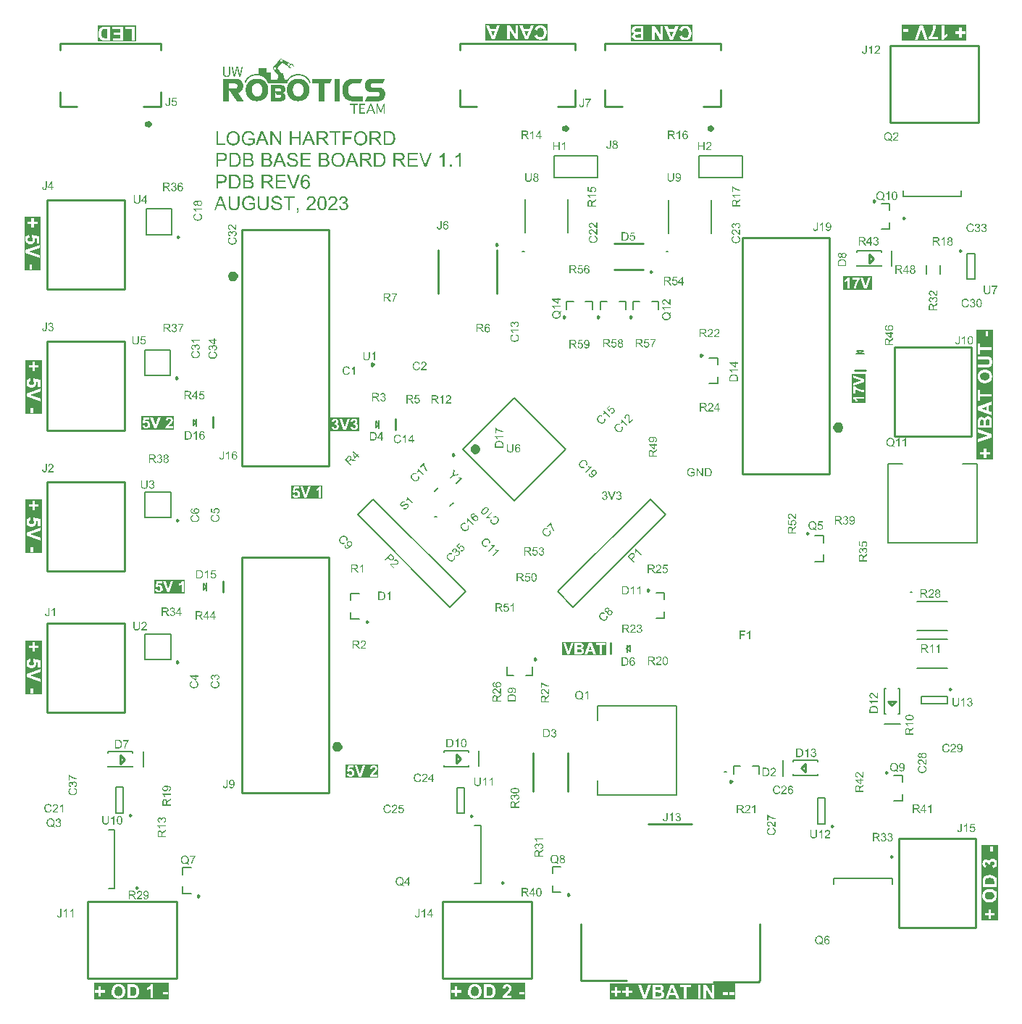
<source format=gto>
G04*
G04 #@! TF.GenerationSoftware,Altium Limited,Altium Designer,21.6.4 (81)*
G04*
G04 Layer_Color=65535*
%FSLAX25Y25*%
%MOIN*%
G70*
G04*
G04 #@! TF.SameCoordinates,C67C839C-C820-48AB-A8CB-E8DEEFDEEB59*
G04*
G04*
G04 #@! TF.FilePolarity,Positive*
G04*
G01*
G75*
%ADD10C,0.00984*%
%ADD11C,0.02362*%
%ADD12C,0.00394*%
%ADD13C,0.02500*%
%ADD14C,0.01575*%
%ADD15C,0.00787*%
%ADD16C,0.01181*%
%ADD17C,0.01000*%
%ADD18C,0.00500*%
%ADD19C,0.00600*%
G36*
X3499Y416153D02*
X3558D01*
Y416144D01*
X3607D01*
Y416134D01*
X3647D01*
Y416124D01*
X3676D01*
Y416114D01*
X3706D01*
Y416104D01*
X3735D01*
Y416094D01*
X3755D01*
Y416084D01*
X3775D01*
Y416075D01*
X3794D01*
Y416065D01*
X3824D01*
Y416055D01*
X3834D01*
Y416045D01*
X3853D01*
Y416035D01*
X3873D01*
Y416025D01*
X3893D01*
Y416015D01*
X3903D01*
Y416006D01*
X3923D01*
Y415996D01*
X3942D01*
Y415986D01*
X3952D01*
Y415976D01*
X3962D01*
Y415966D01*
X3982D01*
Y415956D01*
X3991D01*
Y415946D01*
X4001D01*
Y415937D01*
X4021D01*
Y415927D01*
X4031D01*
Y415917D01*
X4051D01*
Y415907D01*
X4070D01*
Y415897D01*
X4090D01*
Y415887D01*
X4100D01*
Y415877D01*
X4120D01*
Y415868D01*
X4139D01*
Y415858D01*
X4159D01*
Y415848D01*
X4179D01*
Y415838D01*
X4199D01*
Y415828D01*
X4218D01*
Y415818D01*
X4228D01*
Y415808D01*
X4248D01*
Y415798D01*
X4268D01*
Y415789D01*
X4287D01*
Y415779D01*
X4307D01*
Y415769D01*
X4327D01*
Y415759D01*
X4337D01*
Y415749D01*
X4356D01*
Y415739D01*
X4376D01*
Y415729D01*
X4396D01*
Y415720D01*
X4415D01*
Y415710D01*
X4435D01*
Y415700D01*
X4455D01*
Y415690D01*
X4465D01*
Y415680D01*
X4484D01*
Y415670D01*
X4504D01*
Y415660D01*
X4524D01*
Y415651D01*
X4544D01*
Y415641D01*
X4563D01*
Y415631D01*
X4583D01*
Y415621D01*
X4593D01*
Y415611D01*
X4613D01*
Y415601D01*
X4632D01*
Y415591D01*
X4652D01*
Y415582D01*
X4672D01*
Y415572D01*
X4691D01*
Y415562D01*
X4711D01*
Y415552D01*
X4721D01*
Y415542D01*
X4741D01*
Y415532D01*
X4761D01*
Y415522D01*
X4780D01*
Y415513D01*
X4800D01*
Y415503D01*
X4820D01*
Y415493D01*
X4829D01*
Y415483D01*
X4849D01*
Y415473D01*
X4869D01*
Y415463D01*
X4889D01*
Y415453D01*
X4908D01*
Y415444D01*
X4928D01*
Y415434D01*
X4948D01*
Y415424D01*
X4958D01*
Y415414D01*
X4977D01*
Y415404D01*
X4997D01*
Y415394D01*
X5017D01*
Y415384D01*
X5037D01*
Y415375D01*
X5056D01*
Y415365D01*
X5076D01*
Y415355D01*
X5086D01*
Y415345D01*
X5106D01*
Y415335D01*
X5125D01*
Y415325D01*
X5145D01*
Y415315D01*
X5165D01*
Y415306D01*
X5184D01*
Y415296D01*
X5204D01*
Y415286D01*
X5214D01*
Y415276D01*
X5234D01*
Y415266D01*
X5254D01*
Y415256D01*
X5273D01*
Y415246D01*
X5293D01*
Y415237D01*
X5313D01*
Y415227D01*
X5322D01*
Y415217D01*
X5342D01*
Y415207D01*
X5362D01*
Y415197D01*
X5382D01*
Y415187D01*
X5401D01*
Y415177D01*
X5421D01*
Y415168D01*
X5441D01*
Y415158D01*
X5451D01*
Y415148D01*
X5470D01*
Y415138D01*
X5490D01*
Y415128D01*
X5510D01*
Y415118D01*
X5530D01*
Y415108D01*
X5549D01*
Y415098D01*
X5569D01*
Y415089D01*
X5579D01*
Y415079D01*
X5598D01*
Y415069D01*
X5618D01*
Y415059D01*
X5638D01*
Y415049D01*
X5658D01*
Y415039D01*
X5677D01*
Y415029D01*
X5687D01*
Y415020D01*
X5707D01*
Y415010D01*
X5727D01*
Y415000D01*
X5746D01*
Y414990D01*
X5766D01*
Y414980D01*
X5786D01*
Y414970D01*
X5806D01*
Y414960D01*
X5815D01*
Y414951D01*
X5835D01*
Y414941D01*
X5855D01*
Y414931D01*
X5875D01*
Y414921D01*
X5894D01*
Y414911D01*
X5914D01*
Y414901D01*
X5934D01*
Y414891D01*
X5944D01*
Y414882D01*
X5963D01*
Y414872D01*
X5983D01*
Y414862D01*
X6003D01*
Y414852D01*
X6022D01*
Y414842D01*
X6042D01*
Y414832D01*
X6062D01*
Y414822D01*
X6072D01*
Y414813D01*
X6092D01*
Y414803D01*
X6111D01*
Y414793D01*
X6131D01*
Y414783D01*
X6151D01*
Y414773D01*
X6170D01*
Y414763D01*
X6180D01*
Y414753D01*
X6200D01*
Y414744D01*
X6220D01*
Y414734D01*
X6239D01*
Y414724D01*
X6259D01*
Y414714D01*
X6279D01*
Y414704D01*
X6299D01*
Y414694D01*
X6308D01*
Y414684D01*
X6328D01*
Y414675D01*
X6348D01*
Y414665D01*
X6368D01*
Y414655D01*
X6387D01*
Y414645D01*
X6407D01*
Y414635D01*
X6427D01*
Y414625D01*
X6436D01*
Y414615D01*
X6456D01*
Y414606D01*
X6476D01*
Y414596D01*
X6496D01*
Y414586D01*
X6515D01*
Y414576D01*
X6535D01*
Y414566D01*
X6555D01*
Y414556D01*
X6565D01*
Y414546D01*
X6584D01*
Y414537D01*
X6604D01*
Y414527D01*
X6624D01*
Y414517D01*
X6644D01*
Y414507D01*
X6663D01*
Y414497D01*
X6673D01*
Y414487D01*
X6693D01*
Y414477D01*
X6713D01*
Y414467D01*
X6732D01*
Y414458D01*
X6752D01*
Y414448D01*
X6772D01*
Y414438D01*
X6792D01*
Y414428D01*
X6801D01*
Y414418D01*
X6821D01*
Y414408D01*
X6841D01*
Y414398D01*
X6860D01*
Y414389D01*
X6880D01*
Y414379D01*
X6900D01*
Y414369D01*
X6920D01*
Y414359D01*
X6929D01*
Y414349D01*
X6949D01*
Y414339D01*
X6969D01*
Y414329D01*
X6989D01*
Y414320D01*
X7008D01*
Y414310D01*
X7028D01*
Y414300D01*
X7048D01*
Y414290D01*
X7058D01*
Y414280D01*
X7077D01*
Y414270D01*
X7097D01*
Y414260D01*
X7117D01*
Y414251D01*
X7136D01*
Y414241D01*
X7156D01*
Y414231D01*
X7166D01*
Y414221D01*
X7186D01*
Y414211D01*
X7205D01*
Y414201D01*
X7225D01*
Y414191D01*
X7245D01*
Y414182D01*
X7265D01*
Y414172D01*
X7284D01*
Y414162D01*
X7294D01*
Y414152D01*
X7314D01*
Y414142D01*
X7334D01*
Y414132D01*
X7353D01*
Y414122D01*
X7373D01*
Y414113D01*
X7393D01*
Y414103D01*
X7413D01*
Y414093D01*
X7422D01*
Y414083D01*
X7432D01*
Y414073D01*
X7442D01*
Y414053D01*
X7452D01*
Y414044D01*
X7462D01*
Y414024D01*
X7472D01*
Y414004D01*
X7482D01*
Y413984D01*
X7491D01*
Y413965D01*
X7501D01*
Y413994D01*
X7560D01*
Y414004D01*
X7679D01*
Y414014D01*
X7797D01*
Y414024D01*
X7915D01*
Y414034D01*
X8034D01*
Y414044D01*
X8142D01*
Y414053D01*
X8260D01*
Y414063D01*
X8379D01*
Y414073D01*
X8497D01*
Y414083D01*
X8566D01*
Y414063D01*
X8576D01*
Y414044D01*
X8586D01*
Y414014D01*
X8596D01*
Y413994D01*
X8606D01*
Y413975D01*
X8615D01*
Y413945D01*
X8625D01*
Y413925D01*
X8635D01*
Y413905D01*
X8645D01*
Y413876D01*
X8655D01*
Y413856D01*
X8665D01*
Y413836D01*
X8675D01*
Y413817D01*
X8684D01*
Y413787D01*
X8694D01*
Y413767D01*
X8704D01*
Y413748D01*
X8714D01*
Y413718D01*
X8724D01*
Y413698D01*
X8734D01*
Y413679D01*
X8743D01*
Y413649D01*
X8753D01*
Y413629D01*
X8763D01*
Y413610D01*
X8773D01*
Y413580D01*
X8783D01*
Y413560D01*
X8793D01*
Y413541D01*
X8803D01*
Y413511D01*
X8813D01*
Y413491D01*
X8822D01*
Y413472D01*
X8832D01*
Y413442D01*
X8842D01*
Y413422D01*
X8852D01*
Y413403D01*
X8862D01*
Y413373D01*
X8872D01*
Y413353D01*
X8882D01*
Y413334D01*
X8891D01*
Y413314D01*
X8901D01*
Y413284D01*
X8911D01*
Y413265D01*
X8921D01*
Y413245D01*
X8931D01*
Y413215D01*
X8941D01*
Y413196D01*
X8951D01*
Y413176D01*
X8960D01*
Y413146D01*
X8970D01*
Y413127D01*
X8980D01*
Y413107D01*
X8990D01*
Y413077D01*
X9000D01*
Y413058D01*
X9010D01*
Y413038D01*
X9020D01*
Y413008D01*
X9029D01*
Y412989D01*
X9039D01*
Y412969D01*
X9049D01*
Y412939D01*
X9059D01*
Y412920D01*
X9069D01*
Y412900D01*
X9079D01*
Y412870D01*
X9089D01*
Y412851D01*
X9099D01*
Y412831D01*
X9108D01*
Y412811D01*
X9118D01*
Y412782D01*
X9128D01*
Y412762D01*
X9138D01*
Y412742D01*
X9148D01*
Y412713D01*
X9158D01*
Y412693D01*
X9167D01*
Y412673D01*
X9177D01*
Y412644D01*
X9187D01*
Y412624D01*
X9197D01*
Y412604D01*
X9207D01*
Y412575D01*
X9217D01*
Y412555D01*
X9227D01*
Y412535D01*
X9236D01*
Y412506D01*
X9246D01*
Y412486D01*
X9256D01*
Y412466D01*
X9266D01*
Y412446D01*
X9256D01*
Y412456D01*
X9246D01*
Y412466D01*
X9236D01*
Y412476D01*
X9227D01*
Y412486D01*
X9217D01*
Y412506D01*
X9207D01*
Y412515D01*
X9197D01*
Y412525D01*
X9187D01*
Y412535D01*
X9177D01*
Y412545D01*
X9167D01*
Y412565D01*
X9158D01*
Y412575D01*
X9148D01*
Y412584D01*
X9138D01*
Y412594D01*
X9128D01*
Y412604D01*
X9118D01*
Y412624D01*
X9108D01*
Y412634D01*
X9099D01*
Y412644D01*
X9089D01*
Y412653D01*
X9079D01*
Y412663D01*
X9069D01*
Y412683D01*
X9059D01*
Y412693D01*
X9049D01*
Y412703D01*
X9039D01*
Y412713D01*
X9029D01*
Y412722D01*
X9020D01*
Y412742D01*
X9010D01*
Y412752D01*
X9000D01*
Y412762D01*
X8990D01*
Y412772D01*
X8980D01*
Y412782D01*
X8970D01*
Y412791D01*
X8960D01*
Y412811D01*
X8951D01*
Y412821D01*
X8941D01*
Y412831D01*
X8931D01*
Y412841D01*
X8921D01*
Y412851D01*
X8911D01*
Y412870D01*
X8901D01*
Y412880D01*
X8891D01*
Y412890D01*
X8882D01*
Y412900D01*
X8872D01*
Y412910D01*
X8862D01*
Y412929D01*
X8852D01*
Y412939D01*
X8842D01*
Y412949D01*
X8832D01*
Y412959D01*
X8822D01*
Y412969D01*
X8813D01*
Y412989D01*
X8803D01*
Y412998D01*
X8793D01*
Y413008D01*
X8783D01*
Y413018D01*
X8773D01*
Y413028D01*
X8763D01*
Y413048D01*
X8753D01*
Y413058D01*
X8743D01*
Y413067D01*
X8734D01*
Y413077D01*
X8724D01*
Y413087D01*
X8714D01*
Y413107D01*
X8704D01*
Y413117D01*
X8694D01*
Y413127D01*
X8684D01*
Y413136D01*
X8675D01*
Y413146D01*
X8665D01*
Y413166D01*
X8655D01*
Y413176D01*
X8645D01*
Y413186D01*
X8635D01*
Y413196D01*
X8625D01*
Y413205D01*
X8615D01*
Y413225D01*
X8606D01*
Y413235D01*
X8596D01*
Y413245D01*
X8586D01*
Y413255D01*
X8576D01*
Y413265D01*
X8566D01*
Y413284D01*
X8556D01*
Y413294D01*
X8546D01*
Y413304D01*
X8536D01*
Y413314D01*
X8527D01*
Y413324D01*
X8517D01*
Y413344D01*
X8507D01*
Y413353D01*
X8497D01*
Y413363D01*
X8487D01*
Y413373D01*
X8477D01*
Y413383D01*
X8467D01*
Y413403D01*
X8458D01*
Y413413D01*
X8448D01*
Y413422D01*
X8438D01*
Y413432D01*
X8428D01*
Y413442D01*
X8418D01*
Y413452D01*
X8408D01*
Y413472D01*
X8399D01*
Y413482D01*
X8389D01*
Y413491D01*
X8379D01*
Y413501D01*
X8369D01*
Y413511D01*
X8359D01*
Y413531D01*
X8349D01*
Y413541D01*
X8339D01*
Y413551D01*
X8330D01*
Y413560D01*
X8320D01*
Y413570D01*
X8290D01*
Y413560D01*
X8260D01*
Y413551D01*
X8231D01*
Y413541D01*
X8211D01*
Y413531D01*
X8182D01*
Y413521D01*
X8162D01*
Y413511D01*
X8132D01*
Y413501D01*
X8113D01*
Y413491D01*
X8083D01*
Y413482D01*
X8063D01*
Y413472D01*
X8034D01*
Y413462D01*
X8004D01*
Y413452D01*
X7984D01*
Y413442D01*
X7955D01*
Y413432D01*
X7935D01*
Y413422D01*
X7905D01*
Y413413D01*
X7886D01*
Y413403D01*
X7856D01*
Y413393D01*
X7836D01*
Y413383D01*
X7807D01*
Y413373D01*
X7777D01*
Y413363D01*
X7758D01*
Y413353D01*
X7728D01*
Y413344D01*
X7708D01*
Y413334D01*
X7679D01*
Y413324D01*
X7659D01*
Y413314D01*
X7630D01*
Y413304D01*
X7610D01*
Y413294D01*
X7580D01*
Y413284D01*
X7551D01*
Y413274D01*
X7531D01*
Y413265D01*
X7501D01*
Y413255D01*
X7482D01*
Y413245D01*
X7462D01*
Y413225D01*
X7452D01*
Y413205D01*
X7442D01*
Y413196D01*
X7432D01*
Y413186D01*
X7422D01*
Y413166D01*
X7413D01*
Y413146D01*
X7403D01*
Y413067D01*
X7393D01*
Y412989D01*
X7383D01*
Y412910D01*
X7373D01*
Y412821D01*
X7363D01*
Y412742D01*
X7353D01*
Y412653D01*
X7344D01*
Y412575D01*
X7334D01*
Y412496D01*
X7324D01*
Y412407D01*
X7314D01*
Y412328D01*
X7304D01*
Y412308D01*
X7314D01*
Y412298D01*
X7344D01*
Y412289D01*
X7373D01*
Y412279D01*
X7413D01*
Y412269D01*
X7442D01*
Y412259D01*
X7482D01*
Y412249D01*
X7511D01*
Y412239D01*
X7551D01*
Y412229D01*
X7580D01*
Y412220D01*
X7620D01*
Y412210D01*
X7649D01*
Y412200D01*
X7689D01*
Y412190D01*
X7718D01*
Y412180D01*
X7758D01*
Y412170D01*
X7787D01*
Y412160D01*
X7827D01*
Y412151D01*
X7866D01*
Y412141D01*
X7896D01*
Y412131D01*
X7935D01*
Y412121D01*
X7965D01*
Y412111D01*
X8004D01*
Y412101D01*
X8034D01*
Y412091D01*
X8073D01*
Y412082D01*
X8103D01*
Y412072D01*
X8142D01*
Y412062D01*
X8172D01*
Y412052D01*
X8211D01*
Y412042D01*
X8241D01*
Y412032D01*
X8280D01*
Y412022D01*
X8310D01*
Y412013D01*
X8349D01*
Y412003D01*
X8379D01*
Y411993D01*
X8418D01*
Y411983D01*
X8448D01*
Y411973D01*
X8487D01*
Y411963D01*
X8517D01*
Y411953D01*
X8556D01*
Y411944D01*
X8586D01*
Y411934D01*
X8625D01*
Y411924D01*
X8655D01*
Y411914D01*
X8694D01*
Y411904D01*
X8724D01*
Y411894D01*
X8763D01*
Y411884D01*
X8576D01*
Y411894D01*
X8241D01*
Y411904D01*
X7905D01*
Y411914D01*
X7570D01*
Y411924D01*
X7235D01*
Y411934D01*
X6910D01*
Y411944D01*
X6831D01*
Y411963D01*
X6821D01*
Y411993D01*
X6811D01*
Y412013D01*
X6801D01*
Y412032D01*
X6792D01*
Y412062D01*
X6782D01*
Y412082D01*
X6772D01*
Y412101D01*
X6762D01*
Y412131D01*
X6752D01*
Y412151D01*
X6742D01*
Y412170D01*
X6732D01*
Y412200D01*
X6723D01*
Y412220D01*
X6713D01*
Y412249D01*
X6703D01*
Y412269D01*
X6693D01*
Y412289D01*
X6683D01*
Y412318D01*
X6673D01*
Y412338D01*
X6663D01*
Y412358D01*
X6653D01*
Y412387D01*
X6644D01*
Y412407D01*
X6634D01*
Y412427D01*
X6624D01*
Y412456D01*
X6614D01*
Y412476D01*
X6604D01*
Y412496D01*
X6594D01*
Y412525D01*
X6584D01*
Y412545D01*
X6575D01*
Y412575D01*
X6565D01*
Y412594D01*
X6555D01*
Y412614D01*
X6545D01*
Y412644D01*
X6535D01*
Y412663D01*
X6525D01*
Y412683D01*
X6515D01*
Y412713D01*
X6505D01*
Y412732D01*
X6496D01*
Y412752D01*
X6486D01*
Y412782D01*
X6476D01*
Y412801D01*
X6466D01*
Y412821D01*
X6456D01*
Y412851D01*
X6446D01*
Y412870D01*
X6436D01*
Y412890D01*
X6427D01*
Y412900D01*
X6397D01*
Y412910D01*
X6358D01*
Y412920D01*
X6338D01*
Y412929D01*
X6318D01*
Y412939D01*
X6299D01*
Y412949D01*
X6279D01*
Y412959D01*
X6269D01*
Y412969D01*
X6249D01*
Y412979D01*
X6230D01*
Y412989D01*
X6210D01*
Y412998D01*
X6200D01*
Y413008D01*
X6180D01*
Y413018D01*
X6160D01*
Y413028D01*
X6141D01*
Y413038D01*
X6121D01*
Y413048D01*
X6111D01*
Y413058D01*
X6092D01*
Y413067D01*
X6072D01*
Y413077D01*
X6052D01*
Y413087D01*
X6032D01*
Y413097D01*
X6022D01*
Y413107D01*
X6003D01*
Y413117D01*
X5983D01*
Y413127D01*
X5963D01*
Y413136D01*
X5944D01*
Y413146D01*
X5934D01*
Y413156D01*
X5914D01*
Y413166D01*
X5894D01*
Y413176D01*
X5875D01*
Y413186D01*
X5855D01*
Y413196D01*
X5845D01*
Y413205D01*
X5825D01*
Y413215D01*
X5806D01*
Y413225D01*
X5786D01*
Y413235D01*
X5766D01*
Y413245D01*
X5756D01*
Y413255D01*
X5737D01*
Y413265D01*
X5717D01*
Y413274D01*
X5697D01*
Y413284D01*
X5687D01*
Y413294D01*
X5667D01*
Y413304D01*
X5648D01*
Y413314D01*
X5628D01*
Y413324D01*
X5608D01*
Y413334D01*
X5598D01*
Y413344D01*
X5579D01*
Y413353D01*
X5559D01*
Y413363D01*
X5539D01*
Y413373D01*
X5520D01*
Y413383D01*
X5510D01*
Y413393D01*
X5490D01*
Y413403D01*
X5470D01*
Y413413D01*
X5451D01*
Y413422D01*
X5431D01*
Y413432D01*
X5421D01*
Y413442D01*
X5401D01*
Y413452D01*
X5382D01*
Y413462D01*
X5362D01*
Y413472D01*
X5342D01*
Y413482D01*
X5332D01*
Y413491D01*
X5313D01*
Y413501D01*
X5293D01*
Y413511D01*
X5273D01*
Y413521D01*
X5254D01*
Y413531D01*
X5244D01*
Y413541D01*
X5224D01*
Y413551D01*
X5204D01*
Y413560D01*
X5184D01*
Y413570D01*
X5165D01*
Y413580D01*
X5155D01*
Y413590D01*
X5135D01*
Y413600D01*
X5115D01*
Y413610D01*
X5096D01*
Y413620D01*
X5086D01*
Y413629D01*
X5066D01*
Y413639D01*
X5046D01*
Y413649D01*
X5027D01*
Y413659D01*
X5007D01*
Y413669D01*
X4997D01*
Y413679D01*
X4977D01*
Y413689D01*
X4958D01*
Y413698D01*
X4938D01*
Y413708D01*
X4918D01*
Y413718D01*
X4908D01*
Y413728D01*
X4889D01*
Y413738D01*
X4869D01*
Y413748D01*
X4849D01*
Y413758D01*
X4829D01*
Y413767D01*
X4820D01*
Y413777D01*
X4800D01*
Y413787D01*
X4780D01*
Y413797D01*
X4761D01*
Y413807D01*
X4741D01*
Y413817D01*
X4731D01*
Y413827D01*
X4711D01*
Y413836D01*
X4691D01*
Y413846D01*
X4672D01*
Y413856D01*
X4652D01*
Y413866D01*
X4642D01*
Y413876D01*
X4623D01*
Y413886D01*
X4603D01*
Y413896D01*
X4583D01*
Y413905D01*
X4573D01*
Y413915D01*
X4553D01*
Y413925D01*
X4534D01*
Y413935D01*
X4514D01*
Y413945D01*
X4494D01*
Y413955D01*
X4484D01*
Y413965D01*
X4465D01*
Y413975D01*
X4445D01*
Y413984D01*
X4425D01*
Y413994D01*
X4406D01*
Y414004D01*
X4396D01*
Y414014D01*
X4376D01*
Y414024D01*
X4356D01*
Y414034D01*
X4337D01*
Y414044D01*
X4317D01*
Y414053D01*
X4307D01*
Y414063D01*
X4287D01*
Y414073D01*
X4268D01*
Y414083D01*
X4248D01*
Y414093D01*
X4228D01*
Y414103D01*
X4218D01*
Y414113D01*
X4199D01*
Y414122D01*
X4179D01*
Y414132D01*
X4159D01*
Y414142D01*
X4139D01*
Y414152D01*
X4129D01*
Y414162D01*
X4110D01*
Y414172D01*
X4090D01*
Y414182D01*
X4070D01*
Y414191D01*
X4051D01*
Y414201D01*
X4041D01*
Y414211D01*
X4021D01*
Y414221D01*
X4001D01*
Y414231D01*
X3982D01*
Y414241D01*
X3972D01*
Y414251D01*
X3952D01*
Y414260D01*
X3932D01*
Y414270D01*
X3913D01*
Y414280D01*
X3893D01*
Y414290D01*
X3883D01*
Y414300D01*
X3863D01*
Y414310D01*
X3844D01*
Y414320D01*
X3824D01*
Y414329D01*
X3804D01*
Y414339D01*
X3794D01*
Y414349D01*
X3775D01*
Y414359D01*
X3755D01*
Y414369D01*
X3735D01*
Y414379D01*
X3715D01*
Y414389D01*
X3686D01*
Y414379D01*
X3676D01*
Y414359D01*
X3666D01*
Y414349D01*
X3656D01*
Y414339D01*
X3647D01*
Y414329D01*
X3637D01*
Y414310D01*
X3627D01*
Y414300D01*
X3617D01*
Y414290D01*
X3607D01*
Y414280D01*
X3597D01*
Y414260D01*
X3587D01*
Y414251D01*
X3577D01*
Y414241D01*
X3568D01*
Y414231D01*
X3558D01*
Y414211D01*
X3548D01*
Y414201D01*
X3538D01*
Y414191D01*
X3528D01*
Y414182D01*
X3518D01*
Y414172D01*
X3508D01*
Y414152D01*
X3499D01*
Y414142D01*
X3489D01*
Y414132D01*
X3479D01*
Y414122D01*
X3469D01*
Y414103D01*
X3459D01*
Y414093D01*
X3449D01*
Y414083D01*
X3439D01*
Y414073D01*
X3430D01*
Y414063D01*
X3420D01*
Y414044D01*
X3410D01*
Y414034D01*
X3400D01*
Y414024D01*
X3390D01*
Y414014D01*
X3380D01*
Y414004D01*
X3370D01*
Y413984D01*
X3360D01*
Y413975D01*
X3351D01*
Y413965D01*
X3341D01*
Y413955D01*
X3331D01*
Y413945D01*
X3321D01*
Y413925D01*
X3311D01*
Y413915D01*
X3301D01*
Y413905D01*
X3291D01*
Y413896D01*
X3282D01*
Y413886D01*
X3272D01*
Y413866D01*
X3262D01*
Y413856D01*
X3252D01*
Y413846D01*
X3242D01*
Y413836D01*
X3232D01*
Y413827D01*
X3223D01*
Y413817D01*
X3213D01*
Y413797D01*
X3203D01*
Y413787D01*
X3193D01*
Y413777D01*
X3183D01*
Y413767D01*
X3173D01*
Y413758D01*
X3163D01*
Y413748D01*
X3153D01*
Y413728D01*
X3144D01*
Y413718D01*
X3134D01*
Y413708D01*
X3124D01*
Y413698D01*
X3114D01*
Y413689D01*
X3104D01*
Y413679D01*
X3094D01*
Y413659D01*
X3084D01*
Y413649D01*
X3075D01*
Y413639D01*
X3065D01*
Y413629D01*
X3055D01*
Y413620D01*
X3045D01*
Y413610D01*
X3035D01*
Y413590D01*
X3025D01*
Y413580D01*
X3015D01*
Y413570D01*
X3006D01*
Y413560D01*
X2996D01*
Y413551D01*
X2986D01*
Y413541D01*
X2976D01*
Y413531D01*
X2966D01*
Y413511D01*
X2956D01*
Y413501D01*
X2946D01*
Y413491D01*
X2937D01*
Y413482D01*
X2927D01*
Y413472D01*
X2917D01*
Y413462D01*
X2907D01*
Y413452D01*
X2897D01*
Y413432D01*
X2887D01*
Y413422D01*
X2877D01*
Y413413D01*
X2868D01*
Y413403D01*
X2858D01*
Y413393D01*
X2848D01*
Y413383D01*
X2838D01*
Y413373D01*
X2828D01*
Y413363D01*
X2818D01*
Y413344D01*
X2808D01*
Y413334D01*
X2799D01*
Y413324D01*
X2789D01*
Y413314D01*
X2779D01*
Y413304D01*
X2769D01*
Y413294D01*
X2759D01*
Y413284D01*
X2749D01*
Y413274D01*
X2739D01*
Y413265D01*
X2730D01*
Y413245D01*
X2720D01*
Y413235D01*
X2710D01*
Y413225D01*
X2700D01*
Y413215D01*
X2690D01*
Y413205D01*
X2680D01*
Y413196D01*
X2670D01*
Y413186D01*
X2661D01*
Y413176D01*
X2651D01*
Y413166D01*
X2641D01*
Y413146D01*
X2631D01*
Y413136D01*
X2621D01*
Y413127D01*
X2611D01*
Y413117D01*
X2601D01*
Y413107D01*
X2592D01*
Y413097D01*
X2582D01*
Y413087D01*
X2572D01*
Y413077D01*
X2562D01*
Y413067D01*
X2552D01*
Y413058D01*
X2542D01*
Y413048D01*
X2532D01*
Y413028D01*
X2523D01*
Y413018D01*
X2513D01*
Y413008D01*
X2503D01*
Y412998D01*
X2493D01*
Y412989D01*
X2483D01*
Y412979D01*
X2473D01*
Y412969D01*
X2463D01*
Y412959D01*
X2454D01*
Y412949D01*
X2444D01*
Y412939D01*
X2434D01*
Y412929D01*
X2424D01*
Y412920D01*
X2414D01*
Y412910D01*
X2404D01*
Y412890D01*
X2394D01*
Y412880D01*
X2385D01*
Y412870D01*
X2375D01*
Y412860D01*
X2365D01*
Y412851D01*
X2355D01*
Y412841D01*
X2345D01*
Y412831D01*
X2335D01*
Y412821D01*
X2325D01*
Y412811D01*
X2316D01*
Y412801D01*
X2306D01*
Y412791D01*
X2296D01*
Y412772D01*
X2286D01*
Y412762D01*
X2276D01*
Y412752D01*
X2266D01*
Y412742D01*
X2256D01*
Y412722D01*
X2246D01*
Y412713D01*
X2237D01*
Y412703D01*
X2227D01*
Y412693D01*
X2217D01*
Y412673D01*
X2207D01*
Y412663D01*
X2197D01*
Y412653D01*
X2187D01*
Y412644D01*
X2177D01*
Y412624D01*
X2168D01*
Y412614D01*
X2158D01*
Y412604D01*
X2148D01*
Y412584D01*
X2138D01*
Y412575D01*
X2128D01*
Y412565D01*
X2118D01*
Y412555D01*
X2108D01*
Y412535D01*
X2099D01*
Y412525D01*
X2089D01*
Y412515D01*
X2079D01*
Y412506D01*
X2069D01*
Y412486D01*
X2059D01*
Y412476D01*
X2049D01*
Y412466D01*
X2039D01*
Y412446D01*
X2030D01*
Y412436D01*
X2020D01*
Y412427D01*
X2010D01*
Y412417D01*
X2000D01*
Y412397D01*
X1990D01*
Y412387D01*
X1980D01*
Y412377D01*
X1970D01*
Y412367D01*
X1961D01*
Y412348D01*
X1951D01*
Y412338D01*
X1941D01*
Y412328D01*
X1931D01*
Y412308D01*
X1921D01*
Y412298D01*
X1911D01*
Y412289D01*
X1901D01*
Y412279D01*
X1892D01*
Y412259D01*
X1882D01*
Y412249D01*
X1872D01*
Y412239D01*
X1862D01*
Y412229D01*
X1852D01*
Y412210D01*
X1842D01*
Y412200D01*
X1832D01*
Y412190D01*
X1822D01*
Y412180D01*
X1813D01*
Y412160D01*
X1803D01*
Y412151D01*
X1793D01*
Y412141D01*
X1783D01*
Y412121D01*
X1773D01*
Y412111D01*
X1763D01*
Y412101D01*
X1753D01*
Y412091D01*
X1744D01*
Y412072D01*
X1734D01*
Y412062D01*
X1724D01*
Y412052D01*
X1714D01*
Y412042D01*
X1704D01*
Y412022D01*
X1694D01*
Y412013D01*
X1685D01*
Y412003D01*
X1675D01*
Y411983D01*
X1665D01*
Y411973D01*
X1655D01*
Y411963D01*
X1645D01*
Y411953D01*
X1635D01*
Y411934D01*
X1625D01*
Y411924D01*
X1616D01*
Y411914D01*
X1606D01*
Y411904D01*
X1596D01*
Y411884D01*
X1576D01*
Y411894D01*
X1566D01*
Y411904D01*
X1556D01*
Y411914D01*
X1546D01*
Y411924D01*
X1537D01*
Y411934D01*
X1527D01*
Y411944D01*
X1517D01*
Y411963D01*
X1507D01*
Y411973D01*
X1497D01*
Y411983D01*
X1487D01*
Y411993D01*
X1477D01*
Y411983D01*
X1487D01*
Y411963D01*
X1497D01*
Y411953D01*
X1507D01*
Y411944D01*
X1517D01*
Y411934D01*
X1527D01*
Y411924D01*
X1537D01*
Y411904D01*
X1546D01*
Y411894D01*
X1556D01*
Y411884D01*
X1566D01*
Y411875D01*
X1576D01*
Y411865D01*
X1586D01*
Y411845D01*
X1596D01*
Y411835D01*
X1606D01*
Y411825D01*
X1616D01*
Y411815D01*
X1625D01*
Y411796D01*
X1635D01*
Y411786D01*
X1645D01*
Y411776D01*
X1655D01*
Y411766D01*
X1665D01*
Y411756D01*
X1675D01*
Y411736D01*
X1685D01*
Y411727D01*
X1694D01*
Y411717D01*
X1704D01*
Y411707D01*
X1714D01*
Y411697D01*
X1724D01*
Y411677D01*
X1734D01*
Y411667D01*
X1744D01*
Y411658D01*
X1753D01*
Y411648D01*
X1763D01*
Y411628D01*
X1773D01*
Y411618D01*
X1783D01*
Y411608D01*
X1793D01*
Y411598D01*
X1803D01*
Y411589D01*
X1813D01*
Y411569D01*
X1822D01*
Y411559D01*
X1832D01*
Y411549D01*
X1842D01*
Y411539D01*
X1852D01*
Y411529D01*
X1862D01*
Y411510D01*
X1872D01*
Y411500D01*
X1882D01*
Y411490D01*
X1892D01*
Y411480D01*
X1901D01*
Y411460D01*
X1911D01*
Y411451D01*
X1921D01*
Y411441D01*
X1931D01*
Y411431D01*
X1941D01*
Y411421D01*
X1951D01*
Y411401D01*
X1961D01*
Y411391D01*
X1970D01*
Y411382D01*
X1980D01*
Y411372D01*
X1990D01*
Y411362D01*
X2000D01*
Y411342D01*
X2010D01*
Y411332D01*
X2020D01*
Y411322D01*
X2030D01*
Y411313D01*
X2039D01*
Y411293D01*
X2049D01*
Y411283D01*
X2059D01*
Y411273D01*
X2069D01*
Y411263D01*
X2079D01*
Y411253D01*
X2089D01*
Y411234D01*
X2099D01*
Y411224D01*
X2108D01*
Y411214D01*
X2118D01*
Y411204D01*
X2128D01*
Y411185D01*
X2138D01*
Y411175D01*
X2148D01*
Y411165D01*
X2158D01*
Y411155D01*
X2168D01*
Y411145D01*
X2177D01*
Y411125D01*
X2187D01*
Y411115D01*
X2197D01*
Y411106D01*
X2207D01*
Y411096D01*
X2217D01*
Y411086D01*
X2227D01*
Y411066D01*
X2237D01*
Y411056D01*
X2246D01*
Y411046D01*
X2256D01*
Y411037D01*
X2266D01*
Y411017D01*
X2276D01*
Y411007D01*
X2286D01*
Y410997D01*
X2296D01*
Y410987D01*
X2306D01*
Y410977D01*
X2316D01*
Y410958D01*
X2325D01*
Y410948D01*
X2335D01*
Y410938D01*
X2345D01*
Y410928D01*
X2355D01*
Y410918D01*
X2365D01*
Y410898D01*
X2375D01*
Y410889D01*
X2385D01*
Y410879D01*
X2394D01*
Y410869D01*
X2404D01*
Y410849D01*
X2414D01*
Y410839D01*
X2424D01*
Y410829D01*
X2434D01*
Y410820D01*
X2444D01*
Y410810D01*
X2454D01*
Y410790D01*
X2463D01*
Y410780D01*
X2473D01*
Y410770D01*
X2483D01*
Y410760D01*
X2493D01*
Y410741D01*
X2503D01*
Y410731D01*
X2513D01*
Y410721D01*
X2523D01*
Y410711D01*
X2532D01*
Y410701D01*
X2542D01*
Y410682D01*
X2552D01*
Y410672D01*
X2562D01*
Y410662D01*
X2572D01*
Y410652D01*
X2582D01*
Y410642D01*
X2592D01*
Y410623D01*
X2601D01*
Y410613D01*
X2611D01*
Y410603D01*
X2621D01*
Y410593D01*
X2631D01*
Y410573D01*
X2641D01*
Y410563D01*
X2651D01*
Y410554D01*
X2661D01*
Y410544D01*
X2670D01*
Y410534D01*
X2680D01*
Y410514D01*
X2690D01*
Y410504D01*
X2700D01*
Y410494D01*
X2710D01*
Y410485D01*
X2720D01*
Y410475D01*
X2730D01*
Y410455D01*
X2739D01*
Y410445D01*
X2749D01*
Y410435D01*
X2759D01*
Y410425D01*
X2769D01*
Y410406D01*
X2779D01*
Y410396D01*
X2789D01*
Y410386D01*
X2799D01*
Y410376D01*
X2808D01*
Y410366D01*
X2818D01*
Y410346D01*
X2828D01*
Y410337D01*
X2838D01*
Y410327D01*
X2848D01*
Y410317D01*
X2858D01*
Y410297D01*
X2868D01*
Y410287D01*
X2877D01*
Y410277D01*
X2887D01*
Y410268D01*
X2897D01*
Y410258D01*
X2907D01*
Y410238D01*
X2917D01*
Y410228D01*
X2927D01*
Y410218D01*
X2937D01*
Y410208D01*
X2946D01*
Y410198D01*
X2956D01*
Y410179D01*
X2966D01*
Y410169D01*
X2976D01*
Y410159D01*
X2986D01*
Y410149D01*
X2996D01*
Y410129D01*
X3006D01*
Y410120D01*
X3015D01*
Y410110D01*
X3025D01*
Y410100D01*
X3035D01*
Y410090D01*
X3045D01*
Y410070D01*
X3055D01*
Y410061D01*
X3065D01*
Y410051D01*
X3075D01*
Y410041D01*
X3084D01*
Y410021D01*
X3094D01*
Y410011D01*
X3104D01*
Y410001D01*
X3114D01*
Y409992D01*
X3124D01*
Y409982D01*
X3134D01*
Y409962D01*
X3144D01*
Y409952D01*
X3153D01*
Y409942D01*
X3163D01*
Y409932D01*
X3173D01*
Y409923D01*
X3183D01*
Y409903D01*
X3193D01*
Y409893D01*
X3203D01*
Y409883D01*
X3213D01*
Y409873D01*
X3223D01*
Y409854D01*
X3232D01*
Y409844D01*
X3242D01*
Y409834D01*
X3252D01*
Y409824D01*
X3262D01*
Y409814D01*
X3272D01*
Y409794D01*
X3282D01*
Y409785D01*
X3291D01*
Y409775D01*
X3301D01*
Y409765D01*
X3311D01*
Y409755D01*
X3321D01*
Y409735D01*
X3331D01*
Y409725D01*
X3341D01*
Y409716D01*
X3351D01*
Y409706D01*
X3360D01*
Y409686D01*
X3370D01*
Y409676D01*
X3380D01*
Y409666D01*
X3390D01*
Y409656D01*
X3400D01*
Y409647D01*
X3410D01*
Y409627D01*
X3420D01*
Y409617D01*
X3430D01*
Y409607D01*
X4179D01*
Y409597D01*
X4189D01*
Y409558D01*
X4199D01*
Y409518D01*
X4208D01*
Y409479D01*
X4218D01*
Y409449D01*
X4228D01*
Y409410D01*
X4238D01*
Y409370D01*
X4248D01*
Y409331D01*
X4258D01*
Y409292D01*
X4268D01*
Y409262D01*
X4277D01*
Y409223D01*
X4287D01*
Y409183D01*
X4297D01*
Y409144D01*
X4307D01*
Y409104D01*
X4317D01*
Y409065D01*
X4327D01*
Y409035D01*
X4337D01*
Y408996D01*
X4346D01*
Y408956D01*
X4356D01*
Y408917D01*
X4366D01*
Y408877D01*
X4376D01*
Y408848D01*
X4386D01*
Y408808D01*
X4396D01*
Y408769D01*
X4406D01*
Y408730D01*
X4415D01*
Y408690D01*
X4425D01*
Y408651D01*
X4435D01*
Y408621D01*
X4445D01*
Y408582D01*
X4455D01*
Y408542D01*
X4465D01*
Y408503D01*
X4475D01*
Y408463D01*
X4484D01*
Y408434D01*
X4494D01*
Y408394D01*
X4504D01*
Y408355D01*
X4514D01*
Y408316D01*
X4524D01*
Y408276D01*
X4534D01*
Y408237D01*
X4544D01*
Y408207D01*
X4553D01*
Y408168D01*
X4563D01*
Y408128D01*
X4573D01*
Y408089D01*
X4583D01*
Y408049D01*
X4593D01*
Y408020D01*
X4603D01*
Y407980D01*
X4613D01*
Y407941D01*
X4623D01*
Y407901D01*
X4632D01*
Y407862D01*
X4642D01*
Y407823D01*
X4652D01*
Y407793D01*
X4662D01*
Y407754D01*
X4672D01*
Y407714D01*
X4682D01*
Y407675D01*
X4691D01*
Y407635D01*
X4701D01*
Y407606D01*
X4711D01*
Y407566D01*
X4721D01*
Y407527D01*
X4731D01*
Y407487D01*
X4741D01*
Y407448D01*
X4751D01*
Y407409D01*
X4761D01*
Y407379D01*
X4770D01*
Y407339D01*
X4780D01*
Y407300D01*
X4790D01*
Y407261D01*
X4800D01*
Y407221D01*
X4810D01*
Y407192D01*
X4820D01*
Y407152D01*
X4829D01*
Y407113D01*
X4839D01*
Y407073D01*
X4849D01*
Y407034D01*
X4859D01*
Y406994D01*
X4869D01*
Y406985D01*
Y406975D01*
Y406965D01*
X4879D01*
Y406925D01*
X4889D01*
Y406886D01*
X4899D01*
Y406847D01*
X4908D01*
Y406807D01*
X4918D01*
Y406777D01*
X4928D01*
Y406738D01*
X4938D01*
Y406699D01*
X4948D01*
Y406669D01*
X5125D01*
Y406659D01*
X6190D01*
Y406679D01*
X6200D01*
Y406689D01*
X6210D01*
Y406708D01*
X6220D01*
Y406718D01*
X6230D01*
Y406738D01*
X6239D01*
Y406748D01*
X6249D01*
Y406758D01*
X6259D01*
Y406777D01*
X6269D01*
Y406787D01*
X6279D01*
Y406807D01*
X6289D01*
Y406817D01*
X6299D01*
Y406837D01*
X6308D01*
Y406847D01*
X6318D01*
Y406856D01*
X6328D01*
Y406876D01*
X6338D01*
Y406886D01*
X6348D01*
Y406896D01*
X6358D01*
Y406916D01*
X6368D01*
Y406925D01*
X6377D01*
Y406935D01*
X6387D01*
Y406955D01*
X6397D01*
Y406965D01*
X6407D01*
Y406975D01*
X6417D01*
Y406994D01*
X6427D01*
Y407004D01*
X6436D01*
Y407014D01*
X6446D01*
Y407024D01*
X6456D01*
Y407044D01*
X6466D01*
Y407054D01*
X6476D01*
Y407063D01*
X6486D01*
Y407083D01*
X6496D01*
Y407093D01*
X6505D01*
Y407103D01*
X6515D01*
Y407113D01*
X6525D01*
Y407123D01*
X6535D01*
Y407142D01*
X6545D01*
Y407152D01*
X6555D01*
Y407162D01*
X6565D01*
Y407172D01*
X6575D01*
Y407182D01*
X6584D01*
Y407201D01*
X6594D01*
Y407211D01*
X6604D01*
Y407221D01*
X6614D01*
Y407231D01*
X6624D01*
Y407241D01*
X6634D01*
Y407261D01*
X6644D01*
Y407270D01*
X6653D01*
Y407280D01*
X6663D01*
Y407290D01*
X6673D01*
Y407300D01*
X6683D01*
Y407310D01*
X6693D01*
Y407320D01*
X6703D01*
Y407330D01*
X6713D01*
Y407349D01*
X6723D01*
Y407359D01*
X6732D01*
Y407369D01*
X6742D01*
Y407379D01*
X6752D01*
Y407389D01*
X6762D01*
Y407399D01*
X6772D01*
Y407409D01*
X6782D01*
Y407418D01*
X6792D01*
Y407428D01*
X6801D01*
Y407438D01*
X6811D01*
Y407448D01*
X6821D01*
Y407458D01*
X6831D01*
Y407468D01*
X6841D01*
Y407478D01*
X6851D01*
Y407487D01*
X6860D01*
Y407497D01*
X6870D01*
Y407507D01*
X6880D01*
Y407517D01*
X6890D01*
Y407527D01*
X6900D01*
Y407547D01*
X6910D01*
Y407556D01*
X6920D01*
Y407566D01*
X6939D01*
Y407576D01*
X6949D01*
Y407586D01*
X6959D01*
Y407596D01*
X6969D01*
Y407606D01*
X6979D01*
Y407616D01*
X6989D01*
Y407625D01*
X6999D01*
Y407635D01*
X7008D01*
Y407645D01*
X7018D01*
Y407655D01*
X7028D01*
Y407665D01*
X7038D01*
Y407675D01*
X7048D01*
Y407685D01*
X7058D01*
Y407694D01*
X7068D01*
Y407704D01*
X7077D01*
Y407714D01*
X7087D01*
Y407724D01*
X7097D01*
Y407734D01*
X7107D01*
Y407744D01*
X7127D01*
Y407754D01*
X7136D01*
Y407763D01*
X7146D01*
Y407773D01*
X7156D01*
Y407783D01*
X7166D01*
Y407793D01*
X7176D01*
Y407803D01*
X7186D01*
Y407813D01*
X7196D01*
Y407823D01*
X7215D01*
Y407832D01*
X7225D01*
Y407842D01*
X7235D01*
Y407852D01*
X7245D01*
Y407862D01*
X7255D01*
Y407872D01*
X7265D01*
Y407882D01*
X7284D01*
Y407892D01*
X7294D01*
Y407901D01*
X7304D01*
Y407911D01*
X7314D01*
Y407921D01*
X7334D01*
Y407931D01*
X7344D01*
Y407941D01*
X7353D01*
Y407951D01*
X7363D01*
Y407961D01*
X7383D01*
Y407970D01*
X7393D01*
Y407980D01*
X7403D01*
Y407990D01*
X7413D01*
Y408000D01*
X7432D01*
Y408010D01*
X7442D01*
Y408020D01*
X7452D01*
Y408030D01*
X7462D01*
Y408039D01*
X7482D01*
Y408049D01*
X7491D01*
Y408059D01*
X7501D01*
Y408069D01*
X7521D01*
Y408079D01*
X7531D01*
Y408089D01*
X7541D01*
Y408099D01*
X7560D01*
Y408108D01*
X7570D01*
Y408118D01*
X7590D01*
Y408128D01*
X7600D01*
Y408138D01*
X7610D01*
Y408148D01*
X7630D01*
Y408158D01*
X7639D01*
Y408168D01*
X7659D01*
Y408178D01*
X7669D01*
Y408187D01*
X7689D01*
Y408197D01*
X7699D01*
Y408207D01*
X7708D01*
Y408217D01*
X7728D01*
Y408227D01*
X7738D01*
Y408237D01*
X7758D01*
Y408247D01*
X7767D01*
Y408256D01*
X7787D01*
Y408266D01*
X7807D01*
Y408276D01*
X7817D01*
Y408286D01*
X7836D01*
Y408296D01*
X7846D01*
Y408306D01*
X7866D01*
Y408316D01*
X7876D01*
Y408325D01*
X7896D01*
Y408335D01*
X7915D01*
Y408345D01*
X7925D01*
Y408355D01*
X7945D01*
Y408365D01*
X7965D01*
Y408375D01*
X7975D01*
Y408385D01*
X7994D01*
Y408394D01*
X8014D01*
Y408404D01*
X8024D01*
Y408414D01*
X8044D01*
Y408424D01*
X8063D01*
Y408434D01*
X8083D01*
Y408444D01*
X8093D01*
Y408454D01*
X8113D01*
Y408463D01*
X8132D01*
Y408473D01*
X8152D01*
Y408483D01*
X8172D01*
Y408493D01*
X8191D01*
Y408503D01*
X8201D01*
Y408513D01*
X8221D01*
Y408523D01*
X8241D01*
Y408532D01*
X8260D01*
Y408542D01*
X8280D01*
Y408552D01*
X8300D01*
Y408562D01*
X8320D01*
Y408572D01*
X8339D01*
Y408582D01*
X8359D01*
Y408592D01*
X8379D01*
Y408601D01*
X8399D01*
Y408611D01*
X8418D01*
Y408621D01*
X8438D01*
Y408631D01*
X8458D01*
Y408641D01*
X8487D01*
Y408651D01*
X8507D01*
Y408661D01*
X8527D01*
Y408670D01*
X8546D01*
Y408680D01*
X8566D01*
Y408690D01*
X8596D01*
Y408700D01*
X8615D01*
Y408710D01*
X8635D01*
Y408720D01*
X8665D01*
Y408730D01*
X8684D01*
Y408739D01*
X8714D01*
Y408749D01*
X8734D01*
Y408759D01*
X8763D01*
Y408769D01*
X8783D01*
Y408779D01*
X8813D01*
Y408789D01*
X8832D01*
Y408799D01*
X8862D01*
Y408808D01*
X8891D01*
Y408818D01*
X8911D01*
Y408828D01*
X8941D01*
Y408838D01*
X8970D01*
Y408848D01*
X9000D01*
Y408858D01*
X9029D01*
Y408868D01*
X9059D01*
Y408877D01*
X9089D01*
Y408887D01*
X9118D01*
Y408897D01*
X9148D01*
Y408907D01*
X9177D01*
Y408917D01*
X9207D01*
Y408927D01*
X9246D01*
Y408937D01*
X9276D01*
Y408947D01*
X9306D01*
Y408956D01*
X9345D01*
Y408966D01*
X9384D01*
Y408976D01*
X9414D01*
Y408986D01*
X9453D01*
Y408996D01*
X9493D01*
Y409006D01*
X9532D01*
Y409016D01*
X9572D01*
Y409025D01*
X9621D01*
Y409035D01*
X9660D01*
Y409045D01*
X9710D01*
Y409055D01*
X9749D01*
Y409065D01*
X9798D01*
Y409075D01*
X9848D01*
Y409085D01*
X9907D01*
Y409094D01*
X9956D01*
Y409104D01*
X10015D01*
Y409114D01*
X10084D01*
Y409124D01*
X10153D01*
Y409134D01*
X10222D01*
Y409144D01*
X10301D01*
Y409154D01*
X10390D01*
Y409163D01*
X10489D01*
Y409173D01*
X10607D01*
Y409183D01*
X10755D01*
Y409193D01*
X11021D01*
Y409203D01*
X11327D01*
Y409193D01*
X11593D01*
Y409183D01*
X11741D01*
Y409173D01*
X11859D01*
Y409163D01*
X11958D01*
Y409154D01*
X12046D01*
Y409144D01*
X12125D01*
Y409134D01*
X12204D01*
Y409124D01*
X12263D01*
Y409114D01*
X12332D01*
Y409104D01*
X12391D01*
Y409094D01*
X12441D01*
Y409085D01*
X12500D01*
Y409075D01*
X12549D01*
Y409065D01*
X12598D01*
Y409055D01*
X12648D01*
Y409045D01*
X12687D01*
Y409035D01*
X12736D01*
Y409025D01*
X12776D01*
Y409016D01*
X12815D01*
Y409006D01*
X12855D01*
Y408996D01*
X12894D01*
Y408986D01*
X12934D01*
Y408976D01*
X12973D01*
Y408966D01*
X13003D01*
Y408956D01*
X13042D01*
Y408947D01*
X13072D01*
Y408937D01*
X13111D01*
Y408927D01*
X13141D01*
Y408917D01*
X13170D01*
Y408907D01*
X13210D01*
Y408897D01*
X13239D01*
Y408887D01*
X13269D01*
Y408877D01*
X13298D01*
Y408868D01*
X13328D01*
Y408858D01*
X13358D01*
Y408848D01*
X13387D01*
Y408838D01*
X13407D01*
Y408828D01*
X13436D01*
Y408818D01*
X13466D01*
Y408808D01*
X13496D01*
Y408799D01*
X13515D01*
Y408789D01*
X13545D01*
Y408779D01*
X13565D01*
Y408769D01*
X13594D01*
Y408759D01*
X13624D01*
Y408749D01*
X13644D01*
Y408739D01*
X13663D01*
Y408730D01*
X13693D01*
Y408720D01*
X13713D01*
Y408710D01*
X13742D01*
Y408700D01*
X13762D01*
Y408690D01*
X13781D01*
Y408680D01*
X13801D01*
Y408670D01*
X13831D01*
Y408661D01*
X13850D01*
Y408651D01*
X13870D01*
Y408641D01*
X13890D01*
Y408631D01*
X13910D01*
Y408621D01*
X13939D01*
Y408611D01*
X13959D01*
Y408601D01*
X13979D01*
Y408592D01*
X13998D01*
Y408582D01*
X14018D01*
Y408572D01*
X14038D01*
Y408562D01*
X14058D01*
Y408552D01*
X14077D01*
Y408542D01*
X14097D01*
Y408532D01*
X14117D01*
Y408523D01*
X14136D01*
Y408513D01*
X14156D01*
Y408503D01*
X14166D01*
Y408493D01*
X14186D01*
Y408483D01*
X14205D01*
Y408473D01*
X14225D01*
Y408463D01*
X14245D01*
Y408454D01*
X14265D01*
Y408444D01*
X14274D01*
Y408434D01*
X14294D01*
Y408424D01*
X14314D01*
Y408414D01*
X14334D01*
Y408404D01*
X14343D01*
Y408394D01*
X14363D01*
Y408385D01*
X14383D01*
Y408375D01*
X14403D01*
Y408365D01*
X14412D01*
Y408355D01*
X14432D01*
Y408345D01*
X14442D01*
Y408335D01*
X14462D01*
Y408325D01*
X14481D01*
Y408316D01*
X14491D01*
Y408306D01*
X14511D01*
Y408296D01*
X14531D01*
Y408286D01*
X14541D01*
Y408276D01*
X14560D01*
Y408266D01*
X14570D01*
Y408256D01*
X14590D01*
Y408247D01*
X14600D01*
Y408237D01*
X14619D01*
Y408227D01*
X14629D01*
Y408217D01*
X14649D01*
Y408207D01*
X14659D01*
Y408197D01*
X14679D01*
Y408187D01*
X14688D01*
Y408178D01*
X14708D01*
Y408168D01*
X14718D01*
Y408158D01*
X14738D01*
Y408148D01*
X14748D01*
Y408138D01*
X14758D01*
Y408128D01*
X14777D01*
Y408118D01*
X14787D01*
Y408108D01*
X14807D01*
Y408099D01*
X14817D01*
Y408089D01*
X14827D01*
Y408079D01*
X14846D01*
Y408069D01*
X14856D01*
Y408059D01*
X14866D01*
Y408049D01*
X14886D01*
Y408039D01*
X14896D01*
Y408030D01*
X14905D01*
Y408020D01*
X14925D01*
Y408010D01*
X14935D01*
Y408000D01*
X14945D01*
Y407990D01*
X14965D01*
Y407980D01*
X14974D01*
Y407970D01*
X14984D01*
Y407961D01*
X14994D01*
Y407951D01*
X15014D01*
Y407941D01*
X15024D01*
Y407931D01*
X15034D01*
Y407921D01*
X15043D01*
Y407911D01*
X15063D01*
Y407901D01*
X15073D01*
Y407892D01*
X15083D01*
Y407882D01*
X15093D01*
Y407872D01*
X15103D01*
Y407862D01*
X15122D01*
Y407852D01*
X15132D01*
Y407842D01*
X15142D01*
Y407832D01*
X15152D01*
Y407823D01*
X15162D01*
Y407813D01*
X15181D01*
Y407803D01*
X15191D01*
Y407793D01*
X15201D01*
Y407783D01*
X15211D01*
Y407773D01*
X15221D01*
Y407763D01*
X15231D01*
Y407754D01*
X15241D01*
Y407744D01*
X15260D01*
Y407734D01*
X15270D01*
Y407724D01*
X15280D01*
Y407714D01*
X15290D01*
Y407704D01*
X15300D01*
Y407694D01*
X15310D01*
Y407685D01*
X15319D01*
Y407675D01*
X15329D01*
Y407665D01*
X15339D01*
Y407655D01*
X15349D01*
Y407645D01*
X15359D01*
Y407635D01*
X15369D01*
Y407625D01*
X15389D01*
Y407616D01*
X15398D01*
Y407606D01*
X15408D01*
Y407596D01*
X15418D01*
Y407586D01*
X15428D01*
Y407576D01*
X15438D01*
Y407566D01*
X15448D01*
Y407556D01*
X15458D01*
Y407547D01*
X15467D01*
Y407537D01*
X15477D01*
Y407527D01*
X15487D01*
Y407517D01*
X15497D01*
Y407507D01*
X15507D01*
Y407497D01*
X15517D01*
Y407487D01*
X15527D01*
Y407478D01*
X15536D01*
Y407468D01*
X15546D01*
Y407458D01*
X15556D01*
Y407448D01*
X15566D01*
Y407438D01*
X15576D01*
Y407428D01*
X15586D01*
Y407409D01*
X15596D01*
Y407399D01*
X15605D01*
Y407389D01*
X15615D01*
Y407379D01*
X15625D01*
Y407369D01*
X15635D01*
Y407359D01*
X15645D01*
Y407349D01*
X15655D01*
Y407339D01*
X15664D01*
Y407330D01*
X15674D01*
Y407320D01*
X15684D01*
Y407310D01*
X15694D01*
Y407300D01*
X15704D01*
Y407280D01*
X15714D01*
Y407270D01*
X15724D01*
Y407261D01*
X15734D01*
Y407251D01*
X15743D01*
Y407241D01*
X15753D01*
Y407231D01*
X15763D01*
Y407221D01*
X15773D01*
Y407201D01*
X15783D01*
Y407192D01*
X15793D01*
Y407182D01*
X15803D01*
Y407172D01*
X15812D01*
Y407162D01*
X15822D01*
Y407152D01*
X15832D01*
Y407132D01*
X15842D01*
Y407123D01*
X15852D01*
Y407113D01*
X15862D01*
Y407103D01*
X15872D01*
Y407093D01*
X15881D01*
Y407073D01*
X15891D01*
Y407063D01*
X15901D01*
Y407054D01*
X15911D01*
Y407044D01*
X15921D01*
Y407024D01*
X15931D01*
Y407014D01*
X15941D01*
Y407004D01*
X15950D01*
Y406994D01*
X15960D01*
Y406975D01*
X15970D01*
Y406965D01*
X15980D01*
Y406955D01*
X15990D01*
Y406935D01*
X16000D01*
Y406925D01*
X16010D01*
Y406916D01*
X16019D01*
Y406896D01*
X16029D01*
Y406886D01*
X16039D01*
Y406876D01*
X16049D01*
Y406856D01*
X16059D01*
Y406847D01*
X16069D01*
Y406837D01*
X16079D01*
Y406817D01*
X16089D01*
Y406807D01*
X16098D01*
Y406797D01*
X16108D01*
Y406777D01*
X16118D01*
Y406768D01*
X16128D01*
Y406748D01*
X16138D01*
Y406738D01*
X16148D01*
Y406728D01*
X16158D01*
Y406708D01*
X16167D01*
Y406699D01*
X16177D01*
Y406679D01*
X16187D01*
Y406669D01*
X16197D01*
Y406649D01*
X16207D01*
Y406639D01*
X16217D01*
Y406620D01*
X16227D01*
Y406610D01*
X16236D01*
Y406590D01*
X16246D01*
Y406580D01*
X16256D01*
Y406561D01*
X16266D01*
Y406551D01*
X16276D01*
Y406531D01*
X16286D01*
Y406521D01*
X16296D01*
Y406501D01*
X16305D01*
Y406492D01*
X16315D01*
Y406472D01*
X16325D01*
Y406452D01*
X16335D01*
Y406442D01*
X16345D01*
Y406423D01*
X16355D01*
Y406403D01*
X16364D01*
Y406393D01*
X16374D01*
Y406373D01*
X16384D01*
Y406354D01*
X16394D01*
Y406344D01*
X16404D01*
Y406324D01*
X16414D01*
Y406304D01*
X16424D01*
Y406294D01*
X16433D01*
Y406275D01*
X16443D01*
Y406255D01*
X16453D01*
Y406235D01*
X16463D01*
Y406225D01*
X16473D01*
Y406206D01*
X16483D01*
Y406186D01*
X16493D01*
Y406166D01*
X16503D01*
Y406146D01*
X16512D01*
Y406137D01*
X16522D01*
Y406117D01*
X16532D01*
Y406097D01*
X16542D01*
Y406077D01*
X16552D01*
Y406058D01*
X16562D01*
Y406038D01*
X16572D01*
Y406018D01*
X16581D01*
Y405999D01*
X16591D01*
Y405979D01*
X16601D01*
Y405959D01*
X16611D01*
Y405939D01*
X16621D01*
Y405920D01*
X16631D01*
Y405900D01*
X16641D01*
Y405880D01*
X16650D01*
Y405861D01*
X16660D01*
Y405841D01*
X16670D01*
Y405821D01*
X16680D01*
Y405801D01*
X16690D01*
Y405782D01*
X16700D01*
Y405752D01*
X16710D01*
Y405732D01*
X16720D01*
Y405713D01*
X16729D01*
Y405693D01*
X16739D01*
Y405663D01*
X16749D01*
Y405644D01*
X16759D01*
Y405624D01*
X16769D01*
Y405594D01*
X16779D01*
Y405575D01*
X16789D01*
Y405545D01*
X16798D01*
Y405525D01*
X16808D01*
Y405496D01*
X16818D01*
Y405476D01*
X16828D01*
Y405446D01*
X16838D01*
Y405417D01*
X16848D01*
Y405387D01*
X16858D01*
Y405368D01*
X16867D01*
Y405338D01*
X16877D01*
Y405308D01*
X16887D01*
Y405279D01*
X16897D01*
Y405239D01*
X16867D01*
Y405230D01*
X16838D01*
Y405220D01*
X16798D01*
Y405210D01*
X16769D01*
Y405200D01*
X16729D01*
Y405190D01*
X16700D01*
Y405180D01*
X16660D01*
Y405170D01*
X16631D01*
Y405161D01*
X16591D01*
Y405151D01*
X16562D01*
Y405141D01*
X16522D01*
Y405131D01*
X16493D01*
Y405121D01*
X16453D01*
Y405111D01*
X16424D01*
Y405101D01*
X16384D01*
Y405092D01*
X16355D01*
Y405082D01*
X16305D01*
Y405111D01*
X16296D01*
Y405141D01*
X16286D01*
Y405170D01*
X16276D01*
Y405200D01*
X16266D01*
Y405220D01*
X16256D01*
Y405249D01*
X16246D01*
Y405279D01*
X16236D01*
Y405299D01*
X16227D01*
Y405328D01*
X16217D01*
Y405348D01*
X16207D01*
Y405368D01*
X16197D01*
Y405397D01*
X16187D01*
Y405417D01*
X16177D01*
Y405446D01*
X16167D01*
Y405466D01*
X16158D01*
Y405486D01*
X16148D01*
Y405506D01*
X16138D01*
Y405525D01*
X16128D01*
Y405555D01*
X16118D01*
Y405575D01*
X16108D01*
Y405594D01*
X16098D01*
Y405614D01*
X16089D01*
Y405634D01*
X16079D01*
Y405654D01*
X16069D01*
Y405673D01*
X16059D01*
Y405693D01*
X16049D01*
Y405713D01*
X16039D01*
Y405732D01*
X16029D01*
Y405752D01*
X16019D01*
Y405772D01*
X16010D01*
Y405792D01*
X16000D01*
Y405811D01*
X15990D01*
Y405831D01*
X15980D01*
Y405841D01*
X15970D01*
Y405861D01*
X15960D01*
Y405880D01*
X15950D01*
Y405900D01*
X15941D01*
Y405920D01*
X15931D01*
Y405930D01*
X15921D01*
Y405949D01*
X15911D01*
Y405969D01*
X15901D01*
Y405989D01*
X15891D01*
Y405999D01*
X15881D01*
Y406018D01*
X15872D01*
Y406038D01*
X15862D01*
Y406048D01*
X15852D01*
Y406068D01*
X15842D01*
Y406087D01*
X15832D01*
Y406097D01*
X15822D01*
Y406117D01*
X15812D01*
Y406127D01*
X15803D01*
Y406146D01*
X15793D01*
Y406166D01*
X15783D01*
Y406176D01*
X15773D01*
Y406196D01*
X15763D01*
Y406206D01*
X15753D01*
Y406225D01*
X15743D01*
Y406235D01*
X15734D01*
Y406255D01*
X15724D01*
Y406265D01*
X15714D01*
Y406285D01*
X15704D01*
Y406294D01*
X15694D01*
Y406314D01*
X15684D01*
Y406324D01*
X15674D01*
Y406344D01*
X15664D01*
Y406354D01*
X15655D01*
Y406373D01*
X15645D01*
Y406383D01*
X15635D01*
Y406403D01*
X15625D01*
Y406413D01*
X15615D01*
Y406423D01*
X15605D01*
Y406442D01*
X15596D01*
Y406452D01*
X15586D01*
Y406472D01*
X15576D01*
Y406482D01*
X15566D01*
Y406492D01*
X15556D01*
Y406511D01*
X15546D01*
Y406521D01*
X15536D01*
Y406531D01*
X15527D01*
Y406551D01*
X15517D01*
Y406561D01*
X15507D01*
Y406570D01*
X15497D01*
Y406590D01*
X15487D01*
Y406600D01*
X15477D01*
Y406610D01*
X15467D01*
Y406620D01*
X15458D01*
Y406639D01*
X15448D01*
Y406649D01*
X15438D01*
Y406659D01*
X15428D01*
Y406669D01*
X15418D01*
Y406689D01*
X15408D01*
Y406699D01*
X15398D01*
Y406708D01*
X15389D01*
Y406718D01*
X15379D01*
Y406728D01*
X15369D01*
Y406748D01*
X15359D01*
Y406758D01*
X15349D01*
Y406768D01*
X15339D01*
Y406777D01*
X15329D01*
Y406787D01*
X15319D01*
Y406807D01*
X15310D01*
Y406817D01*
X15300D01*
Y406827D01*
X15290D01*
Y406837D01*
X15280D01*
Y406847D01*
X15270D01*
Y406856D01*
X15260D01*
Y406866D01*
X15250D01*
Y406886D01*
X15241D01*
Y406896D01*
X15231D01*
Y406906D01*
X15221D01*
Y406916D01*
X15211D01*
Y406925D01*
X15201D01*
Y406935D01*
X15191D01*
Y406945D01*
X15181D01*
Y406955D01*
X15172D01*
Y406965D01*
X15162D01*
Y406975D01*
X15152D01*
Y406985D01*
X15142D01*
Y406994D01*
X15132D01*
Y407014D01*
X15122D01*
Y407024D01*
X15112D01*
Y407034D01*
X15103D01*
Y407044D01*
X15093D01*
Y407054D01*
X15083D01*
Y407063D01*
X15073D01*
Y407073D01*
X15063D01*
Y407083D01*
X15053D01*
Y407093D01*
X15043D01*
Y407103D01*
X15034D01*
Y407113D01*
X15024D01*
Y407123D01*
X15014D01*
Y407132D01*
X15004D01*
Y407142D01*
X14994D01*
Y407152D01*
X14984D01*
Y407162D01*
X14974D01*
Y407172D01*
X14955D01*
Y407182D01*
X14945D01*
Y407192D01*
X14935D01*
Y407201D01*
X14925D01*
Y407211D01*
X14915D01*
Y407221D01*
X14905D01*
Y407231D01*
X14896D01*
Y407241D01*
X14886D01*
Y407251D01*
X14876D01*
Y407261D01*
X14866D01*
Y407270D01*
X14856D01*
Y407280D01*
X14846D01*
Y407290D01*
X14827D01*
Y407300D01*
X14817D01*
Y407310D01*
X14807D01*
Y407320D01*
X14797D01*
Y407330D01*
X14787D01*
Y407339D01*
X14777D01*
Y407349D01*
X14758D01*
Y407359D01*
X14748D01*
Y407369D01*
X14738D01*
Y407379D01*
X14728D01*
Y407389D01*
X14718D01*
Y407399D01*
X14708D01*
Y407409D01*
X14688D01*
Y407418D01*
X14679D01*
Y407428D01*
X14669D01*
Y407438D01*
X14659D01*
Y407448D01*
X14639D01*
Y407458D01*
X14629D01*
Y407468D01*
X14619D01*
Y407478D01*
X14610D01*
Y407487D01*
X14590D01*
Y407497D01*
X14580D01*
Y407507D01*
X14570D01*
Y407517D01*
X14550D01*
Y407527D01*
X14541D01*
Y407537D01*
X14531D01*
Y407547D01*
X14521D01*
Y407556D01*
X14501D01*
Y407566D01*
X14491D01*
Y407576D01*
X14472D01*
Y407586D01*
X14462D01*
Y407596D01*
X14452D01*
Y407606D01*
X14432D01*
Y407616D01*
X14422D01*
Y407625D01*
X14412D01*
Y407635D01*
X14393D01*
Y407645D01*
X14383D01*
Y407655D01*
X14363D01*
Y407665D01*
X14353D01*
Y407675D01*
X14334D01*
Y407685D01*
X14324D01*
Y407694D01*
X14304D01*
Y407704D01*
X14294D01*
Y407714D01*
X14274D01*
Y407724D01*
X14265D01*
Y407734D01*
X14245D01*
Y407744D01*
X14235D01*
Y407754D01*
X14215D01*
Y407763D01*
X14205D01*
Y407773D01*
X14186D01*
Y407783D01*
X14176D01*
Y407793D01*
X14156D01*
Y407803D01*
X14136D01*
Y407813D01*
X14127D01*
Y407823D01*
X14107D01*
Y407832D01*
X14087D01*
Y407842D01*
X14077D01*
Y407852D01*
X14058D01*
Y407862D01*
X14038D01*
Y407872D01*
X14028D01*
Y407882D01*
X14008D01*
Y407892D01*
X13988D01*
Y407901D01*
X13969D01*
Y407911D01*
X13959D01*
Y407921D01*
X13939D01*
Y407931D01*
X13919D01*
Y407941D01*
X13900D01*
Y407951D01*
X13880D01*
Y407961D01*
X13860D01*
Y407970D01*
X13841D01*
Y407980D01*
X13831D01*
Y407990D01*
X13811D01*
Y408000D01*
X13791D01*
Y408010D01*
X13772D01*
Y408020D01*
X13752D01*
Y408030D01*
X13732D01*
Y408039D01*
X13713D01*
Y408049D01*
X13683D01*
Y408059D01*
X13663D01*
Y408069D01*
X13644D01*
Y408079D01*
X13624D01*
Y408089D01*
X13604D01*
Y408099D01*
X13584D01*
Y408108D01*
X13555D01*
Y408118D01*
X13535D01*
Y408128D01*
X13515D01*
Y408138D01*
X13496D01*
Y408148D01*
X13466D01*
Y408158D01*
X13446D01*
Y408168D01*
X13417D01*
Y408178D01*
X13397D01*
Y408187D01*
X13367D01*
Y408197D01*
X13348D01*
Y408207D01*
X13318D01*
Y408217D01*
X13298D01*
Y408227D01*
X13269D01*
Y408237D01*
X13239D01*
Y408247D01*
X13219D01*
Y408256D01*
X13190D01*
Y408266D01*
X13160D01*
Y408276D01*
X13131D01*
Y408286D01*
X13101D01*
Y408296D01*
X13072D01*
Y408306D01*
X13042D01*
Y408316D01*
X13013D01*
Y408325D01*
X12973D01*
Y408335D01*
X12944D01*
Y408345D01*
X12914D01*
Y408355D01*
X12874D01*
Y408365D01*
X12845D01*
Y408375D01*
X12805D01*
Y408385D01*
X12766D01*
Y408394D01*
X12736D01*
Y408404D01*
X12697D01*
Y408414D01*
X12648D01*
Y408424D01*
X12608D01*
Y408434D01*
X12569D01*
Y408444D01*
X12519D01*
Y408454D01*
X12470D01*
Y408463D01*
X12431D01*
Y408473D01*
X12372D01*
Y408483D01*
X12322D01*
Y408493D01*
X12263D01*
Y408503D01*
X12204D01*
Y408513D01*
X12135D01*
Y408523D01*
X12066D01*
Y408532D01*
X11987D01*
Y408542D01*
X11908D01*
Y408552D01*
X11810D01*
Y408562D01*
X11691D01*
Y408572D01*
X11524D01*
Y408582D01*
X10824D01*
Y408572D01*
X10656D01*
Y408562D01*
X10538D01*
Y408552D01*
X10439D01*
Y408542D01*
X10360D01*
Y408532D01*
X10282D01*
Y408523D01*
X10212D01*
Y408513D01*
X10143D01*
Y408503D01*
X10084D01*
Y408493D01*
X10025D01*
Y408483D01*
X9976D01*
Y408473D01*
X9927D01*
Y408463D01*
X9877D01*
Y408454D01*
X9828D01*
Y408444D01*
X9779D01*
Y408434D01*
X9739D01*
Y408424D01*
X9700D01*
Y408414D01*
X9660D01*
Y408404D01*
X9621D01*
Y408394D01*
X9582D01*
Y408385D01*
X9542D01*
Y408375D01*
X9512D01*
Y408365D01*
X9473D01*
Y408355D01*
X9443D01*
Y408345D01*
X9404D01*
Y408335D01*
X9375D01*
Y408325D01*
X9345D01*
Y408316D01*
X9315D01*
Y408306D01*
X9276D01*
Y408296D01*
X9246D01*
Y408286D01*
X9227D01*
Y408276D01*
X9197D01*
Y408266D01*
X9167D01*
Y408256D01*
X9138D01*
Y408247D01*
X9108D01*
Y408237D01*
X9089D01*
Y408227D01*
X9059D01*
Y408217D01*
X9029D01*
Y408207D01*
X9010D01*
Y408197D01*
X8980D01*
Y408187D01*
X8960D01*
Y408178D01*
X8931D01*
Y408168D01*
X8911D01*
Y408158D01*
X8882D01*
Y408148D01*
X8862D01*
Y408138D01*
X8842D01*
Y408128D01*
X8822D01*
Y408118D01*
X8793D01*
Y408108D01*
X8773D01*
Y408099D01*
X8753D01*
Y408089D01*
X8734D01*
Y408079D01*
X8714D01*
Y408069D01*
X8684D01*
Y408059D01*
X8665D01*
Y408049D01*
X8645D01*
Y408039D01*
X8625D01*
Y408030D01*
X8606D01*
Y408020D01*
X8586D01*
Y408010D01*
X8566D01*
Y408000D01*
X8546D01*
Y407990D01*
X8527D01*
Y407980D01*
X8507D01*
Y407970D01*
X8497D01*
Y407961D01*
X8477D01*
Y407951D01*
X8458D01*
Y407941D01*
X8438D01*
Y407931D01*
X8418D01*
Y407921D01*
X8399D01*
Y407911D01*
X8389D01*
Y407901D01*
X8369D01*
Y407892D01*
X8349D01*
Y407882D01*
X8330D01*
Y407872D01*
X8320D01*
Y407862D01*
X8300D01*
Y407852D01*
X8280D01*
Y407842D01*
X8270D01*
Y407832D01*
X8251D01*
Y407823D01*
X8231D01*
Y407813D01*
X8221D01*
Y407803D01*
X8201D01*
Y407793D01*
X8191D01*
Y407783D01*
X8172D01*
Y407773D01*
X8162D01*
Y407763D01*
X8142D01*
Y407754D01*
X8122D01*
Y407744D01*
X8113D01*
Y407734D01*
X8093D01*
Y407724D01*
X8083D01*
Y407714D01*
X8063D01*
Y407704D01*
X8053D01*
Y407694D01*
X8034D01*
Y407685D01*
X8024D01*
Y407675D01*
X8014D01*
Y407665D01*
X7994D01*
Y407655D01*
X7984D01*
Y407645D01*
X7965D01*
Y407635D01*
X7955D01*
Y407625D01*
X7945D01*
Y407616D01*
X7925D01*
Y407606D01*
X7915D01*
Y407596D01*
X7896D01*
Y407586D01*
X7886D01*
Y407576D01*
X7876D01*
Y407566D01*
X7856D01*
Y407556D01*
X7846D01*
Y407547D01*
X7836D01*
Y407537D01*
X7817D01*
Y407527D01*
X7807D01*
Y407517D01*
X7797D01*
Y407507D01*
X7787D01*
Y407497D01*
X7767D01*
Y407487D01*
X7758D01*
Y407478D01*
X7748D01*
Y407468D01*
X7738D01*
Y407458D01*
X7718D01*
Y407448D01*
X7708D01*
Y407438D01*
X7699D01*
Y407428D01*
X7689D01*
Y407418D01*
X7669D01*
Y407409D01*
X7659D01*
Y407399D01*
X7649D01*
Y407389D01*
X7639D01*
Y407379D01*
X7630D01*
Y407369D01*
X7620D01*
Y407359D01*
X7600D01*
Y407349D01*
X7590D01*
Y407339D01*
X7580D01*
Y407330D01*
X7570D01*
Y407320D01*
X7560D01*
Y407310D01*
X7551D01*
Y407300D01*
X7541D01*
Y407290D01*
X7521D01*
Y407280D01*
X7511D01*
Y407270D01*
X7501D01*
Y407261D01*
X7491D01*
Y407251D01*
X7482D01*
Y407241D01*
X7472D01*
Y407231D01*
X7462D01*
Y407221D01*
X7452D01*
Y407211D01*
X7442D01*
Y407201D01*
X7432D01*
Y407192D01*
X7422D01*
Y407182D01*
X7413D01*
Y407172D01*
X7403D01*
Y407162D01*
X7393D01*
Y407152D01*
X7383D01*
Y407142D01*
X7373D01*
Y407132D01*
X7363D01*
Y407123D01*
X7353D01*
Y407113D01*
X7344D01*
Y407103D01*
X7334D01*
Y407093D01*
X7324D01*
Y407083D01*
X7314D01*
Y407073D01*
X7304D01*
Y407063D01*
X7294D01*
Y407054D01*
X7284D01*
Y407044D01*
X7275D01*
Y407034D01*
X7265D01*
Y407024D01*
X7255D01*
Y407014D01*
X7245D01*
Y407004D01*
X7235D01*
Y406994D01*
X7225D01*
Y406985D01*
X7215D01*
Y406975D01*
X7205D01*
Y406965D01*
X7196D01*
Y406955D01*
X7186D01*
Y406945D01*
X7176D01*
Y406935D01*
X7166D01*
Y406916D01*
X7156D01*
Y406906D01*
X7146D01*
Y406896D01*
X7136D01*
Y406886D01*
X7127D01*
Y406876D01*
X7117D01*
Y406866D01*
X7107D01*
Y406856D01*
X7097D01*
Y406837D01*
X7087D01*
Y406827D01*
X7077D01*
Y406817D01*
X7068D01*
Y406807D01*
X7058D01*
Y406797D01*
X7048D01*
Y406787D01*
X7038D01*
Y406768D01*
X7028D01*
Y406758D01*
X7018D01*
Y406748D01*
X7008D01*
Y406738D01*
X6999D01*
Y406728D01*
X6989D01*
Y406708D01*
X6979D01*
Y406699D01*
X6969D01*
Y406689D01*
X6959D01*
Y406679D01*
X6949D01*
Y406659D01*
X6939D01*
Y406649D01*
X6929D01*
Y406639D01*
X6920D01*
Y406620D01*
X6910D01*
Y406610D01*
X6900D01*
Y406600D01*
X6890D01*
Y406580D01*
X6880D01*
Y406570D01*
X6870D01*
Y406561D01*
X6860D01*
Y406541D01*
X6851D01*
Y406531D01*
X6841D01*
Y406521D01*
X6831D01*
Y406501D01*
X6821D01*
Y406492D01*
X6811D01*
Y406482D01*
X6801D01*
Y406462D01*
X6792D01*
Y406452D01*
X6782D01*
Y406432D01*
X6772D01*
Y406423D01*
X6762D01*
Y406413D01*
X6752D01*
Y406393D01*
X6742D01*
Y406383D01*
X6732D01*
Y406363D01*
X6723D01*
Y406354D01*
X6713D01*
Y406334D01*
X6703D01*
Y406324D01*
X6693D01*
Y406304D01*
X6683D01*
Y406294D01*
X6673D01*
Y406275D01*
X6663D01*
Y406265D01*
X6653D01*
Y406245D01*
X6644D01*
Y406235D01*
X6634D01*
Y406215D01*
X6624D01*
Y406196D01*
X6614D01*
Y406186D01*
X6604D01*
Y406166D01*
X6594D01*
Y406156D01*
X6584D01*
Y406137D01*
X6575D01*
Y406117D01*
X6565D01*
Y406107D01*
X6555D01*
Y406087D01*
X6545D01*
Y406068D01*
X6535D01*
Y406058D01*
X6525D01*
Y406038D01*
X6515D01*
Y406018D01*
X6505D01*
Y405999D01*
X6496D01*
Y405989D01*
X6486D01*
Y405969D01*
X6476D01*
Y405949D01*
X6466D01*
Y405930D01*
X6456D01*
Y405910D01*
X6446D01*
Y405900D01*
X6436D01*
Y405880D01*
X6427D01*
Y405861D01*
X6417D01*
Y405841D01*
X6407D01*
Y405821D01*
X6397D01*
Y405801D01*
X6387D01*
Y405782D01*
X6377D01*
Y405762D01*
X6368D01*
Y405742D01*
X6358D01*
Y405723D01*
X6348D01*
Y405703D01*
X6338D01*
Y405683D01*
X6328D01*
Y405663D01*
X6318D01*
Y405644D01*
X6308D01*
Y405624D01*
X6299D01*
Y405604D01*
X6289D01*
Y405584D01*
X6279D01*
Y405555D01*
X6269D01*
Y405535D01*
X6259D01*
Y405515D01*
X6249D01*
Y405496D01*
X6239D01*
Y405466D01*
X6230D01*
Y405446D01*
X6220D01*
Y405427D01*
X6210D01*
Y405397D01*
X6200D01*
Y405377D01*
X6190D01*
Y405348D01*
X6180D01*
Y405328D01*
X6170D01*
Y405299D01*
X6160D01*
Y405269D01*
X6151D01*
Y405249D01*
X6141D01*
Y405220D01*
X6131D01*
Y405190D01*
X6121D01*
Y405161D01*
X6111D01*
Y405131D01*
X6101D01*
Y405101D01*
X6092D01*
Y405072D01*
X1961D01*
Y405082D01*
X-2555D01*
Y405092D01*
X-2782D01*
Y405111D01*
X-2792D01*
Y405141D01*
X-2801D01*
Y405170D01*
X-2811D01*
Y405200D01*
X-2821D01*
Y405230D01*
X-2831D01*
Y405249D01*
X-2841D01*
Y405279D01*
X-2851D01*
Y405308D01*
X-2860D01*
Y405328D01*
X-2870D01*
Y405358D01*
X-2880D01*
Y405377D01*
X-2890D01*
Y405397D01*
X-2900D01*
Y405427D01*
X-2910D01*
Y405446D01*
X-2920D01*
Y405466D01*
X-2929D01*
Y405496D01*
X-2939D01*
Y405515D01*
X-2949D01*
Y405535D01*
X-2959D01*
Y405555D01*
X-2969D01*
Y405575D01*
X-2979D01*
Y405604D01*
X-2989D01*
Y405624D01*
X-2998D01*
Y405644D01*
X-3008D01*
Y405663D01*
X-3018D01*
Y405683D01*
X-3028D01*
Y405703D01*
X-3038D01*
Y405723D01*
X-3048D01*
Y405742D01*
X-3058D01*
Y405762D01*
X-3067D01*
Y405782D01*
X-3077D01*
Y405801D01*
X-3087D01*
Y405811D01*
X-3097D01*
Y405831D01*
X-3107D01*
Y405851D01*
X-3117D01*
Y405870D01*
X-3127D01*
Y405890D01*
X-3136D01*
Y405910D01*
X-3146D01*
Y405920D01*
X-3156D01*
Y405939D01*
X-3166D01*
Y405959D01*
X-3176D01*
Y405979D01*
X-3186D01*
Y405989D01*
X-3196D01*
Y406008D01*
X-3206D01*
Y406028D01*
X-3215D01*
Y406048D01*
X-3225D01*
Y406058D01*
X-3235D01*
Y406077D01*
X-3245D01*
Y406097D01*
X-3255D01*
Y406107D01*
X-3265D01*
Y406127D01*
X-3275D01*
Y406137D01*
X-3284D01*
Y406156D01*
X-3294D01*
Y406176D01*
X-3304D01*
Y406186D01*
X-3314D01*
Y406206D01*
X-3324D01*
Y406215D01*
X-3334D01*
Y406235D01*
X-3344D01*
Y406245D01*
X-3353D01*
Y406265D01*
X-3363D01*
Y406275D01*
X-3373D01*
Y406294D01*
X-3383D01*
Y406304D01*
X-3393D01*
Y406324D01*
X-3403D01*
Y406334D01*
X-3413D01*
Y406354D01*
X-3422D01*
Y406363D01*
X-3432D01*
Y406383D01*
X-3442D01*
Y406393D01*
X-3452D01*
Y406413D01*
X-3462D01*
Y406423D01*
X-3472D01*
Y406432D01*
X-3482D01*
Y406452D01*
X-3492D01*
Y406462D01*
X-3501D01*
Y406482D01*
X-3511D01*
Y406492D01*
X-3521D01*
Y406501D01*
X-3531D01*
Y406521D01*
X-3541D01*
Y406531D01*
X-3551D01*
Y406541D01*
X-3560D01*
Y406561D01*
X-3570D01*
Y406570D01*
X-3580D01*
Y406580D01*
X-3590D01*
Y406600D01*
X-3600D01*
Y406610D01*
X-3610D01*
Y406620D01*
X-3620D01*
Y406630D01*
X-3630D01*
Y406649D01*
X-3639D01*
Y406659D01*
X-3649D01*
Y406669D01*
X-3659D01*
Y406689D01*
X-3669D01*
Y406699D01*
X-3679D01*
Y406708D01*
X-3689D01*
Y406718D01*
X-3698D01*
Y406728D01*
X-3708D01*
Y406748D01*
X-3718D01*
Y406758D01*
X-3728D01*
Y406768D01*
X-3738D01*
Y406777D01*
X-3748D01*
Y406787D01*
X-3758D01*
Y406807D01*
X-3768D01*
Y406817D01*
X-3777D01*
Y406827D01*
X-3787D01*
Y406837D01*
X-3797D01*
Y406847D01*
X-3807D01*
Y406856D01*
X-3817D01*
Y406876D01*
X-3827D01*
Y406886D01*
X-3836D01*
Y406896D01*
X-3846D01*
Y406906D01*
X-3856D01*
Y406916D01*
X-3866D01*
Y406925D01*
X-3876D01*
Y406935D01*
X-3886D01*
Y406945D01*
X-3896D01*
Y406955D01*
X-3906D01*
Y406965D01*
X-3915D01*
Y406985D01*
X-3925D01*
Y406994D01*
X-3935D01*
Y407004D01*
X-3945D01*
Y407014D01*
X-3955D01*
Y407024D01*
X-3965D01*
Y407034D01*
X-3974D01*
Y407044D01*
X-3984D01*
Y407054D01*
X-3994D01*
Y407063D01*
X-4004D01*
Y407073D01*
X-4014D01*
Y407083D01*
X-4024D01*
Y407093D01*
X-4034D01*
Y407103D01*
X-4044D01*
Y407113D01*
X-4053D01*
Y407123D01*
X-4063D01*
Y407132D01*
X-4073D01*
Y407142D01*
X-4083D01*
Y407152D01*
X-4093D01*
Y407162D01*
X-4103D01*
Y407172D01*
X-4113D01*
Y407182D01*
X-4122D01*
Y407192D01*
X-4132D01*
Y407201D01*
X-4142D01*
Y407211D01*
X-4152D01*
Y407221D01*
X-4162D01*
Y407231D01*
X-4182D01*
Y407241D01*
X-4191D01*
Y407251D01*
X-4201D01*
Y407261D01*
X-4211D01*
Y407270D01*
X-4221D01*
Y407280D01*
X-4231D01*
Y407290D01*
X-4241D01*
Y407300D01*
X-4251D01*
Y407310D01*
X-4261D01*
Y407320D01*
X-4280D01*
Y407330D01*
X-4290D01*
Y407339D01*
X-4300D01*
Y407349D01*
X-4310D01*
Y407359D01*
X-4320D01*
Y407369D01*
X-4329D01*
Y407379D01*
X-4339D01*
Y407389D01*
X-4359D01*
Y407399D01*
X-4369D01*
Y407409D01*
X-4379D01*
Y407418D01*
X-4389D01*
Y407428D01*
X-4399D01*
Y407438D01*
X-4418D01*
Y407448D01*
X-4428D01*
Y407458D01*
X-4438D01*
Y407468D01*
X-4448D01*
Y407478D01*
X-4468D01*
Y407487D01*
X-4477D01*
Y407497D01*
X-4487D01*
Y407507D01*
X-4497D01*
Y407517D01*
X-4517D01*
Y407527D01*
X-4527D01*
Y407537D01*
X-4536D01*
Y407547D01*
X-4556D01*
Y407556D01*
X-4566D01*
Y407566D01*
X-4576D01*
Y407576D01*
X-4596D01*
Y407586D01*
X-4606D01*
Y407596D01*
X-4615D01*
Y407606D01*
X-4635D01*
Y407616D01*
X-4645D01*
Y407625D01*
X-4665D01*
Y407635D01*
X-4674D01*
Y407645D01*
X-4684D01*
Y407655D01*
X-4704D01*
Y407665D01*
X-4714D01*
Y407675D01*
X-4734D01*
Y407685D01*
X-4744D01*
Y407694D01*
X-4763D01*
Y407704D01*
X-4773D01*
Y407714D01*
X-4793D01*
Y407724D01*
X-4803D01*
Y407734D01*
X-4822D01*
Y407744D01*
X-4832D01*
Y407754D01*
X-4852D01*
Y407763D01*
X-4862D01*
Y407773D01*
X-4882D01*
Y407783D01*
X-4891D01*
Y407793D01*
X-4911D01*
Y407803D01*
X-4921D01*
Y407813D01*
X-4941D01*
Y407823D01*
X-4961D01*
Y407832D01*
X-4970D01*
Y407842D01*
X-4990D01*
Y407852D01*
X-5010D01*
Y407862D01*
X-5020D01*
Y407872D01*
X-5039D01*
Y407882D01*
X-5059D01*
Y407892D01*
X-5069D01*
Y407901D01*
X-5089D01*
Y407911D01*
X-5108D01*
Y407921D01*
X-5128D01*
Y407931D01*
X-5138D01*
Y407941D01*
X-5158D01*
Y407951D01*
X-5177D01*
Y407961D01*
X-5197D01*
Y407970D01*
X-5217D01*
Y407980D01*
X-5237D01*
Y407990D01*
X-5256D01*
Y408000D01*
X-5276D01*
Y408010D01*
X-5286D01*
Y408020D01*
X-5305D01*
Y408030D01*
X-5325D01*
Y408039D01*
X-5345D01*
Y408049D01*
X-5365D01*
Y408059D01*
X-5394D01*
Y408069D01*
X-5414D01*
Y408079D01*
X-5434D01*
Y408089D01*
X-5453D01*
Y408099D01*
X-5473D01*
Y408108D01*
X-5493D01*
Y408118D01*
X-5513D01*
Y408128D01*
X-5542D01*
Y408138D01*
X-5562D01*
Y408148D01*
X-5582D01*
Y408158D01*
X-5611D01*
Y408168D01*
X-5631D01*
Y408178D01*
X-5651D01*
Y408187D01*
X-5680D01*
Y408197D01*
X-5700D01*
Y408207D01*
X-5729D01*
Y408217D01*
X-5749D01*
Y408227D01*
X-5779D01*
Y408237D01*
X-5808D01*
Y408247D01*
X-5828D01*
Y408256D01*
X-5858D01*
Y408266D01*
X-5887D01*
Y408276D01*
X-5917D01*
Y408286D01*
X-5937D01*
Y408296D01*
X-5966D01*
Y408306D01*
X-5996D01*
Y408316D01*
X-6025D01*
Y408325D01*
X-6065D01*
Y408335D01*
X-6094D01*
Y408345D01*
X-6124D01*
Y408355D01*
X-6153D01*
Y408365D01*
X-6193D01*
Y408375D01*
X-6222D01*
Y408385D01*
X-6262D01*
Y408394D01*
X-6291D01*
Y408404D01*
X-6331D01*
Y408414D01*
X-6370D01*
Y408424D01*
X-6410D01*
Y408434D01*
X-6449D01*
Y408444D01*
X-6489D01*
Y408454D01*
X-6538D01*
Y408463D01*
X-6587D01*
Y408473D01*
X-6627D01*
Y408483D01*
X-6676D01*
Y408493D01*
X-6735D01*
Y408503D01*
X-6784D01*
Y408513D01*
X-6843D01*
Y408523D01*
X-6903D01*
Y408532D01*
X-6972D01*
Y408542D01*
X-7041D01*
Y408552D01*
X-7120D01*
Y408562D01*
X-7208D01*
Y408572D01*
X-7317D01*
Y408582D01*
X-7445D01*
Y408592D01*
X-7622D01*
Y408601D01*
X-8214D01*
Y408592D01*
X-8391D01*
Y408582D01*
X-8519D01*
Y408572D01*
X-8628D01*
Y408562D01*
X-8717D01*
Y408552D01*
X-8796D01*
Y408542D01*
X-8865D01*
Y408532D01*
X-8934D01*
Y408523D01*
X-8993D01*
Y408513D01*
X-9052D01*
Y408503D01*
X-9101D01*
Y408493D01*
X-9150D01*
Y408483D01*
X-9200D01*
Y408473D01*
X-9249D01*
Y408463D01*
X-9298D01*
Y408454D01*
X-9338D01*
Y408444D01*
X-9387D01*
Y408434D01*
X-9427D01*
Y408424D01*
X-9466D01*
Y408414D01*
X-9505D01*
Y408404D01*
X-9535D01*
Y408394D01*
X-9574D01*
Y408385D01*
X-9614D01*
Y408375D01*
X-9644D01*
Y408365D01*
X-9673D01*
Y408355D01*
X-9713D01*
Y408345D01*
X-9742D01*
Y408335D01*
X-9772D01*
Y408325D01*
X-9801D01*
Y408316D01*
X-9831D01*
Y408306D01*
X-9860D01*
Y408296D01*
X-9890D01*
Y408286D01*
X-9920D01*
Y408276D01*
X-9949D01*
Y408266D01*
X-9979D01*
Y408256D01*
X-9998D01*
Y408247D01*
X-10028D01*
Y408237D01*
X-10048D01*
Y408227D01*
X-10077D01*
Y408217D01*
X-10107D01*
Y408207D01*
X-10127D01*
Y408197D01*
X-10156D01*
Y408187D01*
X-10176D01*
Y408178D01*
X-10196D01*
Y408168D01*
X-10225D01*
Y408158D01*
X-10245D01*
Y408148D01*
X-10265D01*
Y408138D01*
X-10294D01*
Y408128D01*
X-10314D01*
Y408118D01*
X-10334D01*
Y408108D01*
X-10353D01*
Y408099D01*
X-10373D01*
Y408089D01*
X-10393D01*
Y408079D01*
X-10422D01*
Y408069D01*
X-10442D01*
Y408059D01*
X-10462D01*
Y408049D01*
X-10481D01*
Y408039D01*
X-10501D01*
Y408030D01*
X-10521D01*
Y408020D01*
X-10541D01*
Y408010D01*
X-10560D01*
Y408000D01*
X-10570D01*
Y407990D01*
X-10590D01*
Y407980D01*
X-10610D01*
Y407970D01*
X-10629D01*
Y407961D01*
X-10649D01*
Y407951D01*
X-10669D01*
Y407941D01*
X-10689D01*
Y407931D01*
X-10698D01*
Y407921D01*
X-10718D01*
Y407911D01*
X-10738D01*
Y407901D01*
X-10757D01*
Y407892D01*
X-10767D01*
Y407882D01*
X-10787D01*
Y407872D01*
X-10807D01*
Y407862D01*
X-10817D01*
Y407852D01*
X-10836D01*
Y407842D01*
X-10856D01*
Y407832D01*
X-10866D01*
Y407823D01*
X-10886D01*
Y407813D01*
X-10896D01*
Y407803D01*
X-10915D01*
Y407793D01*
X-10935D01*
Y407783D01*
X-10945D01*
Y407773D01*
X-10965D01*
Y407763D01*
X-10974D01*
Y407754D01*
X-10994D01*
Y407744D01*
X-11004D01*
Y407734D01*
X-11024D01*
Y407724D01*
X-11034D01*
Y407714D01*
X-11053D01*
Y407704D01*
X-11063D01*
Y407694D01*
X-11083D01*
Y407685D01*
X-11093D01*
Y407675D01*
X-11103D01*
Y407665D01*
X-11122D01*
Y407655D01*
X-11132D01*
Y407645D01*
X-11152D01*
Y407635D01*
X-11162D01*
Y407625D01*
X-11172D01*
Y407616D01*
X-11191D01*
Y407606D01*
X-11201D01*
Y407596D01*
X-11211D01*
Y407586D01*
X-11231D01*
Y407576D01*
X-11241D01*
Y407566D01*
X-11250D01*
Y407556D01*
X-11270D01*
Y407547D01*
X-11280D01*
Y407537D01*
X-11290D01*
Y407527D01*
X-11310D01*
Y407517D01*
X-11320D01*
Y407507D01*
X-11329D01*
Y407497D01*
X-11339D01*
Y407487D01*
X-11359D01*
Y407478D01*
X-11369D01*
Y407468D01*
X-11379D01*
Y407458D01*
X-11389D01*
Y407448D01*
X-11408D01*
Y407438D01*
X-11418D01*
Y407428D01*
X-11428D01*
Y407418D01*
X-11438D01*
Y407409D01*
X-11448D01*
Y407399D01*
X-11457D01*
Y407389D01*
X-11477D01*
Y407379D01*
X-11487D01*
Y407369D01*
X-11497D01*
Y407359D01*
X-11507D01*
Y407349D01*
X-11517D01*
Y407339D01*
X-11526D01*
Y407330D01*
X-11546D01*
Y407320D01*
X-11556D01*
Y407310D01*
X-11566D01*
Y407300D01*
X-11576D01*
Y407290D01*
X-11586D01*
Y407280D01*
X-11596D01*
Y407270D01*
X-11605D01*
Y407261D01*
X-11615D01*
Y407251D01*
X-11625D01*
Y407241D01*
X-11635D01*
Y407231D01*
X-11645D01*
Y407221D01*
X-11655D01*
Y407211D01*
X-11674D01*
Y407201D01*
X-11684D01*
Y407192D01*
X-11694D01*
Y407182D01*
X-11704D01*
Y407172D01*
X-11714D01*
Y407162D01*
X-11724D01*
Y407152D01*
X-11734D01*
Y407142D01*
X-11743D01*
Y407132D01*
X-11753D01*
Y407123D01*
X-11763D01*
Y407113D01*
X-11773D01*
Y407103D01*
X-11783D01*
Y407093D01*
X-11793D01*
Y407083D01*
X-11803D01*
Y407073D01*
X-11812D01*
Y407063D01*
X-11822D01*
Y407044D01*
X-11832D01*
Y407034D01*
X-11842D01*
Y407024D01*
X-11852D01*
Y407014D01*
X-11862D01*
Y407004D01*
X-11872D01*
Y406994D01*
X-11881D01*
Y406985D01*
X-11891D01*
Y406975D01*
X-11901D01*
Y406965D01*
X-11911D01*
Y406955D01*
X-11921D01*
Y406945D01*
X-11931D01*
Y406935D01*
X-11941D01*
Y406916D01*
X-11951D01*
Y406906D01*
X-11960D01*
Y406896D01*
X-11970D01*
Y406886D01*
X-11980D01*
Y406876D01*
X-11990D01*
Y406866D01*
X-12000D01*
Y406856D01*
X-12010D01*
Y406837D01*
X-12020D01*
Y406827D01*
X-12029D01*
Y406817D01*
X-12039D01*
Y406807D01*
X-12049D01*
Y406797D01*
X-12059D01*
Y406777D01*
X-12069D01*
Y406768D01*
X-12079D01*
Y406758D01*
X-12088D01*
Y406748D01*
X-12098D01*
Y406738D01*
X-12108D01*
Y406718D01*
X-12118D01*
Y406708D01*
X-12128D01*
Y406699D01*
X-12138D01*
Y406689D01*
X-12148D01*
Y406669D01*
X-12157D01*
Y406659D01*
X-12167D01*
Y406649D01*
X-12177D01*
Y406630D01*
X-12187D01*
Y406620D01*
X-12197D01*
Y406610D01*
X-12207D01*
Y406600D01*
X-12217D01*
Y406580D01*
X-12227D01*
Y406570D01*
X-12236D01*
Y406561D01*
X-12246D01*
Y406541D01*
X-12256D01*
Y406531D01*
X-12266D01*
Y406511D01*
X-12276D01*
Y406501D01*
X-12286D01*
Y406492D01*
X-12296D01*
Y406472D01*
X-12305D01*
Y406462D01*
X-12315D01*
Y406442D01*
X-12325D01*
Y406432D01*
X-12335D01*
Y406423D01*
X-12345D01*
Y406403D01*
X-12355D01*
Y406393D01*
X-12365D01*
Y406373D01*
X-12374D01*
Y406363D01*
X-12384D01*
Y406344D01*
X-12394D01*
Y406334D01*
X-12404D01*
Y406314D01*
X-12414D01*
Y406304D01*
X-12424D01*
Y406285D01*
X-12433D01*
Y406275D01*
X-12443D01*
Y406255D01*
X-12453D01*
Y406235D01*
X-12463D01*
Y406225D01*
X-12473D01*
Y406206D01*
X-12483D01*
Y406196D01*
X-12493D01*
Y406176D01*
X-12503D01*
Y406156D01*
X-12512D01*
Y406146D01*
X-12522D01*
Y406127D01*
X-12532D01*
Y406117D01*
X-12542D01*
Y406097D01*
X-12552D01*
Y406077D01*
X-12562D01*
Y406058D01*
X-12572D01*
Y406048D01*
X-12581D01*
Y406028D01*
X-12591D01*
Y406008D01*
X-12601D01*
Y405989D01*
X-12611D01*
Y405979D01*
X-12621D01*
Y405959D01*
X-12631D01*
Y405939D01*
X-12641D01*
Y405920D01*
X-12650D01*
Y405900D01*
X-12660D01*
Y405890D01*
X-12670D01*
Y405870D01*
X-12680D01*
Y405851D01*
X-12690D01*
Y405831D01*
X-12700D01*
Y405811D01*
X-12710D01*
Y405792D01*
X-12720D01*
Y405772D01*
X-12729D01*
Y405752D01*
X-12739D01*
Y405732D01*
X-12749D01*
Y405713D01*
X-12759D01*
Y405693D01*
X-12769D01*
Y405673D01*
X-12779D01*
Y405654D01*
X-12788D01*
Y405634D01*
X-12798D01*
Y405604D01*
X-12808D01*
Y405584D01*
X-12818D01*
Y405565D01*
X-12828D01*
Y405545D01*
X-12838D01*
Y405525D01*
X-12848D01*
Y405496D01*
X-12857D01*
Y405476D01*
X-12867D01*
Y405456D01*
X-12877D01*
Y405427D01*
X-12887D01*
Y405407D01*
X-12897D01*
Y405377D01*
X-12907D01*
Y405358D01*
X-12917D01*
Y405328D01*
X-12926D01*
Y405299D01*
X-12936D01*
Y405279D01*
X-12946D01*
Y405249D01*
X-12956D01*
Y405220D01*
X-12966D01*
Y405190D01*
X-12976D01*
Y405161D01*
X-12986D01*
Y405131D01*
X-12995D01*
Y405101D01*
X-13045D01*
Y405111D01*
X-13074D01*
Y405121D01*
X-13114D01*
Y405131D01*
X-13153D01*
Y405141D01*
X-13183D01*
Y405151D01*
X-13222D01*
Y405161D01*
X-13262D01*
Y405170D01*
X-13291D01*
Y405180D01*
X-13331D01*
Y405190D01*
X-13370D01*
Y405200D01*
X-13410D01*
Y405210D01*
X-13439D01*
Y405220D01*
X-13479D01*
Y405230D01*
X-13518D01*
Y405239D01*
X-13548D01*
Y405249D01*
X-13587D01*
Y405299D01*
X-13577D01*
Y405328D01*
X-13567D01*
Y405358D01*
X-13557D01*
Y405387D01*
X-13548D01*
Y405417D01*
X-13538D01*
Y405446D01*
X-13528D01*
Y405476D01*
X-13518D01*
Y405496D01*
X-13508D01*
Y405525D01*
X-13498D01*
Y405555D01*
X-13488D01*
Y405575D01*
X-13479D01*
Y405604D01*
X-13469D01*
Y405624D01*
X-13459D01*
Y405654D01*
X-13449D01*
Y405673D01*
X-13439D01*
Y405703D01*
X-13429D01*
Y405723D01*
X-13419D01*
Y405742D01*
X-13410D01*
Y405772D01*
X-13400D01*
Y405792D01*
X-13390D01*
Y405811D01*
X-13380D01*
Y405831D01*
X-13370D01*
Y405851D01*
X-13360D01*
Y405880D01*
X-13350D01*
Y405900D01*
X-13341D01*
Y405920D01*
X-13331D01*
Y405939D01*
X-13321D01*
Y405959D01*
X-13311D01*
Y405979D01*
X-13301D01*
Y405999D01*
X-13291D01*
Y406018D01*
X-13281D01*
Y406038D01*
X-13272D01*
Y406058D01*
X-13262D01*
Y406077D01*
X-13252D01*
Y406097D01*
X-13242D01*
Y406117D01*
X-13232D01*
Y406137D01*
X-13222D01*
Y406156D01*
X-13212D01*
Y406176D01*
X-13203D01*
Y406196D01*
X-13193D01*
Y406215D01*
X-13183D01*
Y406225D01*
X-13173D01*
Y406245D01*
X-13163D01*
Y406265D01*
X-13153D01*
Y406285D01*
X-13143D01*
Y406304D01*
X-13134D01*
Y406314D01*
X-13124D01*
Y406334D01*
X-13114D01*
Y406354D01*
X-13104D01*
Y406373D01*
X-13094D01*
Y406383D01*
X-13084D01*
Y406403D01*
X-13074D01*
Y406423D01*
X-13065D01*
Y406432D01*
X-13055D01*
Y406452D01*
X-13045D01*
Y406472D01*
X-13035D01*
Y406482D01*
X-13025D01*
Y406501D01*
X-13015D01*
Y406521D01*
X-13005D01*
Y406531D01*
X-12995D01*
Y406551D01*
X-12986D01*
Y406561D01*
X-12976D01*
Y406580D01*
X-12966D01*
Y406590D01*
X-12956D01*
Y406610D01*
X-12946D01*
Y406630D01*
X-12936D01*
Y406639D01*
X-12926D01*
Y406659D01*
X-12917D01*
Y406669D01*
X-12907D01*
Y406689D01*
X-12897D01*
Y406699D01*
X-12887D01*
Y406718D01*
X-12877D01*
Y406728D01*
X-12867D01*
Y406748D01*
X-12857D01*
Y406758D01*
X-12848D01*
Y406768D01*
X-12838D01*
Y406787D01*
X-12828D01*
Y406797D01*
X-12818D01*
Y406817D01*
X-12808D01*
Y406827D01*
X-12798D01*
Y406847D01*
X-12788D01*
Y406856D01*
X-12779D01*
Y406866D01*
X-12769D01*
Y406886D01*
X-12759D01*
Y406896D01*
X-12749D01*
Y406906D01*
X-12739D01*
Y406925D01*
X-12729D01*
Y406935D01*
X-12720D01*
Y406945D01*
X-12710D01*
Y406965D01*
X-12700D01*
Y406975D01*
X-12690D01*
Y406985D01*
X-12680D01*
Y407004D01*
X-12670D01*
Y407014D01*
X-12660D01*
Y407024D01*
X-12650D01*
Y407044D01*
X-12641D01*
Y407054D01*
X-12631D01*
Y407063D01*
X-12621D01*
Y407073D01*
X-12611D01*
Y407093D01*
X-12601D01*
Y407103D01*
X-12591D01*
Y407113D01*
X-12581D01*
Y407123D01*
X-12572D01*
Y407142D01*
X-12562D01*
Y407152D01*
X-12552D01*
Y407162D01*
X-12542D01*
Y407172D01*
X-12532D01*
Y407182D01*
X-12522D01*
Y407201D01*
X-12512D01*
Y407211D01*
X-12503D01*
Y407221D01*
X-12493D01*
Y407231D01*
X-12483D01*
Y407241D01*
X-12473D01*
Y407251D01*
X-12463D01*
Y407270D01*
X-12453D01*
Y407280D01*
X-12443D01*
Y407290D01*
X-12433D01*
Y407300D01*
X-12424D01*
Y407310D01*
X-12414D01*
Y407320D01*
X-12404D01*
Y407330D01*
X-12394D01*
Y407349D01*
X-12384D01*
Y407359D01*
X-12374D01*
Y407369D01*
X-12365D01*
Y407379D01*
X-12355D01*
Y407389D01*
X-12345D01*
Y407399D01*
X-12335D01*
Y407409D01*
X-12325D01*
Y407418D01*
X-12315D01*
Y407428D01*
X-12305D01*
Y407438D01*
X-12296D01*
Y407448D01*
X-12286D01*
Y407458D01*
X-12276D01*
Y407478D01*
X-12266D01*
Y407487D01*
X-12256D01*
Y407497D01*
X-12246D01*
Y407507D01*
X-12236D01*
Y407517D01*
X-12227D01*
Y407527D01*
X-12217D01*
Y407537D01*
X-12207D01*
Y407547D01*
X-12197D01*
Y407556D01*
X-12187D01*
Y407566D01*
X-12177D01*
Y407576D01*
X-12167D01*
Y407586D01*
X-12157D01*
Y407596D01*
X-12148D01*
Y407606D01*
X-12138D01*
Y407616D01*
X-12128D01*
Y407625D01*
X-12118D01*
Y407635D01*
X-12108D01*
Y407645D01*
X-12098D01*
Y407655D01*
X-12079D01*
Y407665D01*
X-12069D01*
Y407675D01*
X-12059D01*
Y407685D01*
X-12049D01*
Y407694D01*
X-12039D01*
Y407704D01*
X-12029D01*
Y407714D01*
X-12020D01*
Y407724D01*
X-12010D01*
Y407734D01*
X-12000D01*
Y407744D01*
X-11990D01*
Y407754D01*
X-11980D01*
Y407763D01*
X-11970D01*
Y407773D01*
X-11960D01*
Y407783D01*
X-11941D01*
Y407793D01*
X-11931D01*
Y407803D01*
X-11921D01*
Y407813D01*
X-11911D01*
Y407823D01*
X-11901D01*
Y407832D01*
X-11891D01*
Y407842D01*
X-11881D01*
Y407852D01*
X-11862D01*
Y407862D01*
X-11852D01*
Y407872D01*
X-11842D01*
Y407882D01*
X-11832D01*
Y407892D01*
X-11822D01*
Y407901D01*
X-11803D01*
Y407911D01*
X-11793D01*
Y407921D01*
X-11783D01*
Y407931D01*
X-11773D01*
Y407941D01*
X-11763D01*
Y407951D01*
X-11743D01*
Y407961D01*
X-11734D01*
Y407970D01*
X-11724D01*
Y407980D01*
X-11714D01*
Y407990D01*
X-11694D01*
Y408000D01*
X-11684D01*
Y408010D01*
X-11674D01*
Y408020D01*
X-11665D01*
Y408030D01*
X-11645D01*
Y408039D01*
X-11635D01*
Y408049D01*
X-11625D01*
Y408059D01*
X-11605D01*
Y408069D01*
X-11596D01*
Y408079D01*
X-11586D01*
Y408089D01*
X-11566D01*
Y408099D01*
X-11556D01*
Y408108D01*
X-11546D01*
Y408118D01*
X-11526D01*
Y408128D01*
X-11517D01*
Y408138D01*
X-11497D01*
Y408148D01*
X-11487D01*
Y408158D01*
X-11477D01*
Y408168D01*
X-11457D01*
Y408178D01*
X-11448D01*
Y408187D01*
X-11428D01*
Y408197D01*
X-11418D01*
Y408207D01*
X-11408D01*
Y408217D01*
X-11389D01*
Y408227D01*
X-11379D01*
Y408237D01*
X-11359D01*
Y408247D01*
X-11349D01*
Y408256D01*
X-11329D01*
Y408266D01*
X-11320D01*
Y408276D01*
X-11300D01*
Y408286D01*
X-11290D01*
Y408296D01*
X-11270D01*
Y408306D01*
X-11250D01*
Y408316D01*
X-11241D01*
Y408325D01*
X-11221D01*
Y408335D01*
X-11211D01*
Y408345D01*
X-11191D01*
Y408355D01*
X-11172D01*
Y408365D01*
X-11162D01*
Y408375D01*
X-11142D01*
Y408385D01*
X-11122D01*
Y408394D01*
X-11112D01*
Y408404D01*
X-11093D01*
Y408414D01*
X-11073D01*
Y408424D01*
X-11063D01*
Y408434D01*
X-11043D01*
Y408444D01*
X-11024D01*
Y408454D01*
X-11004D01*
Y408463D01*
X-10994D01*
Y408473D01*
X-10974D01*
Y408483D01*
X-10955D01*
Y408493D01*
X-10935D01*
Y408503D01*
X-10915D01*
Y408513D01*
X-10896D01*
Y408523D01*
X-10886D01*
Y408532D01*
X-10866D01*
Y408542D01*
X-10846D01*
Y408552D01*
X-10826D01*
Y408562D01*
X-10807D01*
Y408572D01*
X-10787D01*
Y408582D01*
X-10767D01*
Y408592D01*
X-10748D01*
Y408601D01*
X-10728D01*
Y408611D01*
X-10708D01*
Y408621D01*
X-10689D01*
Y408631D01*
X-10669D01*
Y408641D01*
X-10649D01*
Y408651D01*
X-10620D01*
Y408661D01*
X-10600D01*
Y408670D01*
X-10580D01*
Y408680D01*
X-10560D01*
Y408690D01*
X-10541D01*
Y408700D01*
X-10511D01*
Y408710D01*
X-10491D01*
Y408720D01*
X-10472D01*
Y408730D01*
X-10442D01*
Y408739D01*
X-10422D01*
Y408749D01*
X-10403D01*
Y408759D01*
X-10373D01*
Y408769D01*
X-10353D01*
Y408779D01*
X-10324D01*
Y408789D01*
X-10304D01*
Y408799D01*
X-10274D01*
Y408808D01*
X-10255D01*
Y408818D01*
X-10225D01*
Y408828D01*
X-10196D01*
Y408838D01*
X-10166D01*
Y408848D01*
X-10146D01*
Y408858D01*
X-10117D01*
Y408868D01*
X-10087D01*
Y408877D01*
X-10058D01*
Y408887D01*
X-10028D01*
Y408897D01*
X-9998D01*
Y408907D01*
X-9969D01*
Y408917D01*
X-9939D01*
Y408927D01*
X-9910D01*
Y408937D01*
X-9870D01*
Y408947D01*
X-9841D01*
Y408956D01*
X-9811D01*
Y408966D01*
X-9772D01*
Y408976D01*
X-9742D01*
Y408986D01*
X-9703D01*
Y408996D01*
X-9663D01*
Y409006D01*
X-9624D01*
Y409016D01*
X-9584D01*
Y409025D01*
X-9545D01*
Y409035D01*
X-9505D01*
Y409045D01*
X-9466D01*
Y409055D01*
X-9417D01*
Y409065D01*
X-9377D01*
Y409075D01*
X-9328D01*
Y409085D01*
X-9279D01*
Y409094D01*
X-9229D01*
Y409104D01*
X-9170D01*
Y409114D01*
X-9111D01*
Y409124D01*
X-9052D01*
Y409134D01*
X-8993D01*
Y409144D01*
X-8924D01*
Y409154D01*
X-8855D01*
Y409163D01*
X-8766D01*
Y409173D01*
X-8677D01*
Y409183D01*
X-8579D01*
Y409193D01*
X-8450D01*
Y409203D01*
X-8283D01*
Y409213D01*
X-7553D01*
Y409203D01*
X-7386D01*
Y409193D01*
X-7258D01*
Y409183D01*
X-7159D01*
Y409173D01*
X-7149D01*
Y409331D01*
X-7139D01*
Y409666D01*
X-7129D01*
Y410011D01*
X-7120D01*
Y410356D01*
X-7110D01*
Y410701D01*
X-7100D01*
Y411046D01*
X-7090D01*
Y411391D01*
X-7080D01*
Y411727D01*
X-7070D01*
Y412072D01*
X-7060D01*
Y412091D01*
X-5917D01*
Y412101D01*
X-4389D01*
Y412111D01*
X-3551D01*
Y411973D01*
X-3541D01*
Y411441D01*
X-3531D01*
Y410908D01*
X-3521D01*
Y410376D01*
X-3511D01*
Y409952D01*
X-3166D01*
Y409962D01*
X-2584D01*
Y409972D01*
X-2003D01*
Y409982D01*
X-1500D01*
Y406728D01*
X-1046D01*
Y406718D01*
X-248D01*
Y406708D01*
X610D01*
Y406699D01*
X1546D01*
Y406689D01*
X1625D01*
Y406699D01*
X1635D01*
Y406728D01*
X1645D01*
Y406768D01*
X1655D01*
Y406807D01*
X1665D01*
Y406837D01*
X1675D01*
Y406876D01*
X1685D01*
Y406906D01*
X1694D01*
Y406945D01*
X1704D01*
Y406975D01*
X1714D01*
Y407014D01*
X1724D01*
Y407054D01*
X1734D01*
Y407083D01*
X1744D01*
Y407123D01*
X1753D01*
Y407152D01*
X1763D01*
Y407192D01*
X1773D01*
Y407231D01*
X1783D01*
Y407261D01*
X1793D01*
Y407300D01*
X1803D01*
Y407330D01*
X1813D01*
Y407369D01*
X1822D01*
Y407399D01*
X1832D01*
Y407438D01*
X1842D01*
Y407478D01*
X1852D01*
Y407507D01*
X1862D01*
Y407547D01*
X1872D01*
Y407576D01*
X1882D01*
Y407616D01*
X1892D01*
Y407655D01*
X1901D01*
Y407685D01*
X1911D01*
Y407724D01*
X1921D01*
Y407754D01*
X1931D01*
Y407793D01*
X1941D01*
Y407823D01*
X1951D01*
Y407862D01*
X1961D01*
Y407901D01*
X1970D01*
Y407931D01*
X1980D01*
Y407970D01*
X1990D01*
Y408000D01*
X2000D01*
Y408039D01*
X2010D01*
Y408079D01*
X2020D01*
Y408108D01*
X2030D01*
Y408148D01*
X2039D01*
Y408178D01*
X2049D01*
Y408217D01*
X2059D01*
Y408247D01*
X2069D01*
Y408286D01*
X2079D01*
Y408325D01*
X2089D01*
Y408355D01*
X2099D01*
Y408394D01*
X2108D01*
Y408424D01*
X2099D01*
Y408434D01*
X2089D01*
Y408454D01*
X2079D01*
Y408463D01*
X2069D01*
Y408473D01*
X2059D01*
Y408483D01*
X2049D01*
Y408493D01*
X2039D01*
Y408513D01*
X2030D01*
Y408523D01*
X2020D01*
Y408532D01*
X2010D01*
Y408542D01*
X2000D01*
Y408552D01*
X1990D01*
Y408572D01*
X1980D01*
Y408582D01*
X1970D01*
Y408592D01*
X1961D01*
Y408601D01*
X1951D01*
Y408611D01*
X1941D01*
Y408631D01*
X1931D01*
Y408641D01*
X1921D01*
Y408651D01*
X1911D01*
Y408661D01*
X1901D01*
Y408670D01*
X1892D01*
Y408690D01*
X1882D01*
Y408700D01*
X1872D01*
Y408710D01*
X1862D01*
Y408720D01*
X1852D01*
Y408739D01*
X1842D01*
Y408749D01*
X1832D01*
Y408759D01*
X1822D01*
Y408769D01*
X1813D01*
Y408779D01*
X1803D01*
Y408799D01*
X1793D01*
Y408808D01*
X1783D01*
Y408818D01*
X1773D01*
Y408828D01*
X1763D01*
Y408838D01*
X1753D01*
Y408858D01*
X1744D01*
Y408868D01*
X1734D01*
Y408877D01*
X1724D01*
Y408887D01*
X1714D01*
Y408897D01*
X1704D01*
Y408917D01*
X1694D01*
Y408927D01*
X1685D01*
Y408937D01*
X1675D01*
Y408947D01*
X1665D01*
Y408956D01*
X1655D01*
Y408976D01*
X1645D01*
Y408986D01*
X1635D01*
Y408996D01*
X1625D01*
Y409006D01*
X1616D01*
Y409025D01*
X1606D01*
Y409035D01*
X1596D01*
Y409045D01*
X1586D01*
Y409055D01*
X1576D01*
Y409065D01*
X1566D01*
Y409085D01*
X1556D01*
Y409094D01*
X1546D01*
Y409104D01*
X1537D01*
Y409114D01*
X1527D01*
Y409124D01*
X1517D01*
Y409144D01*
X1507D01*
Y409154D01*
X1497D01*
Y409163D01*
X1487D01*
Y409173D01*
X1477D01*
Y409183D01*
X1468D01*
Y409203D01*
X1458D01*
Y409213D01*
X1448D01*
Y409223D01*
X1438D01*
Y409232D01*
X1428D01*
Y409242D01*
X1418D01*
Y409262D01*
X1409D01*
Y409272D01*
X1399D01*
Y409282D01*
X1389D01*
Y409292D01*
X1379D01*
Y409301D01*
X1369D01*
Y409321D01*
X1359D01*
Y409331D01*
X1349D01*
Y409341D01*
X1339D01*
Y409351D01*
X1330D01*
Y409370D01*
X1320D01*
Y409380D01*
X1310D01*
Y409390D01*
X1300D01*
Y409400D01*
X1290D01*
Y409410D01*
X1280D01*
Y409430D01*
X1270D01*
Y409439D01*
X1261D01*
Y409449D01*
X1251D01*
Y409459D01*
X1241D01*
Y409469D01*
X1231D01*
Y409489D01*
X1221D01*
Y409499D01*
X1211D01*
Y409508D01*
X1201D01*
Y409518D01*
X1192D01*
Y409528D01*
X1182D01*
Y409548D01*
X1172D01*
Y409558D01*
X1162D01*
Y409568D01*
X1152D01*
Y409577D01*
X1142D01*
Y409587D01*
X1132D01*
Y409607D01*
X1123D01*
Y409617D01*
X1113D01*
Y409627D01*
X1103D01*
Y409637D01*
X1093D01*
Y409656D01*
X1083D01*
Y409666D01*
X1073D01*
Y409676D01*
X1063D01*
Y409686D01*
X1053D01*
Y409696D01*
X1044D01*
Y409716D01*
X1034D01*
Y409725D01*
X1024D01*
Y409735D01*
X1014D01*
Y409745D01*
X1004D01*
Y409755D01*
X994D01*
Y409775D01*
X984D01*
Y409785D01*
X975D01*
Y409794D01*
X965D01*
Y409804D01*
X955D01*
Y409814D01*
X945D01*
Y409834D01*
X935D01*
Y409844D01*
X925D01*
Y409854D01*
X915D01*
Y409863D01*
X906D01*
Y409873D01*
X896D01*
Y409893D01*
X886D01*
Y409903D01*
X876D01*
Y409913D01*
X866D01*
Y409923D01*
X856D01*
Y409932D01*
X847D01*
Y409952D01*
X837D01*
Y409962D01*
X827D01*
Y409972D01*
X817D01*
Y409982D01*
X807D01*
Y410001D01*
X797D01*
Y410011D01*
X787D01*
Y410021D01*
X777D01*
Y410031D01*
X768D01*
Y410041D01*
X758D01*
Y410061D01*
X748D01*
Y410070D01*
X738D01*
Y410080D01*
X728D01*
Y410090D01*
X718D01*
Y410100D01*
X709D01*
Y410120D01*
X699D01*
Y410129D01*
X689D01*
Y410139D01*
X679D01*
Y410149D01*
X669D01*
Y410159D01*
X659D01*
Y410179D01*
X649D01*
Y410189D01*
X640D01*
Y410198D01*
X630D01*
Y410208D01*
X620D01*
Y410218D01*
X610D01*
Y410238D01*
X600D01*
Y410248D01*
X590D01*
Y410258D01*
X580D01*
Y410268D01*
X570D01*
Y410277D01*
X561D01*
Y410297D01*
X551D01*
Y410307D01*
X541D01*
Y410317D01*
X531D01*
Y410327D01*
X521D01*
Y410346D01*
X511D01*
Y410356D01*
X501D01*
Y410366D01*
X492D01*
Y410376D01*
X482D01*
Y410386D01*
X472D01*
Y410406D01*
X462D01*
Y410415D01*
X452D01*
Y410425D01*
X442D01*
Y410435D01*
X432D01*
Y410445D01*
X423D01*
Y410465D01*
X413D01*
Y410475D01*
X403D01*
Y410485D01*
X393D01*
Y410494D01*
X383D01*
Y410504D01*
X373D01*
Y410524D01*
X363D01*
Y410534D01*
X353D01*
Y410544D01*
X344D01*
Y410554D01*
X334D01*
Y410563D01*
X324D01*
Y410583D01*
X314D01*
Y410593D01*
X304D01*
Y410603D01*
X294D01*
Y410613D01*
X285D01*
Y410632D01*
X275D01*
Y410642D01*
X265D01*
Y410652D01*
X255D01*
Y410662D01*
X245D01*
Y410672D01*
X235D01*
Y410691D01*
X225D01*
Y410701D01*
X216D01*
Y410711D01*
X206D01*
Y410721D01*
X196D01*
Y410731D01*
X186D01*
Y410751D01*
X176D01*
Y410760D01*
X166D01*
Y410770D01*
X156D01*
Y410780D01*
X146D01*
Y410790D01*
X137D01*
Y410810D01*
X127D01*
Y410820D01*
X117D01*
Y410829D01*
X107D01*
Y410839D01*
X97D01*
Y410849D01*
X87D01*
Y410869D01*
X78D01*
Y410879D01*
X68D01*
Y410889D01*
X58D01*
Y410898D01*
X48D01*
Y410908D01*
X38D01*
Y410928D01*
X28D01*
Y410938D01*
X18D01*
Y410948D01*
X8D01*
Y410958D01*
X-1D01*
Y410977D01*
X-11D01*
Y410987D01*
X-21D01*
Y410997D01*
X-31D01*
Y411007D01*
X-41D01*
Y411017D01*
X-51D01*
Y411037D01*
X-61D01*
Y411046D01*
X-70D01*
Y411056D01*
X-80D01*
Y411066D01*
X-90D01*
Y411076D01*
X-100D01*
Y411096D01*
X-110D01*
Y411106D01*
X-120D01*
Y411115D01*
X-129D01*
Y411125D01*
X-139D01*
Y411135D01*
X-149D01*
Y411155D01*
X-159D01*
Y411165D01*
X-169D01*
Y411175D01*
X-179D01*
Y411185D01*
X-189D01*
Y411194D01*
X-199D01*
Y411214D01*
X-208D01*
Y411224D01*
X-218D01*
Y411234D01*
X-228D01*
Y411244D01*
X-238D01*
Y411253D01*
X-248D01*
Y411273D01*
X-258D01*
Y411283D01*
X-268D01*
Y411293D01*
X-277D01*
Y411303D01*
X-287D01*
Y411322D01*
X-297D01*
Y411332D01*
X-307D01*
Y411342D01*
X-317D01*
Y411352D01*
X-327D01*
Y411362D01*
X-337D01*
Y411382D01*
X-346D01*
Y411391D01*
X-356D01*
Y411401D01*
X-366D01*
Y411411D01*
X-376D01*
Y411421D01*
X-386D01*
Y411441D01*
X-396D01*
Y411451D01*
X-406D01*
Y411460D01*
X-415D01*
Y411470D01*
X-425D01*
Y411480D01*
X-435D01*
Y411500D01*
X-445D01*
Y411510D01*
X-455D01*
Y411520D01*
X-465D01*
Y411529D01*
X-475D01*
Y411539D01*
X-484D01*
Y411559D01*
X-494D01*
Y411579D01*
X-504D01*
Y411598D01*
X-514D01*
Y411638D01*
X-524D01*
Y411667D01*
X-534D01*
Y411717D01*
X-544D01*
Y411776D01*
X-554D01*
Y412013D01*
X-544D01*
Y412062D01*
X-534D01*
Y412101D01*
X-524D01*
Y412131D01*
X-514D01*
Y412160D01*
X-504D01*
Y412190D01*
X-494D01*
Y412210D01*
X-484D01*
Y412229D01*
X-475D01*
Y412249D01*
X-465D01*
Y412269D01*
X-455D01*
Y412279D01*
X-445D01*
Y412298D01*
X-435D01*
Y412318D01*
X-425D01*
Y412328D01*
X-415D01*
Y412338D01*
X-406D01*
Y412358D01*
X-396D01*
Y412367D01*
X-386D01*
Y412377D01*
X-376D01*
Y412387D01*
X-366D01*
Y412397D01*
X-356D01*
Y412407D01*
X-346D01*
Y412417D01*
X-337D01*
Y412427D01*
X-327D01*
Y412436D01*
X-317D01*
Y412446D01*
X-307D01*
Y412456D01*
X-297D01*
Y412466D01*
X-287D01*
Y412476D01*
X-268D01*
Y412486D01*
X-258D01*
Y412496D01*
X-248D01*
Y412506D01*
X-228D01*
Y412515D01*
X-218D01*
Y412525D01*
X-199D01*
Y412535D01*
X-189D01*
Y412545D01*
X-179D01*
Y412555D01*
X-159D01*
Y412575D01*
X-149D01*
Y412584D01*
X-139D01*
Y412594D01*
X-129D01*
Y412604D01*
X-120D01*
Y412614D01*
X-110D01*
Y412634D01*
X-100D01*
Y412644D01*
X-90D01*
Y412653D01*
X-80D01*
Y412663D01*
X-70D01*
Y412673D01*
X-61D01*
Y412683D01*
X-51D01*
Y412703D01*
X-41D01*
Y412713D01*
X-31D01*
Y412722D01*
X-21D01*
Y412732D01*
X-11D01*
Y412742D01*
X-1D01*
Y412762D01*
X8D01*
Y412772D01*
X18D01*
Y412782D01*
X28D01*
Y412791D01*
X38D01*
Y412801D01*
X48D01*
Y412811D01*
X58D01*
Y412831D01*
X68D01*
Y412841D01*
X78D01*
Y412851D01*
X87D01*
Y412860D01*
X97D01*
Y412870D01*
X107D01*
Y412890D01*
X117D01*
Y412900D01*
X127D01*
Y412910D01*
X137D01*
Y412920D01*
X146D01*
Y412929D01*
X156D01*
Y412939D01*
X166D01*
Y412959D01*
X176D01*
Y412969D01*
X186D01*
Y412979D01*
X196D01*
Y412989D01*
X206D01*
Y412998D01*
X216D01*
Y413018D01*
X225D01*
Y413028D01*
X235D01*
Y413038D01*
X245D01*
Y413048D01*
X255D01*
Y413058D01*
X265D01*
Y413067D01*
X275D01*
Y413087D01*
X285D01*
Y413097D01*
X294D01*
Y413107D01*
X304D01*
Y413117D01*
X314D01*
Y413127D01*
X324D01*
Y413146D01*
X334D01*
Y413156D01*
X344D01*
Y413166D01*
X353D01*
Y413176D01*
X363D01*
Y413186D01*
X373D01*
Y413196D01*
X383D01*
Y413215D01*
X393D01*
Y413225D01*
X403D01*
Y413235D01*
X413D01*
Y413245D01*
X423D01*
Y413255D01*
X432D01*
Y413274D01*
X442D01*
Y413284D01*
X452D01*
Y413294D01*
X462D01*
Y413304D01*
X472D01*
Y413314D01*
X482D01*
Y413324D01*
X492D01*
Y413344D01*
X501D01*
Y413353D01*
X511D01*
Y413363D01*
X521D01*
Y413373D01*
X531D01*
Y413383D01*
X541D01*
Y413393D01*
X551D01*
Y413413D01*
X561D01*
Y413422D01*
X570D01*
Y413432D01*
X580D01*
Y413442D01*
X590D01*
Y413452D01*
X600D01*
Y413472D01*
X610D01*
Y413482D01*
X620D01*
Y413491D01*
X630D01*
Y413501D01*
X640D01*
Y413511D01*
X649D01*
Y413521D01*
X659D01*
Y413541D01*
X669D01*
Y413551D01*
X679D01*
Y413560D01*
X689D01*
Y413570D01*
X699D01*
Y413580D01*
X709D01*
Y413600D01*
X718D01*
Y413610D01*
X728D01*
Y413620D01*
X738D01*
Y413629D01*
X748D01*
Y413639D01*
X758D01*
Y413649D01*
X768D01*
Y413669D01*
X777D01*
Y413679D01*
X787D01*
Y413689D01*
X797D01*
Y413698D01*
X807D01*
Y413708D01*
X817D01*
Y413728D01*
X827D01*
Y413738D01*
X837D01*
Y413748D01*
X847D01*
Y413758D01*
X856D01*
Y413767D01*
X866D01*
Y413777D01*
X876D01*
Y413797D01*
X886D01*
Y413807D01*
X896D01*
Y413817D01*
X906D01*
Y413827D01*
X915D01*
Y413836D01*
X925D01*
Y413856D01*
X935D01*
Y413866D01*
X945D01*
Y413876D01*
X955D01*
Y413886D01*
X965D01*
Y413896D01*
X975D01*
Y413905D01*
X984D01*
Y413925D01*
X994D01*
Y413935D01*
X1004D01*
Y413945D01*
X1014D01*
Y413955D01*
X1024D01*
Y413965D01*
X1034D01*
Y413984D01*
X1044D01*
Y413994D01*
X1053D01*
Y414004D01*
X1063D01*
Y414014D01*
X1073D01*
Y414024D01*
X1083D01*
Y414034D01*
X1093D01*
Y414053D01*
X1103D01*
Y414063D01*
X1113D01*
Y414073D01*
X1123D01*
Y414083D01*
X1132D01*
Y414093D01*
X1142D01*
Y414113D01*
X1152D01*
Y414122D01*
X1162D01*
Y414132D01*
X1172D01*
Y414142D01*
X1182D01*
Y414152D01*
X1192D01*
Y414162D01*
X1201D01*
Y414182D01*
X1211D01*
Y414191D01*
X1221D01*
Y414201D01*
X1231D01*
Y414211D01*
X1241D01*
Y414221D01*
X1251D01*
Y414241D01*
X1261D01*
Y414251D01*
X1270D01*
Y414260D01*
X1280D01*
Y414270D01*
X1290D01*
Y414280D01*
X1300D01*
Y414290D01*
X1310D01*
Y414310D01*
X1320D01*
Y414320D01*
X1330D01*
Y414329D01*
X1339D01*
Y414339D01*
X1349D01*
Y414349D01*
X1359D01*
Y414359D01*
X1369D01*
Y414379D01*
X1379D01*
Y414389D01*
X1389D01*
Y414398D01*
X1399D01*
Y414408D01*
X1409D01*
Y414418D01*
X1418D01*
Y414438D01*
X1428D01*
Y414448D01*
X1438D01*
Y414458D01*
X1448D01*
Y414467D01*
X1458D01*
Y414477D01*
X1468D01*
Y414487D01*
X1477D01*
Y414507D01*
X1487D01*
Y414517D01*
X1497D01*
Y414527D01*
X1507D01*
Y414537D01*
X1517D01*
Y414546D01*
X1527D01*
Y414566D01*
X1537D01*
Y414576D01*
X1546D01*
Y414586D01*
X1556D01*
Y414596D01*
X1566D01*
Y414606D01*
X1576D01*
Y414615D01*
X1586D01*
Y414635D01*
X1596D01*
Y414645D01*
X1606D01*
Y414655D01*
X1616D01*
Y414665D01*
X1625D01*
Y414675D01*
X1635D01*
Y414694D01*
X1645D01*
Y414704D01*
X1655D01*
Y414714D01*
X1665D01*
Y414724D01*
X1675D01*
Y414734D01*
X1685D01*
Y414744D01*
X1694D01*
Y414763D01*
X1704D01*
Y414773D01*
X1714D01*
Y414783D01*
X1724D01*
Y414793D01*
X1734D01*
Y414803D01*
X1744D01*
Y414822D01*
X1753D01*
Y414832D01*
X1763D01*
Y414842D01*
X1773D01*
Y414852D01*
X1783D01*
Y414862D01*
X1793D01*
Y414872D01*
X1803D01*
Y414891D01*
X1813D01*
Y414901D01*
X1822D01*
Y414911D01*
X1832D01*
Y414921D01*
X1842D01*
Y414931D01*
X1852D01*
Y414951D01*
X1862D01*
Y414960D01*
X1872D01*
Y414970D01*
X1882D01*
Y414980D01*
X1892D01*
Y414990D01*
X1901D01*
Y415000D01*
X1911D01*
Y415020D01*
X1921D01*
Y415029D01*
X1931D01*
Y415039D01*
X1941D01*
Y415049D01*
X1951D01*
Y415059D01*
X1961D01*
Y415079D01*
X1970D01*
Y415089D01*
X1980D01*
Y415098D01*
X1990D01*
Y415108D01*
X2000D01*
Y415118D01*
X2010D01*
Y415128D01*
X2020D01*
Y415148D01*
X2030D01*
Y415158D01*
X2039D01*
Y415168D01*
X2049D01*
Y415177D01*
X2059D01*
Y415187D01*
X2069D01*
Y415207D01*
X2079D01*
Y415217D01*
X2089D01*
Y415227D01*
X2099D01*
Y415237D01*
X2108D01*
Y415246D01*
X2118D01*
Y415256D01*
X2128D01*
Y415276D01*
X2138D01*
Y415286D01*
X2148D01*
Y415296D01*
X2158D01*
Y415306D01*
X2168D01*
Y415315D01*
X2177D01*
Y415325D01*
X2187D01*
Y415345D01*
X2197D01*
Y415355D01*
X2207D01*
Y415365D01*
X2217D01*
Y415375D01*
X2227D01*
Y415384D01*
X2237D01*
Y415404D01*
X2246D01*
Y415414D01*
X2256D01*
Y415424D01*
X2266D01*
Y415434D01*
X2276D01*
Y415444D01*
X2286D01*
Y415453D01*
X2296D01*
Y415473D01*
X2306D01*
Y415483D01*
X2316D01*
Y415493D01*
X2325D01*
Y415503D01*
X2335D01*
Y415513D01*
X2345D01*
Y415532D01*
X2355D01*
Y415542D01*
X2365D01*
Y415552D01*
X2375D01*
Y415562D01*
X2385D01*
Y415572D01*
X2394D01*
Y415582D01*
X2404D01*
Y415601D01*
X2414D01*
Y415611D01*
X2424D01*
Y415621D01*
X2434D01*
Y415631D01*
X2444D01*
Y415641D01*
X2454D01*
Y415660D01*
X2463D01*
Y415670D01*
X2473D01*
Y415680D01*
X2483D01*
Y415690D01*
X2493D01*
Y415700D01*
X2503D01*
Y415710D01*
X2513D01*
Y415729D01*
X2523D01*
Y415739D01*
X2532D01*
Y415749D01*
X2542D01*
Y415759D01*
X2552D01*
Y415769D01*
X2562D01*
Y415789D01*
X2572D01*
Y415798D01*
X2582D01*
Y415808D01*
X2592D01*
Y415818D01*
X2601D01*
Y415828D01*
X2611D01*
Y415838D01*
X2621D01*
Y415858D01*
X2631D01*
Y415868D01*
X2641D01*
Y415877D01*
X2651D01*
Y415887D01*
X2661D01*
Y415897D01*
X2670D01*
Y415917D01*
X2680D01*
Y415927D01*
X2690D01*
Y415937D01*
X2700D01*
Y415946D01*
X2710D01*
Y415956D01*
X2720D01*
Y415966D01*
X2739D01*
Y415976D01*
X2749D01*
Y415986D01*
X2769D01*
Y415996D01*
X2779D01*
Y416006D01*
X2799D01*
Y416015D01*
X2818D01*
Y416025D01*
X2838D01*
Y416035D01*
X2858D01*
Y416045D01*
X2877D01*
Y416055D01*
X2897D01*
Y416065D01*
X2917D01*
Y416075D01*
X2946D01*
Y416084D01*
X2966D01*
Y416094D01*
X2996D01*
Y416104D01*
X3025D01*
Y416114D01*
X3055D01*
Y416124D01*
X3094D01*
Y416134D01*
X3134D01*
Y416144D01*
X3173D01*
Y416153D01*
X3242D01*
Y416163D01*
X3499D01*
Y416153D01*
D02*
G37*
G36*
X9276Y412427D02*
X9266D01*
Y412436D01*
X9276D01*
Y412427D01*
D02*
G37*
G36*
X-14297Y412634D02*
X-14307D01*
Y412594D01*
X-14317D01*
Y412545D01*
X-14326D01*
Y412506D01*
X-14336D01*
Y412466D01*
X-14346D01*
Y412417D01*
X-14356D01*
Y412377D01*
X-14366D01*
Y412338D01*
X-14376D01*
Y412289D01*
X-14386D01*
Y412249D01*
X-14396D01*
Y412210D01*
X-14405D01*
Y412160D01*
X-14415D01*
Y412121D01*
X-14425D01*
Y412082D01*
X-14435D01*
Y412042D01*
X-14445D01*
Y411993D01*
X-14455D01*
Y411953D01*
X-14465D01*
Y411914D01*
X-14474D01*
Y411865D01*
X-14484D01*
Y411825D01*
X-14494D01*
Y411786D01*
X-14504D01*
Y411736D01*
X-14514D01*
Y411697D01*
X-14524D01*
Y411658D01*
X-14534D01*
Y411608D01*
X-14543D01*
Y411569D01*
X-14553D01*
Y411529D01*
X-14563D01*
Y411480D01*
X-14573D01*
Y411441D01*
X-14583D01*
Y411401D01*
X-14593D01*
Y411362D01*
X-14603D01*
Y411313D01*
X-14612D01*
Y411273D01*
X-14622D01*
Y411234D01*
X-14632D01*
Y411185D01*
X-14642D01*
Y411145D01*
X-14652D01*
Y411106D01*
X-14662D01*
Y411056D01*
X-14672D01*
Y411017D01*
X-14681D01*
Y410977D01*
X-14691D01*
Y410928D01*
X-14701D01*
Y410889D01*
X-14711D01*
Y410849D01*
X-14721D01*
Y410810D01*
X-14731D01*
Y410760D01*
X-14741D01*
Y410721D01*
X-14750D01*
Y410682D01*
X-14760D01*
Y410632D01*
X-14770D01*
Y410593D01*
X-14780D01*
Y410554D01*
X-14790D01*
Y410504D01*
X-14800D01*
Y410465D01*
X-14810D01*
Y410425D01*
X-14819D01*
Y410376D01*
X-14829D01*
Y410337D01*
X-14839D01*
Y410297D01*
X-14849D01*
Y410248D01*
X-14859D01*
Y410208D01*
X-14869D01*
Y410169D01*
X-14879D01*
Y410129D01*
X-14888D01*
Y410080D01*
X-14898D01*
Y410041D01*
X-14908D01*
Y410001D01*
X-14918D01*
Y409952D01*
X-14928D01*
Y409913D01*
X-14938D01*
Y409873D01*
X-14948D01*
Y409824D01*
X-14957D01*
Y409785D01*
X-14967D01*
Y409745D01*
X-14977D01*
Y409696D01*
X-14987D01*
Y409656D01*
X-14997D01*
Y409617D01*
X-15007D01*
Y409577D01*
X-15017D01*
Y409528D01*
X-15026D01*
Y409489D01*
X-15036D01*
Y409449D01*
X-15046D01*
Y409400D01*
X-15056D01*
Y409361D01*
X-15066D01*
Y409321D01*
X-15076D01*
Y409272D01*
X-15086D01*
Y409232D01*
X-15096D01*
Y409193D01*
X-15105D01*
Y409144D01*
X-15115D01*
Y409104D01*
X-15125D01*
Y409065D01*
X-15135D01*
Y409025D01*
X-15145D01*
Y408976D01*
X-15155D01*
Y408937D01*
X-15165D01*
Y408897D01*
X-15174D01*
Y408848D01*
X-15184D01*
Y408808D01*
X-15194D01*
Y408769D01*
X-15204D01*
Y408720D01*
X-15214D01*
Y408680D01*
X-15224D01*
Y408641D01*
X-15234D01*
Y408592D01*
X-15243D01*
Y408552D01*
X-15253D01*
Y408513D01*
X-15263D01*
Y408463D01*
X-15273D01*
Y408424D01*
X-15283D01*
Y408385D01*
X-15293D01*
Y408345D01*
X-15303D01*
Y408296D01*
X-15312D01*
Y408256D01*
X-15322D01*
Y408217D01*
X-15332D01*
Y408168D01*
X-15342D01*
Y408128D01*
X-15352D01*
Y408089D01*
X-15362D01*
Y408059D01*
X-15973D01*
Y408079D01*
X-15983D01*
Y408118D01*
X-15993D01*
Y408158D01*
X-16003D01*
Y408197D01*
X-16012D01*
Y408237D01*
X-16022D01*
Y408276D01*
X-16032D01*
Y408316D01*
X-16042D01*
Y408345D01*
X-16052D01*
Y408385D01*
X-16062D01*
Y408424D01*
X-16071D01*
Y408463D01*
X-16081D01*
Y408503D01*
X-16091D01*
Y408542D01*
X-16101D01*
Y408582D01*
X-16111D01*
Y408621D01*
X-16121D01*
Y408661D01*
X-16131D01*
Y408690D01*
X-16140D01*
Y408730D01*
X-16150D01*
Y408769D01*
X-16160D01*
Y408808D01*
X-16170D01*
Y408848D01*
X-16180D01*
Y408887D01*
X-16190D01*
Y408927D01*
X-16200D01*
Y408966D01*
X-16209D01*
Y409006D01*
X-16219D01*
Y409035D01*
X-16229D01*
Y409075D01*
X-16239D01*
Y409114D01*
X-16249D01*
Y409154D01*
X-16259D01*
Y409193D01*
X-16269D01*
Y409232D01*
X-16279D01*
Y409272D01*
X-16288D01*
Y409311D01*
X-16298D01*
Y409351D01*
X-16308D01*
Y409380D01*
X-16318D01*
Y409420D01*
X-16328D01*
Y409459D01*
X-16338D01*
Y409499D01*
X-16348D01*
Y409538D01*
X-16357D01*
Y409577D01*
X-16367D01*
Y409617D01*
X-16377D01*
Y409656D01*
X-16387D01*
Y409696D01*
X-16397D01*
Y409725D01*
X-16407D01*
Y409765D01*
X-16417D01*
Y409804D01*
X-16426D01*
Y409844D01*
X-16436D01*
Y409883D01*
X-16446D01*
Y409923D01*
X-16456D01*
Y409962D01*
X-16466D01*
Y410001D01*
X-16476D01*
Y410041D01*
X-16486D01*
Y410070D01*
X-16495D01*
Y410110D01*
X-16505D01*
Y410149D01*
X-16515D01*
Y410189D01*
X-16525D01*
Y410198D01*
Y410208D01*
Y410228D01*
X-16535D01*
Y410268D01*
X-16545D01*
Y410307D01*
X-16555D01*
Y410346D01*
X-16565D01*
Y410386D01*
X-16574D01*
Y410415D01*
X-16584D01*
Y410455D01*
X-16594D01*
Y410494D01*
X-16604D01*
Y410534D01*
X-16614D01*
Y410573D01*
X-16624D01*
Y410613D01*
X-16634D01*
Y410652D01*
X-16643D01*
Y410691D01*
X-16653D01*
Y410731D01*
X-16663D01*
Y410760D01*
X-16673D01*
Y410800D01*
X-16683D01*
Y410839D01*
X-16693D01*
Y410879D01*
X-16702D01*
Y410918D01*
X-16712D01*
Y410958D01*
X-16722D01*
Y410997D01*
X-16732D01*
Y411037D01*
X-16742D01*
Y411066D01*
X-16752D01*
Y411106D01*
X-16762D01*
Y411145D01*
X-16771D01*
Y411185D01*
X-16781D01*
Y411224D01*
X-16791D01*
Y411263D01*
X-16801D01*
Y411303D01*
X-16811D01*
Y411342D01*
X-16821D01*
Y411382D01*
X-16831D01*
Y411441D01*
X-16840D01*
Y411490D01*
X-16850D01*
Y411539D01*
X-16860D01*
Y411589D01*
X-16870D01*
Y411638D01*
X-16880D01*
Y411687D01*
X-16890D01*
Y411746D01*
X-16900D01*
Y411796D01*
X-16909D01*
Y411845D01*
X-16919D01*
Y411894D01*
X-16929D01*
Y411924D01*
X-16959D01*
Y411914D01*
X-16969D01*
Y411855D01*
X-16978D01*
Y411796D01*
X-16988D01*
Y411746D01*
X-16998D01*
Y411687D01*
X-17008D01*
Y411628D01*
X-17018D01*
Y411579D01*
X-17028D01*
Y411520D01*
X-17038D01*
Y411460D01*
X-17048D01*
Y411411D01*
X-17057D01*
Y411352D01*
X-17067D01*
Y411313D01*
X-17077D01*
Y411273D01*
X-17087D01*
Y411244D01*
X-17097D01*
Y411204D01*
X-17107D01*
Y411165D01*
X-17117D01*
Y411125D01*
X-17126D01*
Y411086D01*
X-17136D01*
Y411056D01*
X-17146D01*
Y411017D01*
X-17156D01*
Y410977D01*
X-17166D01*
Y410938D01*
X-17176D01*
Y410898D01*
X-17186D01*
Y410869D01*
X-17195D01*
Y410829D01*
X-17205D01*
Y410790D01*
X-17215D01*
Y410751D01*
X-17225D01*
Y410711D01*
X-17235D01*
Y410672D01*
X-17245D01*
Y410642D01*
X-17255D01*
Y410603D01*
X-17265D01*
Y410563D01*
X-17274D01*
Y410524D01*
X-17284D01*
Y410485D01*
X-17294D01*
Y410455D01*
X-17304D01*
Y410415D01*
X-17314D01*
Y410376D01*
X-17324D01*
Y410337D01*
X-17334D01*
Y410297D01*
X-17343D01*
Y410268D01*
X-17353D01*
Y410228D01*
X-17363D01*
Y410189D01*
X-17373D01*
Y410149D01*
X-17383D01*
Y410110D01*
X-17393D01*
Y410080D01*
X-17402D01*
Y410041D01*
X-17412D01*
Y410001D01*
X-17422D01*
Y409962D01*
X-17432D01*
Y409923D01*
X-17442D01*
Y409893D01*
X-17452D01*
Y409854D01*
X-17462D01*
Y409814D01*
X-17471D01*
Y409775D01*
X-17481D01*
Y409735D01*
X-17491D01*
Y409706D01*
X-17501D01*
Y409666D01*
X-17511D01*
Y409627D01*
X-17521D01*
Y409587D01*
X-17531D01*
Y409548D01*
X-17540D01*
Y409518D01*
X-17550D01*
Y409479D01*
X-17560D01*
Y409439D01*
X-17570D01*
Y409400D01*
X-17580D01*
Y409361D01*
X-17590D01*
Y409331D01*
X-17600D01*
Y409292D01*
X-17609D01*
Y409252D01*
X-17619D01*
Y409213D01*
X-17629D01*
Y409173D01*
X-17639D01*
Y409144D01*
X-17649D01*
Y409104D01*
X-17659D01*
Y409065D01*
X-17669D01*
Y409025D01*
X-17679D01*
Y408986D01*
X-17688D01*
Y408956D01*
X-17698D01*
Y408917D01*
X-17708D01*
Y408877D01*
X-17718D01*
Y408838D01*
X-17728D01*
Y408799D01*
X-17738D01*
Y408769D01*
X-17748D01*
Y408730D01*
X-17757D01*
Y408690D01*
X-17767D01*
Y408651D01*
X-17777D01*
Y408611D01*
X-17787D01*
Y408582D01*
X-17797D01*
Y408542D01*
X-17807D01*
Y408503D01*
X-17817D01*
Y408463D01*
X-17826D01*
Y408424D01*
X-17836D01*
Y408394D01*
X-17846D01*
Y408355D01*
X-17856D01*
Y408316D01*
X-17866D01*
Y408276D01*
X-17876D01*
Y408237D01*
X-17886D01*
Y408207D01*
X-17895D01*
Y408168D01*
X-17905D01*
Y408128D01*
X-17915D01*
Y408089D01*
X-17925D01*
Y408059D01*
X-18536D01*
Y408079D01*
X-18546D01*
Y408118D01*
X-18556D01*
Y408168D01*
X-18566D01*
Y408207D01*
X-18576D01*
Y408247D01*
X-18586D01*
Y408296D01*
X-18595D01*
Y408335D01*
X-18605D01*
Y408385D01*
X-18615D01*
Y408424D01*
X-18625D01*
Y408473D01*
X-18635D01*
Y408513D01*
X-18645D01*
Y408552D01*
X-18655D01*
Y408601D01*
X-18664D01*
Y408641D01*
X-18674D01*
Y408690D01*
X-18684D01*
Y408730D01*
X-18694D01*
Y408779D01*
X-18704D01*
Y408818D01*
X-18714D01*
Y408858D01*
X-18724D01*
Y408907D01*
X-18733D01*
Y408947D01*
X-18743D01*
Y408996D01*
X-18753D01*
Y409035D01*
X-18763D01*
Y409085D01*
X-18773D01*
Y409124D01*
X-18783D01*
Y409163D01*
X-18793D01*
Y409213D01*
X-18802D01*
Y409252D01*
X-18812D01*
Y409301D01*
X-18822D01*
Y409341D01*
X-18832D01*
Y409390D01*
X-18842D01*
Y409430D01*
X-18852D01*
Y409469D01*
X-18862D01*
Y409518D01*
X-18871D01*
Y409558D01*
X-18881D01*
Y409607D01*
X-18891D01*
Y409647D01*
X-18901D01*
Y409696D01*
X-18911D01*
Y409735D01*
X-18921D01*
Y409775D01*
X-18931D01*
Y409824D01*
X-18940D01*
Y409863D01*
X-18950D01*
Y409913D01*
X-18960D01*
Y409952D01*
X-18970D01*
Y410001D01*
X-18980D01*
Y410041D01*
X-18990D01*
Y410080D01*
X-19000D01*
Y410129D01*
X-19010D01*
Y410169D01*
X-19019D01*
Y410218D01*
X-19029D01*
Y410258D01*
X-19039D01*
Y410307D01*
X-19049D01*
Y410346D01*
X-19059D01*
Y410386D01*
X-19069D01*
Y410435D01*
X-19079D01*
Y410475D01*
X-19088D01*
Y410524D01*
X-19098D01*
Y410563D01*
X-19108D01*
Y410613D01*
X-19118D01*
Y410652D01*
X-19128D01*
Y410691D01*
X-19138D01*
Y410741D01*
X-19148D01*
Y410780D01*
X-19157D01*
Y410829D01*
X-19167D01*
Y410869D01*
X-19177D01*
Y410918D01*
X-19187D01*
Y410958D01*
X-19197D01*
Y410997D01*
X-19207D01*
Y411046D01*
X-19217D01*
Y411086D01*
X-19226D01*
Y411135D01*
X-19236D01*
Y411175D01*
X-19246D01*
Y411224D01*
X-19256D01*
Y411263D01*
X-19266D01*
Y411303D01*
X-19276D01*
Y411352D01*
X-19286D01*
Y411391D01*
X-19295D01*
Y411441D01*
X-19305D01*
Y411480D01*
X-19315D01*
Y411529D01*
X-19325D01*
Y411569D01*
X-19335D01*
Y411608D01*
X-19345D01*
Y411658D01*
X-19355D01*
Y411697D01*
X-19364D01*
Y411746D01*
X-19374D01*
Y411786D01*
X-19384D01*
Y411835D01*
X-19394D01*
Y411875D01*
X-19404D01*
Y411914D01*
X-19414D01*
Y411963D01*
X-19424D01*
Y412003D01*
X-19433D01*
Y412052D01*
X-19443D01*
Y412091D01*
X-19453D01*
Y412141D01*
X-19463D01*
Y412180D01*
X-19473D01*
Y412220D01*
X-19483D01*
Y412269D01*
X-19493D01*
Y412308D01*
X-19502D01*
Y412358D01*
X-19512D01*
Y412397D01*
X-19522D01*
Y412446D01*
X-19532D01*
Y412486D01*
X-19542D01*
Y412525D01*
X-19552D01*
Y412575D01*
X-19562D01*
Y412614D01*
X-19571D01*
Y412653D01*
X-19000D01*
Y412614D01*
X-18990D01*
Y412565D01*
X-18980D01*
Y412525D01*
X-18970D01*
Y412486D01*
X-18960D01*
Y412436D01*
X-18950D01*
Y412397D01*
X-18940D01*
Y412348D01*
X-18931D01*
Y412308D01*
X-18921D01*
Y412259D01*
X-18911D01*
Y412220D01*
X-18901D01*
Y412180D01*
X-18891D01*
Y412131D01*
X-18881D01*
Y412091D01*
X-18871D01*
Y412042D01*
X-18862D01*
Y412003D01*
X-18852D01*
Y411953D01*
X-18842D01*
Y411914D01*
X-18832D01*
Y411865D01*
X-18822D01*
Y411825D01*
X-18812D01*
Y411786D01*
X-18802D01*
Y411736D01*
X-18793D01*
Y411697D01*
X-18783D01*
Y411648D01*
X-18773D01*
Y411608D01*
X-18763D01*
Y411559D01*
X-18753D01*
Y411520D01*
X-18743D01*
Y411470D01*
X-18733D01*
Y411431D01*
X-18724D01*
Y411391D01*
X-18714D01*
Y411342D01*
X-18704D01*
Y411303D01*
X-18694D01*
Y411253D01*
X-18684D01*
Y411214D01*
X-18674D01*
Y411165D01*
X-18664D01*
Y411125D01*
X-18655D01*
Y411086D01*
X-18645D01*
Y411037D01*
X-18635D01*
Y410997D01*
X-18625D01*
Y410948D01*
X-18615D01*
Y410908D01*
X-18605D01*
Y410859D01*
X-18595D01*
Y410820D01*
X-18586D01*
Y410770D01*
X-18576D01*
Y410731D01*
X-18566D01*
Y410691D01*
X-18556D01*
Y410642D01*
X-18546D01*
Y410603D01*
X-18536D01*
Y410554D01*
X-18526D01*
Y410514D01*
X-18517D01*
Y410465D01*
X-18507D01*
Y410425D01*
X-18497D01*
Y410376D01*
X-18487D01*
Y410337D01*
X-18477D01*
Y410297D01*
X-18467D01*
Y410248D01*
X-18457D01*
Y410208D01*
X-18448D01*
Y410159D01*
X-18438D01*
Y410120D01*
X-18428D01*
Y410070D01*
X-18418D01*
Y410031D01*
X-18408D01*
Y409992D01*
X-18398D01*
Y409942D01*
X-18388D01*
Y409903D01*
X-18379D01*
Y409854D01*
X-18369D01*
Y409814D01*
X-18359D01*
Y409765D01*
X-18349D01*
Y409725D01*
X-18339D01*
Y409676D01*
X-18329D01*
Y409637D01*
X-18319D01*
Y409597D01*
X-18309D01*
Y409548D01*
X-18300D01*
Y409508D01*
X-18290D01*
Y409459D01*
X-18280D01*
Y409420D01*
X-18270D01*
Y409361D01*
X-18260D01*
Y409311D01*
X-18250D01*
Y409252D01*
X-18240D01*
Y409193D01*
X-18231D01*
Y409144D01*
X-18221D01*
Y409085D01*
X-18211D01*
Y409035D01*
X-18201D01*
Y408976D01*
X-18191D01*
Y408927D01*
X-18181D01*
Y408868D01*
X-18142D01*
Y408917D01*
X-18132D01*
Y408976D01*
X-18122D01*
Y409025D01*
X-18112D01*
Y409085D01*
X-18102D01*
Y409144D01*
X-18093D01*
Y409193D01*
X-18083D01*
Y409252D01*
X-18073D01*
Y409301D01*
X-18063D01*
Y409361D01*
X-18053D01*
Y409410D01*
X-18043D01*
Y409459D01*
X-18034D01*
Y409489D01*
X-18024D01*
Y409528D01*
X-18014D01*
Y409568D01*
X-18004D01*
Y409607D01*
X-17994D01*
Y409647D01*
X-17984D01*
Y409686D01*
X-17974D01*
Y409716D01*
X-17964D01*
Y409755D01*
X-17955D01*
Y409794D01*
X-17945D01*
Y409834D01*
X-17935D01*
Y409873D01*
X-17925D01*
Y409913D01*
X-17915D01*
Y409942D01*
X-17905D01*
Y409982D01*
X-17895D01*
Y410021D01*
X-17886D01*
Y410061D01*
X-17876D01*
Y410100D01*
X-17866D01*
Y410139D01*
X-17856D01*
Y410169D01*
X-17846D01*
Y410208D01*
X-17836D01*
Y410248D01*
X-17826D01*
Y410287D01*
X-17817D01*
Y410327D01*
X-17807D01*
Y410366D01*
X-17797D01*
Y410396D01*
X-17787D01*
Y410435D01*
X-17777D01*
Y410475D01*
X-17767D01*
Y410514D01*
X-17757D01*
Y410554D01*
X-17748D01*
Y410593D01*
X-17738D01*
Y410632D01*
X-17728D01*
Y410662D01*
X-17718D01*
Y410701D01*
X-17708D01*
Y410741D01*
X-17698D01*
Y410780D01*
X-17688D01*
Y410820D01*
X-17679D01*
Y410859D01*
X-17669D01*
Y410889D01*
X-17659D01*
Y410928D01*
X-17649D01*
Y410968D01*
X-17639D01*
Y411007D01*
X-17629D01*
Y411046D01*
X-17619D01*
Y411086D01*
X-17609D01*
Y411115D01*
X-17600D01*
Y411155D01*
X-17590D01*
Y411194D01*
X-17580D01*
Y411234D01*
X-17570D01*
Y411273D01*
X-17560D01*
Y411313D01*
X-17550D01*
Y411342D01*
X-17540D01*
Y411382D01*
X-17531D01*
Y411421D01*
X-17521D01*
Y411460D01*
X-17511D01*
Y411500D01*
X-17501D01*
Y411539D01*
X-17491D01*
Y411569D01*
X-17481D01*
Y411608D01*
X-17471D01*
Y411648D01*
X-17462D01*
Y411687D01*
X-17452D01*
Y411727D01*
X-17442D01*
Y411766D01*
X-17432D01*
Y411796D01*
X-17422D01*
Y411835D01*
X-17412D01*
Y411875D01*
X-17402D01*
Y411914D01*
X-17393D01*
Y411953D01*
X-17383D01*
Y411993D01*
X-17373D01*
Y412022D01*
X-17363D01*
Y412062D01*
X-17353D01*
Y412101D01*
X-17343D01*
Y412141D01*
X-17334D01*
Y412180D01*
X-17324D01*
Y412220D01*
X-17314D01*
Y412259D01*
X-17304D01*
Y412289D01*
X-17294D01*
Y412328D01*
X-17284D01*
Y412367D01*
X-17274D01*
Y412407D01*
X-17265D01*
Y412446D01*
X-17255D01*
Y412486D01*
X-17245D01*
Y412515D01*
X-17235D01*
Y412555D01*
X-17225D01*
Y412594D01*
X-17215D01*
Y412634D01*
X-17205D01*
Y412653D01*
X-16614D01*
Y412634D01*
X-16604D01*
Y412594D01*
X-16594D01*
Y412555D01*
X-16584D01*
Y412515D01*
X-16574D01*
Y412476D01*
X-16565D01*
Y412436D01*
X-16555D01*
Y412397D01*
X-16545D01*
Y412358D01*
X-16535D01*
Y412318D01*
X-16525D01*
Y412279D01*
X-16515D01*
Y412239D01*
X-16505D01*
Y412200D01*
X-16495D01*
Y412160D01*
X-16486D01*
Y412121D01*
X-16476D01*
Y412091D01*
X-16466D01*
Y412052D01*
X-16456D01*
Y412013D01*
X-16446D01*
Y411973D01*
X-16436D01*
Y411934D01*
X-16426D01*
Y411894D01*
X-16417D01*
Y411855D01*
X-16407D01*
Y411815D01*
X-16397D01*
Y411776D01*
X-16387D01*
Y411736D01*
X-16377D01*
Y411697D01*
X-16367D01*
Y411658D01*
X-16357D01*
Y411618D01*
X-16348D01*
Y411579D01*
X-16338D01*
Y411539D01*
X-16328D01*
Y411500D01*
X-16318D01*
Y411470D01*
X-16308D01*
Y411431D01*
X-16298D01*
Y411391D01*
X-16288D01*
Y411352D01*
X-16279D01*
Y411313D01*
X-16269D01*
Y411273D01*
X-16259D01*
Y411234D01*
X-16249D01*
Y411194D01*
X-16239D01*
Y411155D01*
X-16229D01*
Y411115D01*
X-16219D01*
Y411076D01*
X-16209D01*
Y411037D01*
X-16200D01*
Y410997D01*
X-16190D01*
Y410958D01*
X-16180D01*
Y410918D01*
X-16170D01*
Y410879D01*
X-16160D01*
Y410849D01*
X-16150D01*
Y410810D01*
X-16140D01*
Y410770D01*
X-16131D01*
Y410731D01*
X-16121D01*
Y410691D01*
X-16111D01*
Y410652D01*
X-16101D01*
Y410613D01*
X-16091D01*
Y410573D01*
X-16081D01*
Y410534D01*
X-16071D01*
Y410494D01*
X-16062D01*
Y410455D01*
X-16052D01*
Y410415D01*
X-16042D01*
Y410376D01*
X-16032D01*
Y410337D01*
X-16022D01*
Y410297D01*
X-16012D01*
Y410258D01*
X-16003D01*
Y410228D01*
X-15993D01*
Y410189D01*
X-15983D01*
Y410149D01*
X-15973D01*
Y410110D01*
X-15963D01*
Y410070D01*
X-15953D01*
Y410031D01*
X-15943D01*
Y409992D01*
X-15934D01*
Y409952D01*
X-15924D01*
Y409913D01*
X-15914D01*
Y409873D01*
X-15904D01*
Y409834D01*
X-15894D01*
Y409794D01*
X-15884D01*
Y409755D01*
X-15874D01*
Y409716D01*
X-15865D01*
Y409676D01*
X-15855D01*
Y409637D01*
X-15845D01*
Y409607D01*
X-15835D01*
Y409568D01*
X-15825D01*
Y409528D01*
X-15815D01*
Y409489D01*
X-15805D01*
Y409449D01*
X-15796D01*
Y409410D01*
X-15786D01*
Y409351D01*
X-15776D01*
Y409292D01*
X-15766D01*
Y409232D01*
X-15756D01*
Y409163D01*
X-15746D01*
Y409104D01*
X-15736D01*
Y409045D01*
X-15726D01*
Y408986D01*
X-15717D01*
Y408927D01*
X-15707D01*
Y408868D01*
X-15667D01*
Y408917D01*
X-15657D01*
Y408976D01*
X-15648D01*
Y409025D01*
X-15638D01*
Y409085D01*
X-15628D01*
Y409134D01*
X-15618D01*
Y409193D01*
X-15608D01*
Y409242D01*
X-15598D01*
Y409292D01*
X-15588D01*
Y409351D01*
X-15579D01*
Y409400D01*
X-15569D01*
Y409449D01*
X-15559D01*
Y409489D01*
X-15549D01*
Y409538D01*
X-15539D01*
Y409577D01*
X-15529D01*
Y409617D01*
X-15519D01*
Y409656D01*
X-15510D01*
Y409706D01*
X-15500D01*
Y409745D01*
X-15490D01*
Y409785D01*
X-15480D01*
Y409834D01*
X-15470D01*
Y409873D01*
X-15460D01*
Y409913D01*
X-15450D01*
Y409962D01*
X-15440D01*
Y410001D01*
X-15431D01*
Y410041D01*
X-15421D01*
Y410090D01*
X-15411D01*
Y410129D01*
X-15401D01*
Y410169D01*
X-15391D01*
Y410218D01*
X-15381D01*
Y410258D01*
X-15371D01*
Y410297D01*
X-15362D01*
Y410337D01*
X-15352D01*
Y410386D01*
X-15342D01*
Y410425D01*
X-15332D01*
Y410465D01*
X-15322D01*
Y410514D01*
X-15312D01*
Y410554D01*
X-15303D01*
Y410593D01*
X-15293D01*
Y410642D01*
X-15283D01*
Y410682D01*
X-15273D01*
Y410721D01*
X-15263D01*
Y410770D01*
X-15253D01*
Y410810D01*
X-15243D01*
Y410849D01*
X-15234D01*
Y410889D01*
X-15224D01*
Y410938D01*
X-15214D01*
Y410977D01*
X-15204D01*
Y411017D01*
X-15194D01*
Y411066D01*
X-15184D01*
Y411106D01*
X-15174D01*
Y411145D01*
X-15165D01*
Y411194D01*
X-15155D01*
Y411234D01*
X-15145D01*
Y411273D01*
X-15135D01*
Y411322D01*
X-15125D01*
Y411362D01*
X-15115D01*
Y411401D01*
X-15105D01*
Y411451D01*
X-15096D01*
Y411490D01*
X-15086D01*
Y411529D01*
X-15076D01*
Y411569D01*
X-15066D01*
Y411618D01*
X-15056D01*
Y411658D01*
X-15046D01*
Y411697D01*
X-15036D01*
Y411746D01*
X-15026D01*
Y411786D01*
X-15017D01*
Y411825D01*
X-15007D01*
Y411875D01*
X-14997D01*
Y411914D01*
X-14987D01*
Y411953D01*
X-14977D01*
Y412003D01*
X-14967D01*
Y412042D01*
X-14957D01*
Y412082D01*
X-14948D01*
Y412131D01*
X-14938D01*
Y412170D01*
X-14928D01*
Y412210D01*
X-14918D01*
Y412249D01*
X-14908D01*
Y412298D01*
X-14898D01*
Y412338D01*
X-14888D01*
Y412377D01*
X-14879D01*
Y412427D01*
X-14869D01*
Y412466D01*
X-14859D01*
Y412506D01*
X-14849D01*
Y412555D01*
X-14839D01*
Y412594D01*
X-14829D01*
Y412634D01*
X-14819D01*
Y412653D01*
X-14297D01*
Y412634D01*
D02*
G37*
G36*
X-20173Y409607D02*
X-20183D01*
Y409380D01*
X-20193D01*
Y409262D01*
X-20202D01*
Y409173D01*
X-20212D01*
Y409104D01*
X-20222D01*
Y409045D01*
X-20232D01*
Y408986D01*
X-20242D01*
Y408947D01*
X-20252D01*
Y408907D01*
X-20262D01*
Y408868D01*
X-20271D01*
Y408828D01*
X-20281D01*
Y408799D01*
X-20291D01*
Y408769D01*
X-20301D01*
Y408739D01*
X-20311D01*
Y408720D01*
X-20321D01*
Y408700D01*
X-20331D01*
Y408670D01*
X-20340D01*
Y408651D01*
X-20350D01*
Y408631D01*
X-20360D01*
Y408621D01*
X-20370D01*
Y408601D01*
X-20380D01*
Y408582D01*
X-20390D01*
Y408572D01*
X-20400D01*
Y408552D01*
X-20410D01*
Y408542D01*
X-20419D01*
Y408523D01*
X-20429D01*
Y408513D01*
X-20439D01*
Y408493D01*
X-20449D01*
Y408483D01*
X-20459D01*
Y408473D01*
X-20469D01*
Y408454D01*
X-20479D01*
Y408444D01*
X-20488D01*
Y408434D01*
X-20498D01*
Y408424D01*
X-20508D01*
Y408414D01*
X-20518D01*
Y408404D01*
X-20528D01*
Y408385D01*
X-20538D01*
Y408375D01*
X-20548D01*
Y408365D01*
X-20557D01*
Y408355D01*
X-20567D01*
Y408345D01*
X-20577D01*
Y408335D01*
X-20587D01*
Y408325D01*
X-20597D01*
Y408316D01*
X-20607D01*
Y408306D01*
X-20626D01*
Y408296D01*
X-20636D01*
Y408286D01*
X-20646D01*
Y408276D01*
X-20656D01*
Y408266D01*
X-20666D01*
Y408256D01*
X-20676D01*
Y408247D01*
X-20695D01*
Y408237D01*
X-20705D01*
Y408227D01*
X-20715D01*
Y408217D01*
X-20735D01*
Y408207D01*
X-20745D01*
Y408197D01*
X-20754D01*
Y408187D01*
X-20774D01*
Y408178D01*
X-20784D01*
Y408168D01*
X-20804D01*
Y408158D01*
X-20824D01*
Y408148D01*
X-20833D01*
Y408138D01*
X-20853D01*
Y408128D01*
X-20873D01*
Y408118D01*
X-20893D01*
Y408108D01*
X-20912D01*
Y408099D01*
X-20922D01*
Y408089D01*
X-20952D01*
Y408079D01*
X-20971D01*
Y408069D01*
X-20991D01*
Y408059D01*
X-21011D01*
Y408049D01*
X-21041D01*
Y408039D01*
X-21060D01*
Y408030D01*
X-21090D01*
Y408020D01*
X-21119D01*
Y408010D01*
X-21149D01*
Y408000D01*
X-21179D01*
Y407990D01*
X-21218D01*
Y407980D01*
X-21257D01*
Y407970D01*
X-21307D01*
Y407961D01*
X-21356D01*
Y407951D01*
X-21415D01*
Y407941D01*
X-21494D01*
Y407931D01*
X-21612D01*
Y407921D01*
X-21948D01*
Y407931D01*
X-22076D01*
Y407941D01*
X-22154D01*
Y407951D01*
X-22223D01*
Y407961D01*
X-22283D01*
Y407970D01*
X-22332D01*
Y407980D01*
X-22381D01*
Y407990D01*
X-22421D01*
Y408000D01*
X-22460D01*
Y408010D01*
X-22500D01*
Y408020D01*
X-22529D01*
Y408030D01*
X-22569D01*
Y408039D01*
X-22598D01*
Y408049D01*
X-22628D01*
Y408059D01*
X-22657D01*
Y408069D01*
X-22687D01*
Y408079D01*
X-22707D01*
Y408089D01*
X-22736D01*
Y408099D01*
X-22756D01*
Y408108D01*
X-22776D01*
Y408118D01*
X-22795D01*
Y408128D01*
X-22825D01*
Y408138D01*
X-22845D01*
Y408148D01*
X-22854D01*
Y408158D01*
X-22874D01*
Y408168D01*
X-22894D01*
Y408178D01*
X-22914D01*
Y408187D01*
X-22933D01*
Y408197D01*
X-22943D01*
Y408207D01*
X-22963D01*
Y408217D01*
X-22973D01*
Y408227D01*
X-22993D01*
Y408237D01*
X-23002D01*
Y408247D01*
X-23012D01*
Y408256D01*
X-23032D01*
Y408266D01*
X-23042D01*
Y408276D01*
X-23052D01*
Y408286D01*
X-23071D01*
Y408296D01*
X-23081D01*
Y408306D01*
X-23091D01*
Y408316D01*
X-23101D01*
Y408325D01*
X-23111D01*
Y408335D01*
X-23121D01*
Y408345D01*
X-23131D01*
Y408355D01*
X-23140D01*
Y408365D01*
X-23150D01*
Y408375D01*
X-23160D01*
Y408385D01*
X-23170D01*
Y408394D01*
X-23180D01*
Y408404D01*
X-23190D01*
Y408414D01*
X-23200D01*
Y408434D01*
X-23209D01*
Y408444D01*
X-23219D01*
Y408454D01*
X-23229D01*
Y408463D01*
X-23239D01*
Y408483D01*
X-23249D01*
Y408493D01*
X-23259D01*
Y408513D01*
X-23269D01*
Y408523D01*
X-23278D01*
Y408542D01*
X-23288D01*
Y408552D01*
X-23298D01*
Y408572D01*
X-23308D01*
Y408592D01*
X-23318D01*
Y408611D01*
X-23328D01*
Y408631D01*
X-23338D01*
Y408651D01*
X-23347D01*
Y408680D01*
X-23357D01*
Y408700D01*
X-23367D01*
Y408730D01*
X-23377D01*
Y408759D01*
X-23387D01*
Y408789D01*
X-23397D01*
Y408828D01*
X-23407D01*
Y408868D01*
X-23416D01*
Y408907D01*
X-23426D01*
Y408956D01*
X-23436D01*
Y409016D01*
X-23446D01*
Y409075D01*
X-23456D01*
Y409154D01*
X-23466D01*
Y409262D01*
X-23476D01*
Y409430D01*
X-23485D01*
Y412653D01*
X-22884D01*
Y409459D01*
X-22874D01*
Y409311D01*
X-22864D01*
Y409213D01*
X-22854D01*
Y409144D01*
X-22845D01*
Y409085D01*
X-22835D01*
Y409035D01*
X-22825D01*
Y408996D01*
X-22815D01*
Y408956D01*
X-22805D01*
Y408927D01*
X-22795D01*
Y408907D01*
X-22785D01*
Y408877D01*
X-22776D01*
Y408858D01*
X-22766D01*
Y408838D01*
X-22756D01*
Y408818D01*
X-22746D01*
Y408808D01*
X-22736D01*
Y408789D01*
X-22726D01*
Y408779D01*
X-22716D01*
Y408759D01*
X-22707D01*
Y408749D01*
X-22697D01*
Y408739D01*
X-22687D01*
Y408730D01*
X-22677D01*
Y408710D01*
X-22667D01*
Y408700D01*
X-22657D01*
Y408690D01*
X-22648D01*
Y408680D01*
X-22638D01*
Y408670D01*
X-22628D01*
Y408661D01*
X-22618D01*
Y408651D01*
X-22608D01*
Y408641D01*
X-22588D01*
Y408631D01*
X-22579D01*
Y408621D01*
X-22569D01*
Y408611D01*
X-22559D01*
Y408601D01*
X-22539D01*
Y408592D01*
X-22529D01*
Y408582D01*
X-22509D01*
Y408572D01*
X-22500D01*
Y408562D01*
X-22480D01*
Y408552D01*
X-22460D01*
Y408542D01*
X-22450D01*
Y408532D01*
X-22431D01*
Y408523D01*
X-22411D01*
Y408513D01*
X-22381D01*
Y408503D01*
X-22362D01*
Y408493D01*
X-22342D01*
Y408483D01*
X-22312D01*
Y408473D01*
X-22293D01*
Y408463D01*
X-22263D01*
Y408454D01*
X-22223D01*
Y408444D01*
X-22194D01*
Y408434D01*
X-22154D01*
Y408424D01*
X-22115D01*
Y408414D01*
X-22066D01*
Y408404D01*
X-21997D01*
Y408394D01*
X-21908D01*
Y408385D01*
X-21642D01*
Y408394D01*
X-21553D01*
Y408404D01*
X-21494D01*
Y408414D01*
X-21445D01*
Y408424D01*
X-21405D01*
Y408434D01*
X-21366D01*
Y408444D01*
X-21336D01*
Y408454D01*
X-21307D01*
Y408463D01*
X-21287D01*
Y408473D01*
X-21257D01*
Y408483D01*
X-21238D01*
Y408493D01*
X-21218D01*
Y408503D01*
X-21188D01*
Y408513D01*
X-21179D01*
Y408523D01*
X-21159D01*
Y408532D01*
X-21139D01*
Y408542D01*
X-21119D01*
Y408552D01*
X-21110D01*
Y408562D01*
X-21090D01*
Y408572D01*
X-21080D01*
Y408582D01*
X-21070D01*
Y408592D01*
X-21050D01*
Y408601D01*
X-21041D01*
Y408611D01*
X-21031D01*
Y408621D01*
X-21021D01*
Y408631D01*
X-21011D01*
Y408641D01*
X-21001D01*
Y408651D01*
X-20991D01*
Y408661D01*
X-20981D01*
Y408670D01*
X-20971D01*
Y408680D01*
X-20962D01*
Y408690D01*
X-20952D01*
Y408700D01*
X-20942D01*
Y408720D01*
X-20932D01*
Y408730D01*
X-20922D01*
Y408739D01*
X-20912D01*
Y408759D01*
X-20902D01*
Y408769D01*
X-20893D01*
Y408789D01*
X-20883D01*
Y408808D01*
X-20873D01*
Y408818D01*
X-20863D01*
Y408838D01*
X-20853D01*
Y408858D01*
X-20843D01*
Y408887D01*
X-20833D01*
Y408907D01*
X-20824D01*
Y408937D01*
X-20814D01*
Y408966D01*
X-20804D01*
Y409006D01*
X-20794D01*
Y409055D01*
X-20784D01*
Y409104D01*
X-20774D01*
Y409163D01*
X-20764D01*
Y409242D01*
X-20754D01*
Y409331D01*
X-20745D01*
Y409469D01*
X-20735D01*
Y409735D01*
X-20725D01*
Y412653D01*
X-20173D01*
Y409607D01*
D02*
G37*
G36*
X11425Y407073D02*
X11603D01*
Y407063D01*
X11731D01*
Y407054D01*
X11839D01*
Y407044D01*
X11928D01*
Y407034D01*
X12007D01*
Y407024D01*
X12076D01*
Y407014D01*
X12145D01*
Y407004D01*
X12204D01*
Y406994D01*
X12263D01*
Y406985D01*
X12322D01*
Y406975D01*
X12372D01*
Y406965D01*
X12421D01*
Y406955D01*
X12470D01*
Y406945D01*
X12519D01*
Y406935D01*
X12559D01*
Y406925D01*
X12598D01*
Y406916D01*
X12638D01*
Y406906D01*
X12677D01*
Y406896D01*
X12717D01*
Y406886D01*
X12756D01*
Y406876D01*
X12796D01*
Y406866D01*
X12825D01*
Y406856D01*
X12865D01*
Y406847D01*
X12894D01*
Y406837D01*
X12934D01*
Y406827D01*
X12963D01*
Y406817D01*
X12993D01*
Y406807D01*
X13022D01*
Y406797D01*
X13052D01*
Y406787D01*
X13081D01*
Y406777D01*
X13111D01*
Y406768D01*
X13141D01*
Y406758D01*
X13170D01*
Y406748D01*
X13190D01*
Y406738D01*
X13219D01*
Y406728D01*
X13249D01*
Y406718D01*
X13269D01*
Y406708D01*
X13298D01*
Y406699D01*
X13318D01*
Y406689D01*
X13348D01*
Y406679D01*
X13367D01*
Y406669D01*
X13397D01*
Y406659D01*
X13417D01*
Y406649D01*
X13436D01*
Y406639D01*
X13466D01*
Y406630D01*
X13486D01*
Y406620D01*
X13505D01*
Y406610D01*
X13525D01*
Y406600D01*
X13555D01*
Y406590D01*
X13574D01*
Y406580D01*
X13594D01*
Y406570D01*
X13614D01*
Y406561D01*
X13634D01*
Y406551D01*
X13653D01*
Y406541D01*
X13673D01*
Y406531D01*
X13693D01*
Y406521D01*
X13713D01*
Y406511D01*
X13732D01*
Y406501D01*
X13752D01*
Y406492D01*
X13772D01*
Y406482D01*
X13791D01*
Y406472D01*
X13811D01*
Y406462D01*
X13821D01*
Y406452D01*
X13841D01*
Y406442D01*
X13860D01*
Y406432D01*
X13880D01*
Y406423D01*
X13900D01*
Y406413D01*
X13910D01*
Y406403D01*
X13929D01*
Y406393D01*
X13949D01*
Y406383D01*
X13959D01*
Y406373D01*
X13979D01*
Y406363D01*
X13998D01*
Y406354D01*
X14008D01*
Y406344D01*
X14028D01*
Y406334D01*
X14048D01*
Y406324D01*
X14058D01*
Y406314D01*
X14077D01*
Y406304D01*
X14087D01*
Y406294D01*
X14107D01*
Y406285D01*
X14127D01*
Y406275D01*
X14136D01*
Y406265D01*
X14156D01*
Y406255D01*
X14166D01*
Y406245D01*
X14186D01*
Y406235D01*
X14196D01*
Y406225D01*
X14215D01*
Y406215D01*
X14225D01*
Y406206D01*
X14235D01*
Y406196D01*
X14255D01*
Y406186D01*
X14265D01*
Y406176D01*
X14284D01*
Y406166D01*
X14294D01*
Y406156D01*
X14304D01*
Y406146D01*
X14324D01*
Y406137D01*
X14334D01*
Y406127D01*
X14353D01*
Y406117D01*
X14363D01*
Y406107D01*
X14373D01*
Y406097D01*
X14393D01*
Y406087D01*
X14403D01*
Y406077D01*
X14412D01*
Y406068D01*
X14422D01*
Y406058D01*
X14442D01*
Y406048D01*
X14452D01*
Y406038D01*
X14462D01*
Y406028D01*
X14472D01*
Y406018D01*
X14491D01*
Y406008D01*
X14501D01*
Y405999D01*
X14511D01*
Y405989D01*
X14521D01*
Y405979D01*
X14541D01*
Y405969D01*
X14550D01*
Y405959D01*
X14560D01*
Y405949D01*
X14570D01*
Y405939D01*
X14580D01*
Y405930D01*
X14600D01*
Y405920D01*
X14610D01*
Y405910D01*
X14619D01*
Y405900D01*
X14629D01*
Y405890D01*
X14639D01*
Y405880D01*
X14649D01*
Y405870D01*
X14659D01*
Y405861D01*
X14679D01*
Y405851D01*
X14688D01*
Y405841D01*
X14698D01*
Y405831D01*
X14708D01*
Y405821D01*
X14718D01*
Y405811D01*
X14728D01*
Y405801D01*
X14738D01*
Y405792D01*
X14748D01*
Y405782D01*
X14758D01*
Y405772D01*
X14767D01*
Y405762D01*
X14777D01*
Y405752D01*
X14787D01*
Y405742D01*
X14797D01*
Y405732D01*
X14807D01*
Y405723D01*
X14827D01*
Y405713D01*
X14836D01*
Y405703D01*
X14846D01*
Y405693D01*
X14856D01*
Y405683D01*
X14866D01*
Y405673D01*
X14876D01*
Y405663D01*
X14886D01*
Y405654D01*
X14896D01*
Y405644D01*
X14905D01*
Y405624D01*
X14915D01*
Y405614D01*
X14925D01*
Y405604D01*
X14935D01*
Y405594D01*
X14945D01*
Y405584D01*
X14955D01*
Y405575D01*
X14965D01*
Y405565D01*
X14974D01*
Y405555D01*
X14984D01*
Y405545D01*
X14994D01*
Y405535D01*
X15004D01*
Y405525D01*
X15014D01*
Y405515D01*
X15024D01*
Y405506D01*
X15034D01*
Y405496D01*
X15043D01*
Y405476D01*
X15053D01*
Y405466D01*
X15063D01*
Y405456D01*
X15073D01*
Y405446D01*
X15083D01*
Y405437D01*
X15093D01*
Y405427D01*
X15103D01*
Y405417D01*
X15112D01*
Y405397D01*
X15122D01*
Y405387D01*
X15132D01*
Y405377D01*
X15142D01*
Y405368D01*
X15152D01*
Y405358D01*
X15162D01*
Y405348D01*
X15172D01*
Y405328D01*
X15181D01*
Y405318D01*
X15191D01*
Y405308D01*
X15201D01*
Y405299D01*
X15211D01*
Y405279D01*
X15221D01*
Y405269D01*
X15231D01*
Y405259D01*
X15241D01*
Y405249D01*
X15250D01*
Y405230D01*
X15260D01*
Y405220D01*
X15270D01*
Y405210D01*
X15280D01*
Y405190D01*
X15290D01*
Y405180D01*
X15300D01*
Y405170D01*
X15310D01*
Y405151D01*
X15319D01*
Y405141D01*
X15329D01*
Y405131D01*
X15339D01*
Y405111D01*
X15349D01*
Y405101D01*
X15359D01*
Y405092D01*
X15369D01*
Y405072D01*
X15379D01*
Y405062D01*
X15389D01*
Y405042D01*
X15398D01*
Y405032D01*
X15408D01*
Y405013D01*
X15418D01*
Y405003D01*
X15428D01*
Y404993D01*
X15438D01*
Y404973D01*
X15448D01*
Y404963D01*
X15458D01*
Y404944D01*
X15467D01*
Y404934D01*
X15477D01*
Y404914D01*
X15487D01*
Y404894D01*
X15497D01*
Y404885D01*
X15507D01*
Y404865D01*
X15517D01*
Y404855D01*
X15527D01*
Y404835D01*
X15536D01*
Y404815D01*
X15546D01*
Y404806D01*
X15556D01*
Y404786D01*
X15566D01*
Y404776D01*
X15576D01*
Y404756D01*
X15586D01*
Y404737D01*
X15596D01*
Y404717D01*
X15605D01*
Y404707D01*
X15615D01*
Y404687D01*
X15625D01*
Y404668D01*
X15635D01*
Y404648D01*
X15645D01*
Y404638D01*
X15655D01*
Y404618D01*
X15664D01*
Y404599D01*
X15674D01*
Y404579D01*
X15684D01*
Y404559D01*
X15694D01*
Y404539D01*
X15704D01*
Y404520D01*
X15714D01*
Y404510D01*
X15724D01*
Y404490D01*
X15734D01*
Y404470D01*
X15743D01*
Y404451D01*
X15753D01*
Y404431D01*
X15763D01*
Y404401D01*
X15773D01*
Y404382D01*
X15783D01*
Y404362D01*
X15793D01*
Y404342D01*
X15803D01*
Y404323D01*
X15812D01*
Y404303D01*
X15822D01*
Y404273D01*
X15832D01*
Y404254D01*
X15842D01*
Y404234D01*
X15852D01*
Y404214D01*
X15862D01*
Y404185D01*
X15872D01*
Y404165D01*
X15881D01*
Y404135D01*
X15891D01*
Y404116D01*
X15901D01*
Y404086D01*
X15911D01*
Y404066D01*
X15921D01*
Y404037D01*
X15931D01*
Y404017D01*
X15941D01*
Y403987D01*
X15950D01*
Y403958D01*
X15960D01*
Y403928D01*
X15970D01*
Y403908D01*
X15980D01*
Y403879D01*
X15990D01*
Y403849D01*
X16000D01*
Y403820D01*
X16010D01*
Y403790D01*
X16019D01*
Y403761D01*
X16029D01*
Y403721D01*
X16039D01*
Y403692D01*
X16049D01*
Y403662D01*
X16059D01*
Y403623D01*
X16069D01*
Y403593D01*
X16079D01*
Y403554D01*
X16089D01*
Y403514D01*
X16098D01*
Y403485D01*
X16108D01*
Y403445D01*
X16118D01*
Y403396D01*
X16128D01*
Y403356D01*
X16138D01*
Y403317D01*
X16148D01*
Y403268D01*
X16158D01*
Y403218D01*
X16167D01*
Y403169D01*
X16177D01*
Y403120D01*
X16187D01*
Y403070D01*
X16197D01*
Y403011D01*
X16207D01*
Y402952D01*
X16217D01*
Y402883D01*
X16227D01*
Y402814D01*
X16236D01*
Y402735D01*
X16246D01*
Y402647D01*
X16256D01*
Y402538D01*
X16266D01*
Y402420D01*
X16276D01*
Y402242D01*
X16286D01*
Y401611D01*
X16276D01*
Y401424D01*
X16266D01*
Y401306D01*
X16256D01*
Y401197D01*
X16246D01*
Y401109D01*
X16236D01*
Y401030D01*
X16227D01*
Y400951D01*
X16217D01*
Y400882D01*
X16207D01*
Y400823D01*
X16197D01*
Y400764D01*
X16187D01*
Y400714D01*
X16177D01*
Y400655D01*
X16167D01*
Y400606D01*
X16158D01*
Y400557D01*
X16148D01*
Y400517D01*
X16138D01*
Y400468D01*
X16128D01*
Y400428D01*
X16118D01*
Y400389D01*
X16108D01*
Y400349D01*
X16098D01*
Y400310D01*
X16089D01*
Y400271D01*
X16079D01*
Y400231D01*
X16069D01*
Y400202D01*
X16059D01*
Y400162D01*
X16049D01*
Y400133D01*
X16039D01*
Y400103D01*
X16029D01*
Y400064D01*
X16019D01*
Y400034D01*
X16010D01*
Y400004D01*
X16000D01*
Y399975D01*
X15990D01*
Y399945D01*
X15980D01*
Y399916D01*
X15970D01*
Y399886D01*
X15960D01*
Y399856D01*
X15950D01*
Y399837D01*
X15941D01*
Y399807D01*
X15931D01*
Y399778D01*
X15921D01*
Y399758D01*
X15911D01*
Y399728D01*
X15901D01*
Y399699D01*
X15891D01*
Y399679D01*
X15881D01*
Y399649D01*
X15872D01*
Y399630D01*
X15862D01*
Y399610D01*
X15852D01*
Y399580D01*
X15842D01*
Y399561D01*
X15832D01*
Y399541D01*
X15822D01*
Y399511D01*
X15812D01*
Y399492D01*
X15803D01*
Y399472D01*
X15793D01*
Y399452D01*
X15783D01*
Y399432D01*
X15773D01*
Y399403D01*
X15763D01*
Y399383D01*
X15753D01*
Y399363D01*
X15743D01*
Y399344D01*
X15734D01*
Y399324D01*
X15724D01*
Y399304D01*
X15714D01*
Y399285D01*
X15704D01*
Y399265D01*
X15694D01*
Y399245D01*
X15684D01*
Y399235D01*
X15674D01*
Y399216D01*
X15664D01*
Y399196D01*
X15655D01*
Y399176D01*
X15645D01*
Y399156D01*
X15635D01*
Y399137D01*
X15625D01*
Y399127D01*
X15615D01*
Y399107D01*
X15605D01*
Y399088D01*
X15596D01*
Y399068D01*
X15586D01*
Y399058D01*
X15576D01*
Y399038D01*
X15566D01*
Y399019D01*
X15556D01*
Y399009D01*
X15546D01*
Y398989D01*
X15536D01*
Y398969D01*
X15527D01*
Y398959D01*
X15517D01*
Y398940D01*
X15507D01*
Y398920D01*
X15497D01*
Y398910D01*
X15487D01*
Y398890D01*
X15477D01*
Y398880D01*
X15467D01*
Y398861D01*
X15458D01*
Y398851D01*
X15448D01*
Y398831D01*
X15438D01*
Y398821D01*
X15428D01*
Y398802D01*
X15418D01*
Y398792D01*
X15408D01*
Y398772D01*
X15398D01*
Y398762D01*
X15389D01*
Y398742D01*
X15379D01*
Y398732D01*
X15369D01*
Y398723D01*
X15359D01*
Y398703D01*
X15349D01*
Y398693D01*
X15339D01*
Y398673D01*
X15329D01*
Y398663D01*
X15319D01*
Y398654D01*
X15310D01*
Y398634D01*
X15300D01*
Y398624D01*
X15290D01*
Y398614D01*
X15280D01*
Y398594D01*
X15270D01*
Y398585D01*
X15260D01*
Y398575D01*
X15250D01*
Y398555D01*
X15241D01*
Y398545D01*
X15231D01*
Y398535D01*
X15221D01*
Y398526D01*
X15211D01*
Y398506D01*
X15201D01*
Y398496D01*
X15191D01*
Y398486D01*
X15181D01*
Y398476D01*
X15172D01*
Y398457D01*
X15162D01*
Y398447D01*
X15152D01*
Y398437D01*
X15142D01*
Y398427D01*
X15132D01*
Y398417D01*
X15122D01*
Y398397D01*
X15112D01*
Y398388D01*
X15103D01*
Y398378D01*
X15093D01*
Y398368D01*
X15083D01*
Y398358D01*
X15073D01*
Y398348D01*
X15063D01*
Y398328D01*
X15053D01*
Y398319D01*
X15043D01*
Y398309D01*
X15034D01*
Y398299D01*
X15024D01*
Y398289D01*
X15014D01*
Y398279D01*
X15004D01*
Y398269D01*
X14994D01*
Y398259D01*
X14984D01*
Y398250D01*
X14974D01*
Y398230D01*
X14965D01*
Y398220D01*
X14955D01*
Y398210D01*
X14945D01*
Y398200D01*
X14935D01*
Y398190D01*
X14925D01*
Y398181D01*
X14915D01*
Y398171D01*
X14905D01*
Y398161D01*
X14896D01*
Y398151D01*
X14886D01*
Y398141D01*
X14876D01*
Y398131D01*
X14866D01*
Y398121D01*
X14856D01*
Y398111D01*
X14846D01*
Y398102D01*
X14836D01*
Y398092D01*
X14827D01*
Y398082D01*
X14817D01*
Y398072D01*
X14807D01*
Y398062D01*
X14797D01*
Y398052D01*
X14787D01*
Y398042D01*
X14777D01*
Y398033D01*
X14767D01*
Y398023D01*
X14758D01*
Y398013D01*
X14748D01*
Y398003D01*
X14728D01*
Y397993D01*
X14718D01*
Y397983D01*
X14708D01*
Y397973D01*
X14698D01*
Y397964D01*
X14688D01*
Y397954D01*
X14679D01*
Y397944D01*
X14669D01*
Y397934D01*
X14659D01*
Y397924D01*
X14649D01*
Y397914D01*
X14629D01*
Y397904D01*
X14619D01*
Y397895D01*
X14610D01*
Y397885D01*
X14600D01*
Y397875D01*
X14590D01*
Y397865D01*
X14580D01*
Y397855D01*
X14560D01*
Y397845D01*
X14550D01*
Y397835D01*
X14541D01*
Y397826D01*
X14531D01*
Y397816D01*
X14511D01*
Y397806D01*
X14501D01*
Y397796D01*
X14491D01*
Y397786D01*
X14481D01*
Y397776D01*
X14462D01*
Y397766D01*
X14452D01*
Y397757D01*
X14442D01*
Y397747D01*
X14422D01*
Y397737D01*
X14412D01*
Y397727D01*
X14403D01*
Y397717D01*
X14383D01*
Y397707D01*
X14373D01*
Y397697D01*
X14363D01*
Y397688D01*
X14343D01*
Y397678D01*
X14334D01*
Y397668D01*
X14324D01*
Y397658D01*
X14304D01*
Y397648D01*
X14294D01*
Y397638D01*
X14274D01*
Y397628D01*
X14265D01*
Y397619D01*
X14245D01*
Y397609D01*
X14235D01*
Y397599D01*
X14215D01*
Y397589D01*
X14205D01*
Y397579D01*
X14186D01*
Y397569D01*
X14176D01*
Y397559D01*
X14156D01*
Y397550D01*
X14146D01*
Y397540D01*
X14127D01*
Y397530D01*
X14117D01*
Y397520D01*
X14097D01*
Y397510D01*
X14077D01*
Y397500D01*
X14067D01*
Y397490D01*
X14048D01*
Y397481D01*
X14028D01*
Y397471D01*
X14018D01*
Y397461D01*
X13998D01*
Y397451D01*
X13979D01*
Y397441D01*
X13969D01*
Y397431D01*
X13949D01*
Y397421D01*
X13929D01*
Y397411D01*
X13910D01*
Y397402D01*
X13890D01*
Y397392D01*
X13880D01*
Y397382D01*
X13860D01*
Y397372D01*
X13841D01*
Y397362D01*
X13821D01*
Y397352D01*
X13801D01*
Y397342D01*
X13781D01*
Y397333D01*
X13762D01*
Y397323D01*
X13742D01*
Y397313D01*
X13722D01*
Y397303D01*
X13703D01*
Y397293D01*
X13683D01*
Y397283D01*
X13663D01*
Y397273D01*
X13644D01*
Y397264D01*
X13624D01*
Y397254D01*
X13594D01*
Y397244D01*
X13574D01*
Y397234D01*
X13555D01*
Y397224D01*
X13535D01*
Y397214D01*
X13505D01*
Y397204D01*
X13486D01*
Y397195D01*
X13456D01*
Y397185D01*
X13436D01*
Y397175D01*
X13417D01*
Y397165D01*
X13387D01*
Y397155D01*
X13358D01*
Y397145D01*
X13338D01*
Y397135D01*
X13308D01*
Y397126D01*
X13288D01*
Y397116D01*
X13259D01*
Y397106D01*
X13229D01*
Y397096D01*
X13200D01*
Y397086D01*
X13170D01*
Y397076D01*
X13141D01*
Y397066D01*
X13111D01*
Y397057D01*
X13081D01*
Y397047D01*
X13052D01*
Y397037D01*
X13022D01*
Y397027D01*
X12993D01*
Y397017D01*
X12953D01*
Y397007D01*
X12924D01*
Y396997D01*
X12884D01*
Y396988D01*
X12855D01*
Y396978D01*
X12815D01*
Y396968D01*
X12776D01*
Y396958D01*
X12736D01*
Y396948D01*
X12697D01*
Y396938D01*
X12658D01*
Y396928D01*
X12608D01*
Y396919D01*
X12569D01*
Y396909D01*
X12519D01*
Y396899D01*
X12470D01*
Y396889D01*
X12421D01*
Y396879D01*
X12362D01*
Y396869D01*
X12313D01*
Y396859D01*
X12253D01*
Y396849D01*
X12184D01*
Y396840D01*
X12115D01*
Y396830D01*
X12046D01*
Y396820D01*
X11958D01*
Y396810D01*
X11869D01*
Y396800D01*
X11760D01*
Y396790D01*
X11632D01*
Y396780D01*
X11445D01*
Y396771D01*
X10784D01*
Y396780D01*
X10607D01*
Y396790D01*
X10479D01*
Y396800D01*
X10370D01*
Y396810D01*
X10282D01*
Y396820D01*
X10203D01*
Y396830D01*
X10124D01*
Y396840D01*
X10055D01*
Y396849D01*
X9996D01*
Y396859D01*
X9937D01*
Y396869D01*
X9887D01*
Y396879D01*
X9828D01*
Y396889D01*
X9779D01*
Y396899D01*
X9729D01*
Y396909D01*
X9690D01*
Y396919D01*
X9641D01*
Y396928D01*
X9601D01*
Y396938D01*
X9562D01*
Y396948D01*
X9522D01*
Y396958D01*
X9483D01*
Y396968D01*
X9443D01*
Y396978D01*
X9404D01*
Y396988D01*
X9375D01*
Y396997D01*
X9335D01*
Y397007D01*
X9306D01*
Y397017D01*
X9276D01*
Y397027D01*
X9236D01*
Y397037D01*
X9207D01*
Y397047D01*
X9177D01*
Y397057D01*
X9148D01*
Y397066D01*
X9118D01*
Y397076D01*
X9089D01*
Y397086D01*
X9069D01*
Y397096D01*
X9039D01*
Y397106D01*
X9010D01*
Y397116D01*
X8980D01*
Y397126D01*
X8960D01*
Y397135D01*
X8931D01*
Y397145D01*
X8901D01*
Y397155D01*
X8882D01*
Y397165D01*
X8852D01*
Y397175D01*
X8832D01*
Y397185D01*
X8813D01*
Y397195D01*
X8783D01*
Y397204D01*
X8763D01*
Y397214D01*
X8743D01*
Y397224D01*
X8714D01*
Y397234D01*
X8694D01*
Y397244D01*
X8675D01*
Y397254D01*
X8655D01*
Y397264D01*
X8635D01*
Y397273D01*
X8615D01*
Y397283D01*
X8596D01*
Y397293D01*
X8566D01*
Y397303D01*
X8546D01*
Y397313D01*
X8527D01*
Y397323D01*
X8507D01*
Y397333D01*
X8497D01*
Y397342D01*
X8477D01*
Y397352D01*
X8458D01*
Y397362D01*
X8438D01*
Y397372D01*
X8418D01*
Y397382D01*
X8399D01*
Y397392D01*
X8379D01*
Y397402D01*
X8369D01*
Y397411D01*
X8349D01*
Y397421D01*
X8330D01*
Y397431D01*
X8310D01*
Y397441D01*
X8300D01*
Y397451D01*
X8280D01*
Y397461D01*
X8260D01*
Y397471D01*
X8241D01*
Y397481D01*
X8231D01*
Y397490D01*
X8211D01*
Y397500D01*
X8201D01*
Y397510D01*
X8182D01*
Y397520D01*
X8162D01*
Y397530D01*
X8152D01*
Y397540D01*
X8132D01*
Y397550D01*
X8122D01*
Y397559D01*
X8103D01*
Y397569D01*
X8093D01*
Y397579D01*
X8073D01*
Y397589D01*
X8063D01*
Y397599D01*
X8044D01*
Y397609D01*
X8034D01*
Y397619D01*
X8014D01*
Y397628D01*
X8004D01*
Y397638D01*
X7984D01*
Y397648D01*
X7975D01*
Y397658D01*
X7965D01*
Y397668D01*
X7945D01*
Y397678D01*
X7935D01*
Y397688D01*
X7915D01*
Y397697D01*
X7905D01*
Y397707D01*
X7896D01*
Y397717D01*
X7876D01*
Y397727D01*
X7866D01*
Y397737D01*
X7856D01*
Y397747D01*
X7836D01*
Y397757D01*
X7827D01*
Y397766D01*
X7817D01*
Y397776D01*
X7807D01*
Y397786D01*
X7787D01*
Y397796D01*
X7777D01*
Y397806D01*
X7767D01*
Y397816D01*
X7758D01*
Y397826D01*
X7738D01*
Y397835D01*
X7728D01*
Y397845D01*
X7718D01*
Y397855D01*
X7708D01*
Y397865D01*
X7699D01*
Y397875D01*
X7679D01*
Y397885D01*
X7669D01*
Y397895D01*
X7659D01*
Y397904D01*
X7649D01*
Y397914D01*
X7639D01*
Y397924D01*
X7630D01*
Y397934D01*
X7610D01*
Y397944D01*
X7600D01*
Y397954D01*
X7590D01*
Y397964D01*
X7580D01*
Y397973D01*
X7570D01*
Y397983D01*
X7560D01*
Y397993D01*
X7551D01*
Y398003D01*
X7541D01*
Y398013D01*
X7531D01*
Y398023D01*
X7521D01*
Y398033D01*
X7511D01*
Y398042D01*
X7491D01*
Y398052D01*
X7482D01*
Y398062D01*
X7472D01*
Y398072D01*
X7462D01*
Y398082D01*
X7452D01*
Y398092D01*
X7442D01*
Y398102D01*
X7432D01*
Y398111D01*
X7422D01*
Y398121D01*
X7413D01*
Y398131D01*
X7403D01*
Y398141D01*
X7393D01*
Y398151D01*
X7383D01*
Y398161D01*
X7373D01*
Y398171D01*
X7363D01*
Y398181D01*
X7353D01*
Y398190D01*
X7344D01*
Y398210D01*
X7334D01*
Y398220D01*
X7324D01*
Y398230D01*
X7314D01*
Y398240D01*
X7304D01*
Y398250D01*
X7294D01*
Y398259D01*
X7284D01*
Y398269D01*
X7275D01*
Y398279D01*
X7265D01*
Y398289D01*
X7255D01*
Y398299D01*
X7245D01*
Y398309D01*
X7235D01*
Y398328D01*
X7225D01*
Y398338D01*
X7215D01*
Y398348D01*
X7205D01*
Y398358D01*
X7196D01*
Y398368D01*
X7186D01*
Y398378D01*
X7176D01*
Y398388D01*
X7166D01*
Y398407D01*
X7156D01*
Y398417D01*
X7146D01*
Y398427D01*
X7136D01*
Y398437D01*
X7127D01*
Y398447D01*
X7117D01*
Y398457D01*
X7107D01*
Y398476D01*
X7097D01*
Y398486D01*
X7087D01*
Y398496D01*
X7077D01*
Y398506D01*
X7068D01*
Y398526D01*
X7058D01*
Y398535D01*
X7048D01*
Y398545D01*
X7038D01*
Y398555D01*
X7028D01*
Y398575D01*
X7018D01*
Y398585D01*
X7008D01*
Y398594D01*
X6999D01*
Y398604D01*
X6989D01*
Y398624D01*
X6979D01*
Y398634D01*
X6969D01*
Y398644D01*
X6959D01*
Y398663D01*
X6949D01*
Y398673D01*
X6939D01*
Y398683D01*
X6929D01*
Y398703D01*
X6920D01*
Y398713D01*
X6910D01*
Y398723D01*
X6900D01*
Y398742D01*
X6890D01*
Y398752D01*
X6880D01*
Y398772D01*
X6870D01*
Y398782D01*
X6860D01*
Y398802D01*
X6851D01*
Y398811D01*
X6841D01*
Y398821D01*
X6831D01*
Y398841D01*
X6821D01*
Y398851D01*
X6811D01*
Y398871D01*
X6801D01*
Y398880D01*
X6792D01*
Y398900D01*
X6782D01*
Y398910D01*
X6772D01*
Y398930D01*
X6762D01*
Y398940D01*
X6752D01*
Y398959D01*
X6742D01*
Y398969D01*
X6732D01*
Y398989D01*
X6723D01*
Y399009D01*
X6713D01*
Y399019D01*
X6703D01*
Y399038D01*
X6693D01*
Y399048D01*
X6683D01*
Y399068D01*
X6673D01*
Y399088D01*
X6663D01*
Y399097D01*
X6653D01*
Y399117D01*
X6644D01*
Y399137D01*
X6634D01*
Y399156D01*
X6624D01*
Y399166D01*
X6614D01*
Y399186D01*
X6604D01*
Y399206D01*
X6594D01*
Y399225D01*
X6584D01*
Y399235D01*
X6575D01*
Y399255D01*
X6565D01*
Y399275D01*
X6555D01*
Y399294D01*
X6545D01*
Y399314D01*
X6535D01*
Y399334D01*
X6525D01*
Y399354D01*
X6515D01*
Y399363D01*
X6505D01*
Y399383D01*
X6496D01*
Y399403D01*
X6486D01*
Y399423D01*
X6476D01*
Y399442D01*
X6466D01*
Y399462D01*
X6456D01*
Y399492D01*
X6446D01*
Y399511D01*
X6436D01*
Y399531D01*
X6427D01*
Y399551D01*
X6417D01*
Y399571D01*
X6407D01*
Y399590D01*
X6397D01*
Y399610D01*
X6387D01*
Y399640D01*
X6377D01*
Y399659D01*
X6368D01*
Y399679D01*
X6358D01*
Y399709D01*
X6348D01*
Y399728D01*
X6338D01*
Y399758D01*
X6328D01*
Y399778D01*
X6318D01*
Y399797D01*
X6308D01*
Y399827D01*
X6299D01*
Y399856D01*
X6289D01*
Y399876D01*
X6279D01*
Y399906D01*
X6269D01*
Y399935D01*
X6259D01*
Y399955D01*
X6249D01*
Y399985D01*
X6239D01*
Y400014D01*
X6230D01*
Y400044D01*
X6220D01*
Y400073D01*
X6210D01*
Y400103D01*
X6200D01*
Y400133D01*
X6190D01*
Y400162D01*
X6180D01*
Y400192D01*
X6170D01*
Y400231D01*
X6160D01*
Y400261D01*
X6151D01*
Y400300D01*
X6141D01*
Y400330D01*
X6131D01*
Y400369D01*
X6121D01*
Y400409D01*
X6111D01*
Y400448D01*
X6101D01*
Y400487D01*
X6092D01*
Y400527D01*
X6082D01*
Y400566D01*
X6072D01*
Y400606D01*
X6062D01*
Y400655D01*
X6052D01*
Y400704D01*
X6042D01*
Y400754D01*
X6032D01*
Y400803D01*
X6022D01*
Y400862D01*
X6013D01*
Y400921D01*
X6003D01*
Y400990D01*
X5993D01*
Y401049D01*
X5983D01*
Y401128D01*
X5973D01*
Y401217D01*
X5963D01*
Y401306D01*
X5954D01*
Y401424D01*
X5944D01*
Y401582D01*
X5934D01*
Y402282D01*
X5944D01*
Y402439D01*
X5954D01*
Y402548D01*
X5963D01*
Y402647D01*
X5973D01*
Y402735D01*
X5983D01*
Y402814D01*
X5993D01*
Y402883D01*
X6003D01*
Y402942D01*
X6013D01*
Y403001D01*
X6022D01*
Y403061D01*
X6032D01*
Y403110D01*
X6042D01*
Y403159D01*
X6052D01*
Y403208D01*
X6062D01*
Y403258D01*
X6072D01*
Y403297D01*
X6082D01*
Y403347D01*
X6092D01*
Y403386D01*
X6101D01*
Y403425D01*
X6111D01*
Y403465D01*
X6121D01*
Y403494D01*
X6131D01*
Y403534D01*
X6141D01*
Y403573D01*
X6151D01*
Y403603D01*
X6160D01*
Y403632D01*
X6170D01*
Y403672D01*
X6180D01*
Y403701D01*
X6190D01*
Y403731D01*
X6200D01*
Y403761D01*
X6210D01*
Y403790D01*
X6220D01*
Y403820D01*
X6230D01*
Y403849D01*
X6239D01*
Y403879D01*
X6249D01*
Y403908D01*
X6259D01*
Y403928D01*
X6269D01*
Y403958D01*
X6279D01*
Y403987D01*
X6289D01*
Y404007D01*
X6299D01*
Y404037D01*
X6308D01*
Y404056D01*
X6318D01*
Y404086D01*
X6328D01*
Y404106D01*
X6338D01*
Y404135D01*
X6348D01*
Y404155D01*
X6358D01*
Y404175D01*
X6368D01*
Y404204D01*
X6377D01*
Y404224D01*
X6387D01*
Y404244D01*
X6397D01*
Y404263D01*
X6407D01*
Y404293D01*
X6417D01*
Y404313D01*
X6427D01*
Y404332D01*
X6436D01*
Y404352D01*
X6446D01*
Y404372D01*
X6456D01*
Y404392D01*
X6466D01*
Y404411D01*
X6476D01*
Y404431D01*
X6486D01*
Y404451D01*
X6496D01*
Y404470D01*
X6505D01*
Y404490D01*
X6515D01*
Y404510D01*
X6525D01*
Y404530D01*
X6535D01*
Y404539D01*
X6545D01*
Y404559D01*
X6555D01*
Y404579D01*
X6565D01*
Y404599D01*
X6575D01*
Y404618D01*
X6584D01*
Y404628D01*
X6594D01*
Y404648D01*
X6604D01*
Y404668D01*
X6614D01*
Y404687D01*
X6624D01*
Y404697D01*
X6634D01*
Y404717D01*
X6644D01*
Y404737D01*
X6653D01*
Y404746D01*
X6663D01*
Y404766D01*
X6673D01*
Y404776D01*
X6683D01*
Y404796D01*
X6693D01*
Y404815D01*
X6703D01*
Y404825D01*
X6713D01*
Y404845D01*
X6723D01*
Y404855D01*
X6732D01*
Y404875D01*
X6742D01*
Y404885D01*
X6752D01*
Y404904D01*
X6762D01*
Y404914D01*
X6772D01*
Y404934D01*
X6782D01*
Y404944D01*
X6792D01*
Y404963D01*
X6801D01*
Y404973D01*
X6811D01*
Y404993D01*
X6821D01*
Y405003D01*
X6831D01*
Y405013D01*
X6841D01*
Y405032D01*
X6851D01*
Y405042D01*
X6860D01*
Y405062D01*
X6870D01*
Y405072D01*
X6880D01*
Y405082D01*
X6890D01*
Y405101D01*
X6900D01*
Y405111D01*
X6910D01*
Y405121D01*
X6920D01*
Y405141D01*
X6929D01*
Y405151D01*
X6939D01*
Y405161D01*
X6949D01*
Y405170D01*
X6959D01*
Y405190D01*
X6969D01*
Y405200D01*
X6979D01*
Y405210D01*
X6989D01*
Y405220D01*
X6999D01*
Y405239D01*
X7008D01*
Y405249D01*
X7018D01*
Y405259D01*
X7028D01*
Y405269D01*
X7038D01*
Y405289D01*
X7048D01*
Y405299D01*
X7058D01*
Y405308D01*
X7068D01*
Y405318D01*
X7077D01*
Y405328D01*
X7087D01*
Y405348D01*
X7097D01*
Y405358D01*
X7107D01*
Y405368D01*
X7117D01*
Y405377D01*
X7127D01*
Y405387D01*
X7136D01*
Y405397D01*
X7146D01*
Y405407D01*
X7156D01*
Y405427D01*
X7166D01*
Y405437D01*
X7176D01*
Y405446D01*
X7186D01*
Y405456D01*
X7196D01*
Y405466D01*
X7205D01*
Y405476D01*
X7215D01*
Y405486D01*
X7225D01*
Y405496D01*
X7235D01*
Y405506D01*
X7245D01*
Y405515D01*
X7255D01*
Y405525D01*
X7265D01*
Y405535D01*
X7275D01*
Y405545D01*
X7284D01*
Y405555D01*
X7294D01*
Y405565D01*
X7304D01*
Y405584D01*
X7314D01*
Y405594D01*
X7324D01*
Y405604D01*
X7334D01*
Y405614D01*
X7344D01*
Y405624D01*
X7353D01*
Y405634D01*
X7363D01*
Y405644D01*
X7373D01*
Y405654D01*
X7383D01*
Y405663D01*
X7403D01*
Y405673D01*
X7413D01*
Y405683D01*
X7422D01*
Y405693D01*
X7432D01*
Y405703D01*
X7442D01*
Y405713D01*
X7452D01*
Y405723D01*
X7462D01*
Y405732D01*
X7472D01*
Y405742D01*
X7482D01*
Y405752D01*
X7491D01*
Y405762D01*
X7501D01*
Y405772D01*
X7511D01*
Y405782D01*
X7521D01*
Y405792D01*
X7531D01*
Y405801D01*
X7541D01*
Y405811D01*
X7560D01*
Y405821D01*
X7570D01*
Y405831D01*
X7580D01*
Y405841D01*
X7590D01*
Y405851D01*
X7600D01*
Y405861D01*
X7610D01*
Y405870D01*
X7620D01*
Y405880D01*
X7639D01*
Y405890D01*
X7649D01*
Y405900D01*
X7659D01*
Y405910D01*
X7669D01*
Y405920D01*
X7679D01*
Y405930D01*
X7699D01*
Y405939D01*
X7708D01*
Y405949D01*
X7718D01*
Y405959D01*
X7728D01*
Y405969D01*
X7738D01*
Y405979D01*
X7758D01*
Y405989D01*
X7767D01*
Y405999D01*
X7777D01*
Y406008D01*
X7787D01*
Y406018D01*
X7807D01*
Y406028D01*
X7817D01*
Y406038D01*
X7827D01*
Y406048D01*
X7846D01*
Y406058D01*
X7856D01*
Y406068D01*
X7866D01*
Y406077D01*
X7876D01*
Y406087D01*
X7896D01*
Y406097D01*
X7905D01*
Y406107D01*
X7925D01*
Y406117D01*
X7935D01*
Y406127D01*
X7945D01*
Y406137D01*
X7965D01*
Y406146D01*
X7975D01*
Y406156D01*
X7984D01*
Y406166D01*
X8004D01*
Y406176D01*
X8014D01*
Y406186D01*
X8034D01*
Y406196D01*
X8044D01*
Y406206D01*
X8063D01*
Y406215D01*
X8073D01*
Y406225D01*
X8093D01*
Y406235D01*
X8103D01*
Y406245D01*
X8122D01*
Y406255D01*
X8132D01*
Y406265D01*
X8152D01*
Y406275D01*
X8162D01*
Y406285D01*
X8182D01*
Y406294D01*
X8191D01*
Y406304D01*
X8211D01*
Y406314D01*
X8221D01*
Y406324D01*
X8241D01*
Y406334D01*
X8260D01*
Y406344D01*
X8270D01*
Y406354D01*
X8290D01*
Y406363D01*
X8310D01*
Y406373D01*
X8320D01*
Y406383D01*
X8339D01*
Y406393D01*
X8359D01*
Y406403D01*
X8369D01*
Y406413D01*
X8389D01*
Y406423D01*
X8408D01*
Y406432D01*
X8428D01*
Y406442D01*
X8448D01*
Y406452D01*
X8458D01*
Y406462D01*
X8477D01*
Y406472D01*
X8497D01*
Y406482D01*
X8517D01*
Y406492D01*
X8536D01*
Y406501D01*
X8556D01*
Y406511D01*
X8576D01*
Y406521D01*
X8596D01*
Y406531D01*
X8615D01*
Y406541D01*
X8635D01*
Y406551D01*
X8655D01*
Y406561D01*
X8675D01*
Y406570D01*
X8694D01*
Y406580D01*
X8714D01*
Y406590D01*
X8734D01*
Y406600D01*
X8753D01*
Y406610D01*
X8773D01*
Y406620D01*
X8803D01*
Y406630D01*
X8822D01*
Y406639D01*
X8842D01*
Y406649D01*
X8862D01*
Y406659D01*
X8891D01*
Y406669D01*
X8911D01*
Y406679D01*
X8941D01*
Y406689D01*
X8960D01*
Y406699D01*
X8990D01*
Y406708D01*
X9010D01*
Y406718D01*
X9039D01*
Y406728D01*
X9059D01*
Y406738D01*
X9089D01*
Y406748D01*
X9118D01*
Y406758D01*
X9138D01*
Y406768D01*
X9167D01*
Y406777D01*
X9197D01*
Y406787D01*
X9227D01*
Y406797D01*
X9256D01*
Y406807D01*
X9286D01*
Y406817D01*
X9315D01*
Y406827D01*
X9345D01*
Y406837D01*
X9384D01*
Y406847D01*
X9414D01*
Y406856D01*
X9443D01*
Y406866D01*
X9483D01*
Y406876D01*
X9512D01*
Y406886D01*
X9552D01*
Y406896D01*
X9591D01*
Y406906D01*
X9631D01*
Y406916D01*
X9670D01*
Y406925D01*
X9710D01*
Y406935D01*
X9749D01*
Y406945D01*
X9798D01*
Y406955D01*
X9838D01*
Y406965D01*
X9887D01*
Y406975D01*
X9937D01*
Y406985D01*
X9996D01*
Y406994D01*
X10055D01*
Y407004D01*
X10114D01*
Y407014D01*
X10173D01*
Y407024D01*
X10242D01*
Y407034D01*
X10321D01*
Y407044D01*
X10410D01*
Y407054D01*
X10508D01*
Y407063D01*
X10637D01*
Y407073D01*
X10804D01*
Y407083D01*
X11425D01*
Y407073D01*
D02*
G37*
G36*
X-7494D02*
X-7317D01*
Y407063D01*
X-7189D01*
Y407054D01*
X-7080D01*
Y407044D01*
X-6991D01*
Y407034D01*
X-6912D01*
Y407024D01*
X-6843D01*
Y407014D01*
X-6775D01*
Y407004D01*
X-6715D01*
Y406994D01*
X-6656D01*
Y406985D01*
X-6597D01*
Y406975D01*
X-6548D01*
Y406965D01*
X-6498D01*
Y406955D01*
X-6449D01*
Y406945D01*
X-6400D01*
Y406935D01*
X-6360D01*
Y406925D01*
X-6321D01*
Y406916D01*
X-6282D01*
Y406906D01*
X-6242D01*
Y406896D01*
X-6203D01*
Y406886D01*
X-6163D01*
Y406876D01*
X-6124D01*
Y406866D01*
X-6094D01*
Y406856D01*
X-6055D01*
Y406847D01*
X-6025D01*
Y406837D01*
X-5986D01*
Y406827D01*
X-5956D01*
Y406817D01*
X-5927D01*
Y406807D01*
X-5897D01*
Y406797D01*
X-5867D01*
Y406787D01*
X-5838D01*
Y406777D01*
X-5808D01*
Y406768D01*
X-5779D01*
Y406758D01*
X-5749D01*
Y406748D01*
X-5729D01*
Y406738D01*
X-5700D01*
Y406728D01*
X-5670D01*
Y406718D01*
X-5651D01*
Y406708D01*
X-5621D01*
Y406699D01*
X-5601D01*
Y406689D01*
X-5572D01*
Y406679D01*
X-5552D01*
Y406669D01*
X-5522D01*
Y406659D01*
X-5503D01*
Y406649D01*
X-5483D01*
Y406639D01*
X-5453D01*
Y406630D01*
X-5434D01*
Y406620D01*
X-5414D01*
Y406610D01*
X-5394D01*
Y406600D01*
X-5365D01*
Y406590D01*
X-5345D01*
Y406580D01*
X-5325D01*
Y406570D01*
X-5305D01*
Y406561D01*
X-5286D01*
Y406551D01*
X-5266D01*
Y406541D01*
X-5246D01*
Y406531D01*
X-5227D01*
Y406521D01*
X-5207D01*
Y406511D01*
X-5187D01*
Y406501D01*
X-5167D01*
Y406492D01*
X-5148D01*
Y406482D01*
X-5128D01*
Y406472D01*
X-5108D01*
Y406462D01*
X-5099D01*
Y406452D01*
X-5079D01*
Y406442D01*
X-5059D01*
Y406432D01*
X-5039D01*
Y406423D01*
X-5020D01*
Y406413D01*
X-5010D01*
Y406403D01*
X-4990D01*
Y406393D01*
X-4970D01*
Y406383D01*
X-4961D01*
Y406373D01*
X-4941D01*
Y406363D01*
X-4921D01*
Y406354D01*
X-4911D01*
Y406344D01*
X-4891D01*
Y406334D01*
X-4872D01*
Y406324D01*
X-4862D01*
Y406314D01*
X-4842D01*
Y406304D01*
X-4832D01*
Y406294D01*
X-4813D01*
Y406285D01*
X-4793D01*
Y406275D01*
X-4783D01*
Y406265D01*
X-4763D01*
Y406255D01*
X-4753D01*
Y406245D01*
X-4734D01*
Y406235D01*
X-4724D01*
Y406225D01*
X-4704D01*
Y406215D01*
X-4694D01*
Y406206D01*
X-4684D01*
Y406196D01*
X-4665D01*
Y406186D01*
X-4655D01*
Y406176D01*
X-4635D01*
Y406166D01*
X-4625D01*
Y406156D01*
X-4615D01*
Y406146D01*
X-4596D01*
Y406137D01*
X-4586D01*
Y406127D01*
X-4566D01*
Y406117D01*
X-4556D01*
Y406107D01*
X-4546D01*
Y406097D01*
X-4527D01*
Y406087D01*
X-4517D01*
Y406077D01*
X-4507D01*
Y406068D01*
X-4497D01*
Y406058D01*
X-4477D01*
Y406048D01*
X-4468D01*
Y406038D01*
X-4458D01*
Y406028D01*
X-4448D01*
Y406018D01*
X-4428D01*
Y406008D01*
X-4418D01*
Y405999D01*
X-4408D01*
Y405989D01*
X-4399D01*
Y405979D01*
X-4379D01*
Y405969D01*
X-4369D01*
Y405959D01*
X-4359D01*
Y405949D01*
X-4349D01*
Y405939D01*
X-4339D01*
Y405930D01*
X-4320D01*
Y405920D01*
X-4310D01*
Y405910D01*
X-4300D01*
Y405900D01*
X-4290D01*
Y405890D01*
X-4280D01*
Y405880D01*
X-4270D01*
Y405870D01*
X-4261D01*
Y405861D01*
X-4241D01*
Y405851D01*
X-4231D01*
Y405841D01*
X-4221D01*
Y405831D01*
X-4211D01*
Y405821D01*
X-4201D01*
Y405811D01*
X-4191D01*
Y405801D01*
X-4182D01*
Y405792D01*
X-4172D01*
Y405782D01*
X-4162D01*
Y405772D01*
X-4152D01*
Y405762D01*
X-4142D01*
Y405752D01*
X-4132D01*
Y405742D01*
X-4122D01*
Y405732D01*
X-4113D01*
Y405723D01*
X-4093D01*
Y405713D01*
X-4083D01*
Y405703D01*
X-4073D01*
Y405693D01*
X-4063D01*
Y405683D01*
X-4053D01*
Y405673D01*
X-4044D01*
Y405663D01*
X-4034D01*
Y405654D01*
X-4024D01*
Y405644D01*
X-4014D01*
Y405624D01*
X-4004D01*
Y405614D01*
X-3994D01*
Y405604D01*
X-3984D01*
Y405594D01*
X-3974D01*
Y405584D01*
X-3965D01*
Y405575D01*
X-3955D01*
Y405565D01*
X-3945D01*
Y405555D01*
X-3935D01*
Y405545D01*
X-3925D01*
Y405535D01*
X-3915D01*
Y405525D01*
X-3906D01*
Y405515D01*
X-3896D01*
Y405506D01*
X-3886D01*
Y405496D01*
X-3876D01*
Y405476D01*
X-3866D01*
Y405466D01*
X-3856D01*
Y405456D01*
X-3846D01*
Y405446D01*
X-3836D01*
Y405437D01*
X-3827D01*
Y405427D01*
X-3817D01*
Y405417D01*
X-3807D01*
Y405397D01*
X-3797D01*
Y405387D01*
X-3787D01*
Y405377D01*
X-3777D01*
Y405368D01*
X-3768D01*
Y405358D01*
X-3758D01*
Y405348D01*
X-3748D01*
Y405328D01*
X-3738D01*
Y405318D01*
X-3728D01*
Y405308D01*
X-3718D01*
Y405299D01*
X-3708D01*
Y405279D01*
X-3698D01*
Y405269D01*
X-3689D01*
Y405259D01*
X-3679D01*
Y405249D01*
X-3669D01*
Y405230D01*
X-3659D01*
Y405220D01*
X-3649D01*
Y405210D01*
X-3639D01*
Y405190D01*
X-3630D01*
Y405180D01*
X-3620D01*
Y405170D01*
X-3610D01*
Y405151D01*
X-3600D01*
Y405141D01*
X-3590D01*
Y405131D01*
X-3580D01*
Y405111D01*
X-3570D01*
Y405101D01*
X-3560D01*
Y405092D01*
X-3551D01*
Y405072D01*
X-3541D01*
Y405062D01*
X-3531D01*
Y405042D01*
X-3521D01*
Y405032D01*
X-3511D01*
Y405013D01*
X-3501D01*
Y405003D01*
X-3492D01*
Y404993D01*
X-3482D01*
Y404973D01*
X-3472D01*
Y404963D01*
X-3462D01*
Y404944D01*
X-3452D01*
Y404934D01*
X-3442D01*
Y404914D01*
X-3432D01*
Y404894D01*
X-3422D01*
Y404885D01*
X-3413D01*
Y404865D01*
X-3403D01*
Y404855D01*
X-3393D01*
Y404835D01*
X-3383D01*
Y404815D01*
X-3373D01*
Y404806D01*
X-3363D01*
Y404786D01*
X-3353D01*
Y404776D01*
X-3344D01*
Y404756D01*
X-3334D01*
Y404737D01*
X-3324D01*
Y404717D01*
X-3314D01*
Y404707D01*
X-3304D01*
Y404687D01*
X-3294D01*
Y404668D01*
X-3284D01*
Y404648D01*
X-3275D01*
Y404638D01*
X-3265D01*
Y404618D01*
X-3255D01*
Y404599D01*
X-3245D01*
Y404579D01*
X-3235D01*
Y404559D01*
X-3225D01*
Y404539D01*
X-3215D01*
Y404520D01*
X-3206D01*
Y404510D01*
X-3196D01*
Y404490D01*
X-3186D01*
Y404470D01*
X-3176D01*
Y404451D01*
X-3166D01*
Y404431D01*
X-3156D01*
Y404401D01*
X-3146D01*
Y404382D01*
X-3136D01*
Y404362D01*
X-3127D01*
Y404342D01*
X-3117D01*
Y404323D01*
X-3107D01*
Y404303D01*
X-3097D01*
Y404273D01*
X-3087D01*
Y404254D01*
X-3077D01*
Y404234D01*
X-3067D01*
Y404214D01*
X-3058D01*
Y404185D01*
X-3048D01*
Y404165D01*
X-3038D01*
Y404135D01*
X-3028D01*
Y404116D01*
X-3018D01*
Y404086D01*
X-3008D01*
Y404066D01*
X-2998D01*
Y404037D01*
X-2989D01*
Y404017D01*
X-2979D01*
Y403987D01*
X-2969D01*
Y403958D01*
X-2959D01*
Y403928D01*
X-2949D01*
Y403908D01*
X-2939D01*
Y403879D01*
X-2929D01*
Y403849D01*
X-2920D01*
Y403820D01*
X-2910D01*
Y403790D01*
X-2900D01*
Y403761D01*
X-2890D01*
Y403721D01*
X-2880D01*
Y403692D01*
X-2870D01*
Y403662D01*
X-2860D01*
Y403623D01*
X-2851D01*
Y403593D01*
X-2841D01*
Y403554D01*
X-2831D01*
Y403514D01*
X-2821D01*
Y403485D01*
X-2811D01*
Y403445D01*
X-2801D01*
Y403396D01*
X-2792D01*
Y403356D01*
X-2782D01*
Y403317D01*
X-2772D01*
Y403268D01*
X-2762D01*
Y403218D01*
X-2752D01*
Y403169D01*
X-2742D01*
Y403120D01*
X-2732D01*
Y403070D01*
X-2723D01*
Y403011D01*
X-2713D01*
Y402952D01*
X-2703D01*
Y402883D01*
X-2693D01*
Y402814D01*
X-2683D01*
Y402735D01*
X-2673D01*
Y402647D01*
X-2663D01*
Y402538D01*
X-2653D01*
Y402420D01*
X-2644D01*
Y402242D01*
X-2634D01*
Y401611D01*
X-2644D01*
Y401424D01*
X-2653D01*
Y401306D01*
X-2663D01*
Y401197D01*
X-2673D01*
Y401109D01*
X-2683D01*
Y401030D01*
X-2693D01*
Y400951D01*
X-2703D01*
Y400882D01*
X-2713D01*
Y400823D01*
X-2723D01*
Y400764D01*
X-2732D01*
Y400714D01*
X-2742D01*
Y400655D01*
X-2752D01*
Y400606D01*
X-2762D01*
Y400557D01*
X-2772D01*
Y400517D01*
X-2782D01*
Y400468D01*
X-2792D01*
Y400428D01*
X-2801D01*
Y400389D01*
X-2811D01*
Y400349D01*
X-2821D01*
Y400310D01*
X-2831D01*
Y400271D01*
X-2841D01*
Y400231D01*
X-2851D01*
Y400202D01*
X-2860D01*
Y400162D01*
X-2870D01*
Y400133D01*
X-2880D01*
Y400103D01*
X-2890D01*
Y400064D01*
X-2900D01*
Y400034D01*
X-2910D01*
Y400004D01*
X-2920D01*
Y399975D01*
X-2929D01*
Y399945D01*
X-2939D01*
Y399916D01*
X-2949D01*
Y399886D01*
X-2959D01*
Y399856D01*
X-2969D01*
Y399837D01*
X-2979D01*
Y399807D01*
X-2989D01*
Y399778D01*
X-2998D01*
Y399758D01*
X-3008D01*
Y399728D01*
X-3018D01*
Y399699D01*
X-3028D01*
Y399679D01*
X-3038D01*
Y399649D01*
X-3048D01*
Y399630D01*
X-3058D01*
Y399610D01*
X-3067D01*
Y399580D01*
X-3077D01*
Y399561D01*
X-3087D01*
Y399541D01*
X-3097D01*
Y399511D01*
X-3107D01*
Y399492D01*
X-3117D01*
Y399472D01*
X-3127D01*
Y399452D01*
X-3136D01*
Y399432D01*
X-3146D01*
Y399403D01*
X-3156D01*
Y399383D01*
X-3166D01*
Y399363D01*
X-3176D01*
Y399344D01*
X-3186D01*
Y399324D01*
X-3196D01*
Y399304D01*
X-3206D01*
Y399285D01*
X-3215D01*
Y399265D01*
X-3225D01*
Y399245D01*
X-3235D01*
Y399235D01*
X-3245D01*
Y399216D01*
X-3255D01*
Y399196D01*
X-3265D01*
Y399176D01*
X-3275D01*
Y399156D01*
X-3284D01*
Y399137D01*
X-3294D01*
Y399127D01*
X-3304D01*
Y399107D01*
X-3314D01*
Y399088D01*
X-3324D01*
Y399068D01*
X-3334D01*
Y399058D01*
X-3344D01*
Y399038D01*
X-3353D01*
Y399019D01*
X-3363D01*
Y399009D01*
X-3373D01*
Y398989D01*
X-3383D01*
Y398969D01*
X-3393D01*
Y398959D01*
X-3403D01*
Y398940D01*
X-3413D01*
Y398920D01*
X-3422D01*
Y398910D01*
X-3432D01*
Y398890D01*
X-3442D01*
Y398880D01*
X-3452D01*
Y398861D01*
X-3462D01*
Y398851D01*
X-3472D01*
Y398831D01*
X-3482D01*
Y398821D01*
X-3492D01*
Y398802D01*
X-3501D01*
Y398792D01*
X-3511D01*
Y398772D01*
X-3521D01*
Y398762D01*
X-3531D01*
Y398742D01*
X-3541D01*
Y398732D01*
X-3551D01*
Y398723D01*
X-3560D01*
Y398703D01*
X-3570D01*
Y398693D01*
X-3580D01*
Y398673D01*
X-3590D01*
Y398663D01*
X-3600D01*
Y398654D01*
X-3610D01*
Y398634D01*
X-3620D01*
Y398624D01*
X-3630D01*
Y398614D01*
X-3639D01*
Y398594D01*
X-3649D01*
Y398585D01*
X-3659D01*
Y398575D01*
X-3669D01*
Y398555D01*
X-3679D01*
Y398545D01*
X-3689D01*
Y398535D01*
X-3698D01*
Y398526D01*
X-3708D01*
Y398506D01*
X-3718D01*
Y398496D01*
X-3728D01*
Y398486D01*
X-3738D01*
Y398476D01*
X-3748D01*
Y398457D01*
X-3758D01*
Y398447D01*
X-3768D01*
Y398437D01*
X-3777D01*
Y398427D01*
X-3787D01*
Y398417D01*
X-3797D01*
Y398397D01*
X-3807D01*
Y398388D01*
X-3817D01*
Y398378D01*
X-3827D01*
Y398368D01*
X-3836D01*
Y398358D01*
X-3846D01*
Y398348D01*
X-3856D01*
Y398328D01*
X-3866D01*
Y398319D01*
X-3876D01*
Y398309D01*
X-3886D01*
Y398299D01*
X-3896D01*
Y398289D01*
X-3906D01*
Y398279D01*
X-3915D01*
Y398269D01*
X-3925D01*
Y398259D01*
X-3935D01*
Y398250D01*
X-3945D01*
Y398230D01*
X-3955D01*
Y398220D01*
X-3965D01*
Y398210D01*
X-3974D01*
Y398200D01*
X-3984D01*
Y398190D01*
X-3994D01*
Y398181D01*
X-4004D01*
Y398171D01*
X-4014D01*
Y398161D01*
X-4024D01*
Y398151D01*
X-4034D01*
Y398141D01*
X-4044D01*
Y398131D01*
X-4053D01*
Y398121D01*
X-4063D01*
Y398111D01*
X-4073D01*
Y398102D01*
X-4083D01*
Y398092D01*
X-4093D01*
Y398082D01*
X-4103D01*
Y398072D01*
X-4113D01*
Y398062D01*
X-4122D01*
Y398052D01*
X-4132D01*
Y398042D01*
X-4142D01*
Y398033D01*
X-4152D01*
Y398023D01*
X-4162D01*
Y398013D01*
X-4172D01*
Y398003D01*
X-4191D01*
Y397993D01*
X-4201D01*
Y397983D01*
X-4211D01*
Y397973D01*
X-4221D01*
Y397964D01*
X-4231D01*
Y397954D01*
X-4241D01*
Y397944D01*
X-4251D01*
Y397934D01*
X-4261D01*
Y397924D01*
X-4270D01*
Y397914D01*
X-4290D01*
Y397904D01*
X-4300D01*
Y397895D01*
X-4310D01*
Y397885D01*
X-4320D01*
Y397875D01*
X-4329D01*
Y397865D01*
X-4339D01*
Y397855D01*
X-4359D01*
Y397845D01*
X-4369D01*
Y397835D01*
X-4379D01*
Y397826D01*
X-4389D01*
Y397816D01*
X-4408D01*
Y397806D01*
X-4418D01*
Y397796D01*
X-4428D01*
Y397786D01*
X-4438D01*
Y397776D01*
X-4458D01*
Y397766D01*
X-4468D01*
Y397757D01*
X-4477D01*
Y397747D01*
X-4497D01*
Y397737D01*
X-4507D01*
Y397727D01*
X-4517D01*
Y397717D01*
X-4536D01*
Y397707D01*
X-4546D01*
Y397697D01*
X-4556D01*
Y397688D01*
X-4576D01*
Y397678D01*
X-4586D01*
Y397668D01*
X-4596D01*
Y397658D01*
X-4615D01*
Y397648D01*
X-4625D01*
Y397638D01*
X-4645D01*
Y397628D01*
X-4655D01*
Y397619D01*
X-4674D01*
Y397609D01*
X-4684D01*
Y397599D01*
X-4704D01*
Y397589D01*
X-4714D01*
Y397579D01*
X-4734D01*
Y397569D01*
X-4744D01*
Y397559D01*
X-4763D01*
Y397550D01*
X-4773D01*
Y397540D01*
X-4793D01*
Y397530D01*
X-4803D01*
Y397520D01*
X-4822D01*
Y397510D01*
X-4842D01*
Y397500D01*
X-4852D01*
Y397490D01*
X-4872D01*
Y397481D01*
X-4891D01*
Y397471D01*
X-4901D01*
Y397461D01*
X-4921D01*
Y397451D01*
X-4941D01*
Y397441D01*
X-4951D01*
Y397431D01*
X-4970D01*
Y397421D01*
X-4990D01*
Y397411D01*
X-5010D01*
Y397402D01*
X-5029D01*
Y397392D01*
X-5039D01*
Y397382D01*
X-5059D01*
Y397372D01*
X-5079D01*
Y397362D01*
X-5099D01*
Y397352D01*
X-5118D01*
Y397342D01*
X-5138D01*
Y397333D01*
X-5158D01*
Y397323D01*
X-5177D01*
Y397313D01*
X-5197D01*
Y397303D01*
X-5217D01*
Y397293D01*
X-5237D01*
Y397283D01*
X-5256D01*
Y397273D01*
X-5276D01*
Y397264D01*
X-5296D01*
Y397254D01*
X-5325D01*
Y397244D01*
X-5345D01*
Y397234D01*
X-5365D01*
Y397224D01*
X-5384D01*
Y397214D01*
X-5414D01*
Y397204D01*
X-5434D01*
Y397195D01*
X-5463D01*
Y397185D01*
X-5483D01*
Y397175D01*
X-5503D01*
Y397165D01*
X-5532D01*
Y397155D01*
X-5562D01*
Y397145D01*
X-5582D01*
Y397135D01*
X-5611D01*
Y397126D01*
X-5631D01*
Y397116D01*
X-5660D01*
Y397106D01*
X-5690D01*
Y397096D01*
X-5720D01*
Y397086D01*
X-5749D01*
Y397076D01*
X-5779D01*
Y397066D01*
X-5808D01*
Y397057D01*
X-5838D01*
Y397047D01*
X-5867D01*
Y397037D01*
X-5897D01*
Y397027D01*
X-5927D01*
Y397017D01*
X-5966D01*
Y397007D01*
X-5996D01*
Y396997D01*
X-6035D01*
Y396988D01*
X-6065D01*
Y396978D01*
X-6104D01*
Y396968D01*
X-6143D01*
Y396958D01*
X-6183D01*
Y396948D01*
X-6222D01*
Y396938D01*
X-6262D01*
Y396928D01*
X-6311D01*
Y396919D01*
X-6351D01*
Y396909D01*
X-6400D01*
Y396899D01*
X-6449D01*
Y396889D01*
X-6498D01*
Y396879D01*
X-6558D01*
Y396869D01*
X-6607D01*
Y396859D01*
X-6666D01*
Y396849D01*
X-6735D01*
Y396840D01*
X-6804D01*
Y396830D01*
X-6873D01*
Y396820D01*
X-6962D01*
Y396810D01*
X-7051D01*
Y396800D01*
X-7159D01*
Y396790D01*
X-7287D01*
Y396780D01*
X-7474D01*
Y396771D01*
X-8135D01*
Y396780D01*
X-8313D01*
Y396790D01*
X-8441D01*
Y396800D01*
X-8549D01*
Y396810D01*
X-8638D01*
Y396820D01*
X-8717D01*
Y396830D01*
X-8796D01*
Y396840D01*
X-8865D01*
Y396849D01*
X-8924D01*
Y396859D01*
X-8983D01*
Y396869D01*
X-9032D01*
Y396879D01*
X-9091D01*
Y396889D01*
X-9141D01*
Y396899D01*
X-9190D01*
Y396909D01*
X-9229D01*
Y396919D01*
X-9279D01*
Y396928D01*
X-9318D01*
Y396938D01*
X-9358D01*
Y396948D01*
X-9397D01*
Y396958D01*
X-9436D01*
Y396968D01*
X-9476D01*
Y396978D01*
X-9515D01*
Y396988D01*
X-9545D01*
Y396997D01*
X-9584D01*
Y397007D01*
X-9614D01*
Y397017D01*
X-9644D01*
Y397027D01*
X-9683D01*
Y397037D01*
X-9713D01*
Y397047D01*
X-9742D01*
Y397057D01*
X-9772D01*
Y397066D01*
X-9801D01*
Y397076D01*
X-9831D01*
Y397086D01*
X-9850D01*
Y397096D01*
X-9880D01*
Y397106D01*
X-9910D01*
Y397116D01*
X-9939D01*
Y397126D01*
X-9959D01*
Y397135D01*
X-9989D01*
Y397145D01*
X-10018D01*
Y397155D01*
X-10038D01*
Y397165D01*
X-10067D01*
Y397175D01*
X-10087D01*
Y397185D01*
X-10107D01*
Y397195D01*
X-10136D01*
Y397204D01*
X-10156D01*
Y397214D01*
X-10176D01*
Y397224D01*
X-10205D01*
Y397234D01*
X-10225D01*
Y397244D01*
X-10245D01*
Y397254D01*
X-10265D01*
Y397264D01*
X-10284D01*
Y397273D01*
X-10304D01*
Y397283D01*
X-10324D01*
Y397293D01*
X-10353D01*
Y397303D01*
X-10373D01*
Y397313D01*
X-10393D01*
Y397323D01*
X-10413D01*
Y397333D01*
X-10422D01*
Y397342D01*
X-10442D01*
Y397352D01*
X-10462D01*
Y397362D01*
X-10481D01*
Y397372D01*
X-10501D01*
Y397382D01*
X-10521D01*
Y397392D01*
X-10541D01*
Y397402D01*
X-10550D01*
Y397411D01*
X-10570D01*
Y397421D01*
X-10590D01*
Y397431D01*
X-10610D01*
Y397441D01*
X-10620D01*
Y397451D01*
X-10639D01*
Y397461D01*
X-10659D01*
Y397471D01*
X-10679D01*
Y397481D01*
X-10689D01*
Y397490D01*
X-10708D01*
Y397500D01*
X-10718D01*
Y397510D01*
X-10738D01*
Y397520D01*
X-10757D01*
Y397530D01*
X-10767D01*
Y397540D01*
X-10787D01*
Y397550D01*
X-10797D01*
Y397559D01*
X-10817D01*
Y397569D01*
X-10826D01*
Y397579D01*
X-10846D01*
Y397589D01*
X-10856D01*
Y397599D01*
X-10876D01*
Y397609D01*
X-10886D01*
Y397619D01*
X-10905D01*
Y397628D01*
X-10915D01*
Y397638D01*
X-10935D01*
Y397648D01*
X-10945D01*
Y397658D01*
X-10955D01*
Y397668D01*
X-10974D01*
Y397678D01*
X-10984D01*
Y397688D01*
X-11004D01*
Y397697D01*
X-11014D01*
Y397707D01*
X-11024D01*
Y397717D01*
X-11043D01*
Y397727D01*
X-11053D01*
Y397737D01*
X-11063D01*
Y397747D01*
X-11083D01*
Y397757D01*
X-11093D01*
Y397766D01*
X-11103D01*
Y397776D01*
X-11112D01*
Y397786D01*
X-11132D01*
Y397796D01*
X-11142D01*
Y397806D01*
X-11152D01*
Y397816D01*
X-11162D01*
Y397826D01*
X-11181D01*
Y397835D01*
X-11191D01*
Y397845D01*
X-11201D01*
Y397855D01*
X-11211D01*
Y397865D01*
X-11221D01*
Y397875D01*
X-11241D01*
Y397885D01*
X-11250D01*
Y397895D01*
X-11260D01*
Y397904D01*
X-11270D01*
Y397914D01*
X-11280D01*
Y397924D01*
X-11290D01*
Y397934D01*
X-11310D01*
Y397944D01*
X-11320D01*
Y397954D01*
X-11329D01*
Y397964D01*
X-11339D01*
Y397973D01*
X-11349D01*
Y397983D01*
X-11359D01*
Y397993D01*
X-11369D01*
Y398003D01*
X-11379D01*
Y398013D01*
X-11389D01*
Y398023D01*
X-11398D01*
Y398033D01*
X-11408D01*
Y398042D01*
X-11428D01*
Y398052D01*
X-11438D01*
Y398062D01*
X-11448D01*
Y398072D01*
X-11457D01*
Y398082D01*
X-11467D01*
Y398092D01*
X-11477D01*
Y398102D01*
X-11487D01*
Y398111D01*
X-11497D01*
Y398121D01*
X-11507D01*
Y398131D01*
X-11517D01*
Y398141D01*
X-11526D01*
Y398151D01*
X-11536D01*
Y398161D01*
X-11546D01*
Y398171D01*
X-11556D01*
Y398181D01*
X-11566D01*
Y398190D01*
X-11576D01*
Y398210D01*
X-11586D01*
Y398220D01*
X-11596D01*
Y398230D01*
X-11605D01*
Y398240D01*
X-11615D01*
Y398250D01*
X-11625D01*
Y398259D01*
X-11635D01*
Y398269D01*
X-11645D01*
Y398279D01*
X-11655D01*
Y398289D01*
X-11665D01*
Y398299D01*
X-11674D01*
Y398309D01*
X-11684D01*
Y398328D01*
X-11694D01*
Y398338D01*
X-11704D01*
Y398348D01*
X-11714D01*
Y398358D01*
X-11724D01*
Y398368D01*
X-11734D01*
Y398378D01*
X-11743D01*
Y398388D01*
X-11753D01*
Y398407D01*
X-11763D01*
Y398417D01*
X-11773D01*
Y398427D01*
X-11783D01*
Y398437D01*
X-11793D01*
Y398447D01*
X-11803D01*
Y398457D01*
X-11812D01*
Y398476D01*
X-11822D01*
Y398486D01*
X-11832D01*
Y398496D01*
X-11842D01*
Y398506D01*
X-11852D01*
Y398526D01*
X-11862D01*
Y398535D01*
X-11872D01*
Y398545D01*
X-11881D01*
Y398555D01*
X-11891D01*
Y398575D01*
X-11901D01*
Y398585D01*
X-11911D01*
Y398594D01*
X-11921D01*
Y398604D01*
X-11931D01*
Y398624D01*
X-11941D01*
Y398634D01*
X-11951D01*
Y398644D01*
X-11960D01*
Y398663D01*
X-11970D01*
Y398673D01*
X-11980D01*
Y398683D01*
X-11990D01*
Y398703D01*
X-12000D01*
Y398713D01*
X-12010D01*
Y398723D01*
X-12020D01*
Y398742D01*
X-12029D01*
Y398752D01*
X-12039D01*
Y398772D01*
X-12049D01*
Y398782D01*
X-12059D01*
Y398802D01*
X-12069D01*
Y398811D01*
X-12079D01*
Y398821D01*
X-12088D01*
Y398841D01*
X-12098D01*
Y398851D01*
X-12108D01*
Y398871D01*
X-12118D01*
Y398880D01*
X-12128D01*
Y398900D01*
X-12138D01*
Y398910D01*
X-12148D01*
Y398930D01*
X-12157D01*
Y398940D01*
X-12167D01*
Y398959D01*
X-12177D01*
Y398969D01*
X-12187D01*
Y398989D01*
X-12197D01*
Y399009D01*
X-12207D01*
Y399019D01*
X-12217D01*
Y399038D01*
X-12227D01*
Y399048D01*
X-12236D01*
Y399068D01*
X-12246D01*
Y399088D01*
X-12256D01*
Y399097D01*
X-12266D01*
Y399117D01*
X-12276D01*
Y399137D01*
X-12286D01*
Y399156D01*
X-12296D01*
Y399166D01*
X-12305D01*
Y399186D01*
X-12315D01*
Y399206D01*
X-12325D01*
Y399225D01*
X-12335D01*
Y399235D01*
X-12345D01*
Y399255D01*
X-12355D01*
Y399275D01*
X-12365D01*
Y399294D01*
X-12374D01*
Y399314D01*
X-12384D01*
Y399334D01*
X-12394D01*
Y399354D01*
X-12404D01*
Y399363D01*
X-12414D01*
Y399383D01*
X-12424D01*
Y399403D01*
X-12433D01*
Y399423D01*
X-12443D01*
Y399442D01*
X-12453D01*
Y399462D01*
X-12463D01*
Y399492D01*
X-12473D01*
Y399511D01*
X-12483D01*
Y399531D01*
X-12493D01*
Y399551D01*
X-12503D01*
Y399571D01*
X-12512D01*
Y399590D01*
X-12522D01*
Y399610D01*
X-12532D01*
Y399640D01*
X-12542D01*
Y399659D01*
X-12552D01*
Y399679D01*
X-12562D01*
Y399709D01*
X-12572D01*
Y399728D01*
X-12581D01*
Y399758D01*
X-12591D01*
Y399778D01*
X-12601D01*
Y399797D01*
X-12611D01*
Y399827D01*
X-12621D01*
Y399856D01*
X-12631D01*
Y399876D01*
X-12641D01*
Y399906D01*
X-12650D01*
Y399935D01*
X-12660D01*
Y399955D01*
X-12670D01*
Y399985D01*
X-12680D01*
Y400014D01*
X-12690D01*
Y400044D01*
X-12700D01*
Y400073D01*
X-12710D01*
Y400103D01*
X-12720D01*
Y400133D01*
X-12729D01*
Y400162D01*
X-12739D01*
Y400192D01*
X-12749D01*
Y400231D01*
X-12759D01*
Y400261D01*
X-12769D01*
Y400300D01*
X-12779D01*
Y400330D01*
X-12788D01*
Y400369D01*
X-12798D01*
Y400409D01*
X-12808D01*
Y400448D01*
X-12818D01*
Y400487D01*
X-12828D01*
Y400527D01*
X-12838D01*
Y400566D01*
X-12848D01*
Y400606D01*
X-12857D01*
Y400655D01*
X-12867D01*
Y400704D01*
X-12877D01*
Y400754D01*
X-12887D01*
Y400803D01*
X-12897D01*
Y400862D01*
X-12907D01*
Y400921D01*
X-12917D01*
Y400990D01*
X-12926D01*
Y401049D01*
X-12936D01*
Y401128D01*
X-12946D01*
Y401217D01*
X-12956D01*
Y401306D01*
X-12966D01*
Y401424D01*
X-12976D01*
Y401582D01*
X-12986D01*
Y402282D01*
X-12976D01*
Y402439D01*
X-12966D01*
Y402548D01*
X-12956D01*
Y402647D01*
X-12946D01*
Y402735D01*
X-12936D01*
Y402814D01*
X-12926D01*
Y402883D01*
X-12917D01*
Y402942D01*
X-12907D01*
Y403001D01*
X-12897D01*
Y403061D01*
X-12887D01*
Y403110D01*
X-12877D01*
Y403159D01*
X-12867D01*
Y403208D01*
X-12857D01*
Y403258D01*
X-12848D01*
Y403297D01*
X-12838D01*
Y403347D01*
X-12828D01*
Y403386D01*
X-12818D01*
Y403425D01*
X-12808D01*
Y403465D01*
X-12798D01*
Y403494D01*
X-12788D01*
Y403534D01*
X-12779D01*
Y403573D01*
X-12769D01*
Y403603D01*
X-12759D01*
Y403632D01*
X-12749D01*
Y403672D01*
X-12739D01*
Y403701D01*
X-12729D01*
Y403731D01*
X-12720D01*
Y403761D01*
X-12710D01*
Y403790D01*
X-12700D01*
Y403820D01*
X-12690D01*
Y403849D01*
X-12680D01*
Y403879D01*
X-12670D01*
Y403908D01*
X-12660D01*
Y403928D01*
X-12650D01*
Y403958D01*
X-12641D01*
Y403987D01*
X-12631D01*
Y404007D01*
X-12621D01*
Y404037D01*
X-12611D01*
Y404056D01*
X-12601D01*
Y404086D01*
X-12591D01*
Y404106D01*
X-12581D01*
Y404135D01*
X-12572D01*
Y404155D01*
X-12562D01*
Y404175D01*
X-12552D01*
Y404204D01*
X-12542D01*
Y404224D01*
X-12532D01*
Y404244D01*
X-12522D01*
Y404263D01*
X-12512D01*
Y404293D01*
X-12503D01*
Y404313D01*
X-12493D01*
Y404332D01*
X-12483D01*
Y404352D01*
X-12473D01*
Y404372D01*
X-12463D01*
Y404392D01*
X-12453D01*
Y404411D01*
X-12443D01*
Y404431D01*
X-12433D01*
Y404451D01*
X-12424D01*
Y404470D01*
X-12414D01*
Y404490D01*
X-12404D01*
Y404510D01*
X-12394D01*
Y404530D01*
X-12384D01*
Y404539D01*
X-12374D01*
Y404559D01*
X-12365D01*
Y404579D01*
X-12355D01*
Y404599D01*
X-12345D01*
Y404618D01*
X-12335D01*
Y404628D01*
X-12325D01*
Y404648D01*
X-12315D01*
Y404668D01*
X-12305D01*
Y404687D01*
X-12296D01*
Y404697D01*
X-12286D01*
Y404717D01*
X-12276D01*
Y404737D01*
X-12266D01*
Y404746D01*
X-12256D01*
Y404766D01*
X-12246D01*
Y404776D01*
X-12236D01*
Y404796D01*
X-12227D01*
Y404815D01*
X-12217D01*
Y404825D01*
X-12207D01*
Y404845D01*
X-12197D01*
Y404855D01*
X-12187D01*
Y404875D01*
X-12177D01*
Y404885D01*
X-12167D01*
Y404904D01*
X-12157D01*
Y404914D01*
X-12148D01*
Y404934D01*
X-12138D01*
Y404944D01*
X-12128D01*
Y404963D01*
X-12118D01*
Y404973D01*
X-12108D01*
Y404993D01*
X-12098D01*
Y405003D01*
X-12088D01*
Y405013D01*
X-12079D01*
Y405032D01*
X-12069D01*
Y405042D01*
X-12059D01*
Y405062D01*
X-12049D01*
Y405072D01*
X-12039D01*
Y405082D01*
X-12029D01*
Y405101D01*
X-12020D01*
Y405111D01*
X-12010D01*
Y405121D01*
X-12000D01*
Y405141D01*
X-11990D01*
Y405151D01*
X-11980D01*
Y405161D01*
X-11970D01*
Y405170D01*
X-11960D01*
Y405190D01*
X-11951D01*
Y405200D01*
X-11941D01*
Y405210D01*
X-11931D01*
Y405220D01*
X-11921D01*
Y405239D01*
X-11911D01*
Y405249D01*
X-11901D01*
Y405259D01*
X-11891D01*
Y405269D01*
X-11881D01*
Y405289D01*
X-11872D01*
Y405299D01*
X-11862D01*
Y405308D01*
X-11852D01*
Y405318D01*
X-11842D01*
Y405328D01*
X-11832D01*
Y405348D01*
X-11822D01*
Y405358D01*
X-11812D01*
Y405368D01*
X-11803D01*
Y405377D01*
X-11793D01*
Y405387D01*
X-11783D01*
Y405397D01*
X-11773D01*
Y405407D01*
X-11763D01*
Y405427D01*
X-11753D01*
Y405437D01*
X-11743D01*
Y405446D01*
X-11734D01*
Y405456D01*
X-11724D01*
Y405466D01*
X-11714D01*
Y405476D01*
X-11704D01*
Y405486D01*
X-11694D01*
Y405496D01*
X-11684D01*
Y405506D01*
X-11674D01*
Y405515D01*
X-11665D01*
Y405525D01*
X-11655D01*
Y405535D01*
X-11645D01*
Y405545D01*
X-11635D01*
Y405555D01*
X-11625D01*
Y405565D01*
X-11615D01*
Y405584D01*
X-11605D01*
Y405594D01*
X-11596D01*
Y405604D01*
X-11586D01*
Y405614D01*
X-11576D01*
Y405624D01*
X-11566D01*
Y405634D01*
X-11556D01*
Y405644D01*
X-11546D01*
Y405654D01*
X-11536D01*
Y405663D01*
X-11517D01*
Y405673D01*
X-11507D01*
Y405683D01*
X-11497D01*
Y405693D01*
X-11487D01*
Y405703D01*
X-11477D01*
Y405713D01*
X-11467D01*
Y405723D01*
X-11457D01*
Y405732D01*
X-11448D01*
Y405742D01*
X-11438D01*
Y405752D01*
X-11428D01*
Y405762D01*
X-11418D01*
Y405772D01*
X-11408D01*
Y405782D01*
X-11398D01*
Y405792D01*
X-11389D01*
Y405801D01*
X-11379D01*
Y405811D01*
X-11359D01*
Y405821D01*
X-11349D01*
Y405831D01*
X-11339D01*
Y405841D01*
X-11329D01*
Y405851D01*
X-11320D01*
Y405861D01*
X-11310D01*
Y405870D01*
X-11300D01*
Y405880D01*
X-11280D01*
Y405890D01*
X-11270D01*
Y405900D01*
X-11260D01*
Y405910D01*
X-11250D01*
Y405920D01*
X-11241D01*
Y405930D01*
X-11221D01*
Y405939D01*
X-11211D01*
Y405949D01*
X-11201D01*
Y405959D01*
X-11191D01*
Y405969D01*
X-11181D01*
Y405979D01*
X-11162D01*
Y405989D01*
X-11152D01*
Y405999D01*
X-11142D01*
Y406008D01*
X-11132D01*
Y406018D01*
X-11112D01*
Y406028D01*
X-11103D01*
Y406038D01*
X-11093D01*
Y406048D01*
X-11073D01*
Y406058D01*
X-11063D01*
Y406068D01*
X-11053D01*
Y406077D01*
X-11043D01*
Y406087D01*
X-11024D01*
Y406097D01*
X-11014D01*
Y406107D01*
X-10994D01*
Y406117D01*
X-10984D01*
Y406127D01*
X-10974D01*
Y406137D01*
X-10955D01*
Y406146D01*
X-10945D01*
Y406156D01*
X-10935D01*
Y406166D01*
X-10915D01*
Y406176D01*
X-10905D01*
Y406186D01*
X-10886D01*
Y406196D01*
X-10876D01*
Y406206D01*
X-10856D01*
Y406215D01*
X-10846D01*
Y406225D01*
X-10826D01*
Y406235D01*
X-10817D01*
Y406245D01*
X-10797D01*
Y406255D01*
X-10787D01*
Y406265D01*
X-10767D01*
Y406275D01*
X-10757D01*
Y406285D01*
X-10738D01*
Y406294D01*
X-10728D01*
Y406304D01*
X-10708D01*
Y406314D01*
X-10698D01*
Y406324D01*
X-10679D01*
Y406334D01*
X-10659D01*
Y406344D01*
X-10649D01*
Y406354D01*
X-10629D01*
Y406363D01*
X-10610D01*
Y406373D01*
X-10600D01*
Y406383D01*
X-10580D01*
Y406393D01*
X-10560D01*
Y406403D01*
X-10550D01*
Y406413D01*
X-10531D01*
Y406423D01*
X-10511D01*
Y406432D01*
X-10491D01*
Y406442D01*
X-10472D01*
Y406452D01*
X-10462D01*
Y406462D01*
X-10442D01*
Y406472D01*
X-10422D01*
Y406482D01*
X-10403D01*
Y406492D01*
X-10383D01*
Y406501D01*
X-10363D01*
Y406511D01*
X-10343D01*
Y406521D01*
X-10324D01*
Y406531D01*
X-10304D01*
Y406541D01*
X-10284D01*
Y406551D01*
X-10265D01*
Y406561D01*
X-10245D01*
Y406570D01*
X-10225D01*
Y406580D01*
X-10205D01*
Y406590D01*
X-10186D01*
Y406600D01*
X-10166D01*
Y406610D01*
X-10146D01*
Y406620D01*
X-10117D01*
Y406630D01*
X-10097D01*
Y406639D01*
X-10077D01*
Y406649D01*
X-10058D01*
Y406659D01*
X-10028D01*
Y406669D01*
X-10008D01*
Y406679D01*
X-9979D01*
Y406689D01*
X-9959D01*
Y406699D01*
X-9929D01*
Y406708D01*
X-9910D01*
Y406718D01*
X-9880D01*
Y406728D01*
X-9860D01*
Y406738D01*
X-9831D01*
Y406748D01*
X-9801D01*
Y406758D01*
X-9781D01*
Y406768D01*
X-9752D01*
Y406777D01*
X-9722D01*
Y406787D01*
X-9693D01*
Y406797D01*
X-9663D01*
Y406807D01*
X-9634D01*
Y406817D01*
X-9604D01*
Y406827D01*
X-9574D01*
Y406837D01*
X-9535D01*
Y406847D01*
X-9505D01*
Y406856D01*
X-9476D01*
Y406866D01*
X-9436D01*
Y406876D01*
X-9407D01*
Y406886D01*
X-9367D01*
Y406896D01*
X-9328D01*
Y406906D01*
X-9289D01*
Y406916D01*
X-9249D01*
Y406925D01*
X-9210D01*
Y406935D01*
X-9170D01*
Y406945D01*
X-9121D01*
Y406955D01*
X-9082D01*
Y406965D01*
X-9032D01*
Y406975D01*
X-8983D01*
Y406985D01*
X-8924D01*
Y406994D01*
X-8865D01*
Y407004D01*
X-8805D01*
Y407014D01*
X-8746D01*
Y407024D01*
X-8677D01*
Y407034D01*
X-8598D01*
Y407044D01*
X-8510D01*
Y407054D01*
X-8411D01*
Y407063D01*
X-8283D01*
Y407073D01*
X-8115D01*
Y407083D01*
X-7494D01*
Y407073D01*
D02*
G37*
G36*
X51167Y407044D02*
X51157D01*
Y407014D01*
X51147D01*
Y406994D01*
X51137D01*
Y406975D01*
X51127D01*
Y406955D01*
X51117D01*
Y406935D01*
X51108D01*
Y406916D01*
X51098D01*
Y406896D01*
X51088D01*
Y406876D01*
X51078D01*
Y406847D01*
X51068D01*
Y406827D01*
X51058D01*
Y406807D01*
X51048D01*
Y406787D01*
X51039D01*
Y406768D01*
X51029D01*
Y406748D01*
X51019D01*
Y406728D01*
X51009D01*
Y406699D01*
X50999D01*
Y406679D01*
X50989D01*
Y406659D01*
X50979D01*
Y406639D01*
X50970D01*
Y406620D01*
X50960D01*
Y406600D01*
X50950D01*
Y406580D01*
X50940D01*
Y406561D01*
X50930D01*
Y406531D01*
X50920D01*
Y406511D01*
X50910D01*
Y406492D01*
X50901D01*
Y406472D01*
X50891D01*
Y406452D01*
X50881D01*
Y406432D01*
X50871D01*
Y406413D01*
X50861D01*
Y406393D01*
X50851D01*
Y406363D01*
X50841D01*
Y406344D01*
X50832D01*
Y406324D01*
X50822D01*
Y406304D01*
X50812D01*
Y406285D01*
X50802D01*
Y406265D01*
X50792D01*
Y406245D01*
X50782D01*
Y406225D01*
X50772D01*
Y406196D01*
X50762D01*
Y406176D01*
X50753D01*
Y406156D01*
X50743D01*
Y406137D01*
X50733D01*
Y406117D01*
X50723D01*
Y406097D01*
X50713D01*
Y406077D01*
X50703D01*
Y406048D01*
X50694D01*
Y406028D01*
X50684D01*
Y406008D01*
X50674D01*
Y405989D01*
X50664D01*
Y405969D01*
X50654D01*
Y405949D01*
X50644D01*
Y405930D01*
X50634D01*
Y405910D01*
X50625D01*
Y405880D01*
X50615D01*
Y405861D01*
X50605D01*
Y405841D01*
X50595D01*
Y405821D01*
X50585D01*
Y405801D01*
X50575D01*
Y405782D01*
X50565D01*
Y405762D01*
X50555D01*
Y405742D01*
X50546D01*
Y405713D01*
X50536D01*
Y405693D01*
X50526D01*
Y405673D01*
X50516D01*
Y405654D01*
X50506D01*
Y405634D01*
X50496D01*
Y405614D01*
X50486D01*
Y405594D01*
X50477D01*
Y405575D01*
X50467D01*
Y405545D01*
X50457D01*
Y405525D01*
X50447D01*
Y405506D01*
X50437D01*
Y405486D01*
X50427D01*
Y405466D01*
X50418D01*
Y405446D01*
X50408D01*
Y405427D01*
X50398D01*
Y405397D01*
X50388D01*
Y405377D01*
X50378D01*
Y405358D01*
X50368D01*
Y405338D01*
X50358D01*
Y405318D01*
X50348D01*
Y405299D01*
X50339D01*
Y405279D01*
X50329D01*
Y405259D01*
X50319D01*
Y405230D01*
X50309D01*
Y405210D01*
X50299D01*
Y405190D01*
X50289D01*
Y405170D01*
X50279D01*
Y405151D01*
X50270D01*
Y405131D01*
X50260D01*
Y405111D01*
X50250D01*
Y405092D01*
X50240D01*
Y405062D01*
X50230D01*
Y405042D01*
X50220D01*
Y405023D01*
X50210D01*
Y405003D01*
X50201D01*
Y404983D01*
X50191D01*
Y404963D01*
X50181D01*
Y404944D01*
X50171D01*
Y404924D01*
X50161D01*
Y404894D01*
X50151D01*
Y404875D01*
X50141D01*
Y404855D01*
X50131D01*
Y404845D01*
X45192D01*
Y404835D01*
X45143D01*
Y404825D01*
X45094D01*
Y404815D01*
X45054D01*
Y404806D01*
X45025D01*
Y404796D01*
X44995D01*
Y404786D01*
X44965D01*
Y404776D01*
X44946D01*
Y404766D01*
X44916D01*
Y404756D01*
X44896D01*
Y404746D01*
X44877D01*
Y404737D01*
X44857D01*
Y404727D01*
X44847D01*
Y404717D01*
X44827D01*
Y404707D01*
X44808D01*
Y404697D01*
X44798D01*
Y404687D01*
X44778D01*
Y404677D01*
X44768D01*
Y404668D01*
X44758D01*
Y404658D01*
X44739D01*
Y404648D01*
X44729D01*
Y404638D01*
X44719D01*
Y404628D01*
X44709D01*
Y404618D01*
X44699D01*
Y404608D01*
X44689D01*
Y404599D01*
X44679D01*
Y404589D01*
X44670D01*
Y404579D01*
X44660D01*
Y404569D01*
X44650D01*
Y404549D01*
X44640D01*
Y404539D01*
X44630D01*
Y404530D01*
X44620D01*
Y404510D01*
X44611D01*
Y404500D01*
X44601D01*
Y404480D01*
X44591D01*
Y404470D01*
X44581D01*
Y404451D01*
X44571D01*
Y404431D01*
X44561D01*
Y404411D01*
X44551D01*
Y404392D01*
X44541D01*
Y404372D01*
X44532D01*
Y404342D01*
X44522D01*
Y404313D01*
X44512D01*
Y404283D01*
X44502D01*
Y404254D01*
X44492D01*
Y404204D01*
X44482D01*
Y404155D01*
X44473D01*
Y404076D01*
X44463D01*
Y403761D01*
X44473D01*
Y403692D01*
X44482D01*
Y403642D01*
X44492D01*
Y403603D01*
X44502D01*
Y403573D01*
X44512D01*
Y403544D01*
X44522D01*
Y403524D01*
X44532D01*
Y403504D01*
X44541D01*
Y403485D01*
X44551D01*
Y403465D01*
X44561D01*
Y403445D01*
X44571D01*
Y403425D01*
X44581D01*
Y403416D01*
X44591D01*
Y403396D01*
X44601D01*
Y403386D01*
X44611D01*
Y403376D01*
X44620D01*
Y403356D01*
X44630D01*
Y403347D01*
X44640D01*
Y403337D01*
X44650D01*
Y403327D01*
X44660D01*
Y403317D01*
X44670D01*
Y403307D01*
X44679D01*
Y403297D01*
X44689D01*
Y403287D01*
X44699D01*
Y403277D01*
X44709D01*
Y403268D01*
X44719D01*
Y403258D01*
X44739D01*
Y403248D01*
X44748D01*
Y403238D01*
X44758D01*
Y403228D01*
X44778D01*
Y403218D01*
X44788D01*
Y403208D01*
X44808D01*
Y403199D01*
X44827D01*
Y403189D01*
X44837D01*
Y403179D01*
X44857D01*
Y403169D01*
X44877D01*
Y403159D01*
X44896D01*
Y403149D01*
X44926D01*
Y403139D01*
X44946D01*
Y403130D01*
X44975D01*
Y403120D01*
X45005D01*
Y403110D01*
X45034D01*
Y403100D01*
X45064D01*
Y403090D01*
X45113D01*
Y403080D01*
X45153D01*
Y403070D01*
X45212D01*
Y403061D01*
X45281D01*
Y403051D01*
X48456D01*
Y403041D01*
X48515D01*
Y403031D01*
X48564D01*
Y403021D01*
X48613D01*
Y403011D01*
X48663D01*
Y403001D01*
X48712D01*
Y402992D01*
X48751D01*
Y402982D01*
X48801D01*
Y402972D01*
X48840D01*
Y402962D01*
X48880D01*
Y402952D01*
X48919D01*
Y402942D01*
X48958D01*
Y402933D01*
X48988D01*
Y402923D01*
X49027D01*
Y402913D01*
X49057D01*
Y402903D01*
X49096D01*
Y402893D01*
X49126D01*
Y402883D01*
X49156D01*
Y402873D01*
X49185D01*
Y402864D01*
X49215D01*
Y402854D01*
X49244D01*
Y402844D01*
X49274D01*
Y402834D01*
X49303D01*
Y402824D01*
X49333D01*
Y402814D01*
X49353D01*
Y402804D01*
X49382D01*
Y402795D01*
X49412D01*
Y402785D01*
X49432D01*
Y402775D01*
X49461D01*
Y402765D01*
X49481D01*
Y402755D01*
X49510D01*
Y402745D01*
X49530D01*
Y402735D01*
X49550D01*
Y402725D01*
X49579D01*
Y402716D01*
X49599D01*
Y402706D01*
X49619D01*
Y402696D01*
X49639D01*
Y402686D01*
X49658D01*
Y402676D01*
X49678D01*
Y402666D01*
X49708D01*
Y402656D01*
X49727D01*
Y402647D01*
X49747D01*
Y402637D01*
X49757D01*
Y402627D01*
X49777D01*
Y402617D01*
X49796D01*
Y402607D01*
X49816D01*
Y402597D01*
X49836D01*
Y402587D01*
X49856D01*
Y402578D01*
X49865D01*
Y402568D01*
X49885D01*
Y402558D01*
X49905D01*
Y402548D01*
X49924D01*
Y402538D01*
X49934D01*
Y402528D01*
X49954D01*
Y402518D01*
X49974D01*
Y402508D01*
X49984D01*
Y402499D01*
X50003D01*
Y402489D01*
X50013D01*
Y402479D01*
X50033D01*
Y402469D01*
X50043D01*
Y402459D01*
X50063D01*
Y402449D01*
X50072D01*
Y402439D01*
X50092D01*
Y402430D01*
X50102D01*
Y402420D01*
X50122D01*
Y402410D01*
X50131D01*
Y402400D01*
X50141D01*
Y402390D01*
X50161D01*
Y402380D01*
X50171D01*
Y402371D01*
X50181D01*
Y402361D01*
X50201D01*
Y402351D01*
X50210D01*
Y402341D01*
X50220D01*
Y402331D01*
X50230D01*
Y402321D01*
X50250D01*
Y402311D01*
X50260D01*
Y402302D01*
X50270D01*
Y402292D01*
X50279D01*
Y402282D01*
X50289D01*
Y402272D01*
X50309D01*
Y402262D01*
X50319D01*
Y402252D01*
X50329D01*
Y402242D01*
X50339D01*
Y402233D01*
X50348D01*
Y402223D01*
X50358D01*
Y402213D01*
X50368D01*
Y402203D01*
X50378D01*
Y402193D01*
X50388D01*
Y402183D01*
X50408D01*
Y402173D01*
X50418D01*
Y402164D01*
X50427D01*
Y402154D01*
X50437D01*
Y402144D01*
X50447D01*
Y402134D01*
X50457D01*
Y402124D01*
X50467D01*
Y402114D01*
X50477D01*
Y402095D01*
X50486D01*
Y402085D01*
X50496D01*
Y402075D01*
X50506D01*
Y402065D01*
X50516D01*
Y402055D01*
X50526D01*
Y402045D01*
X50536D01*
Y402035D01*
X50546D01*
Y402026D01*
X50555D01*
Y402016D01*
X50565D01*
Y401996D01*
X50575D01*
Y401986D01*
X50585D01*
Y401976D01*
X50595D01*
Y401966D01*
X50605D01*
Y401956D01*
X50615D01*
Y401937D01*
X50625D01*
Y401927D01*
X50634D01*
Y401917D01*
X50644D01*
Y401897D01*
X50654D01*
Y401887D01*
X50664D01*
Y401878D01*
X50674D01*
Y401858D01*
X50684D01*
Y401848D01*
X50694D01*
Y401838D01*
X50703D01*
Y401818D01*
X50713D01*
Y401809D01*
X50723D01*
Y401789D01*
X50733D01*
Y401779D01*
X50743D01*
Y401759D01*
X50753D01*
Y401749D01*
X50762D01*
Y401730D01*
X50772D01*
Y401710D01*
X50782D01*
Y401700D01*
X50792D01*
Y401680D01*
X50802D01*
Y401661D01*
X50812D01*
Y401651D01*
X50822D01*
Y401631D01*
X50832D01*
Y401611D01*
X50841D01*
Y401592D01*
X50851D01*
Y401572D01*
X50861D01*
Y401552D01*
X50871D01*
Y401533D01*
X50881D01*
Y401513D01*
X50891D01*
Y401493D01*
X50901D01*
Y401473D01*
X50910D01*
Y401454D01*
X50920D01*
Y401434D01*
X50930D01*
Y401404D01*
X50940D01*
Y401385D01*
X50950D01*
Y401355D01*
X50960D01*
Y401335D01*
X50970D01*
Y401306D01*
X50979D01*
Y401276D01*
X50989D01*
Y401256D01*
X50999D01*
Y401227D01*
X51009D01*
Y401197D01*
X51019D01*
Y401168D01*
X51029D01*
Y401128D01*
X51039D01*
Y401099D01*
X51048D01*
Y401059D01*
X51058D01*
Y401020D01*
X51068D01*
Y400980D01*
X51078D01*
Y400941D01*
X51088D01*
Y400902D01*
X51098D01*
Y400842D01*
X51108D01*
Y400793D01*
X51117D01*
Y400734D01*
X51127D01*
Y400665D01*
X51137D01*
Y400576D01*
X51147D01*
Y400468D01*
X51157D01*
Y400261D01*
X51167D01*
Y399876D01*
X51157D01*
Y399620D01*
X51147D01*
Y399492D01*
X51137D01*
Y399393D01*
X51127D01*
Y399314D01*
X51117D01*
Y399235D01*
X51108D01*
Y399176D01*
X51098D01*
Y399117D01*
X51088D01*
Y399068D01*
X51078D01*
Y399009D01*
X51068D01*
Y398969D01*
X51058D01*
Y398920D01*
X51048D01*
Y398880D01*
X51039D01*
Y398841D01*
X51029D01*
Y398802D01*
X51019D01*
Y398772D01*
X51009D01*
Y398732D01*
X50999D01*
Y398703D01*
X50989D01*
Y398663D01*
X50979D01*
Y398634D01*
X50970D01*
Y398604D01*
X50960D01*
Y398575D01*
X50950D01*
Y398545D01*
X50940D01*
Y398526D01*
X50930D01*
Y398496D01*
X50920D01*
Y398466D01*
X50910D01*
Y398447D01*
X50901D01*
Y398417D01*
X50891D01*
Y398397D01*
X50881D01*
Y398368D01*
X50871D01*
Y398348D01*
X50861D01*
Y398328D01*
X50851D01*
Y398309D01*
X50841D01*
Y398279D01*
X50832D01*
Y398259D01*
X50822D01*
Y398240D01*
X50812D01*
Y398220D01*
X50802D01*
Y398200D01*
X50792D01*
Y398181D01*
X50782D01*
Y398171D01*
X50772D01*
Y398151D01*
X50762D01*
Y398131D01*
X50753D01*
Y398111D01*
X50743D01*
Y398092D01*
X50733D01*
Y398082D01*
X50723D01*
Y398062D01*
X50713D01*
Y398042D01*
X50703D01*
Y398033D01*
X50694D01*
Y398013D01*
X50684D01*
Y397993D01*
X50674D01*
Y397983D01*
X50664D01*
Y397964D01*
X50654D01*
Y397954D01*
X50644D01*
Y397934D01*
X50634D01*
Y397924D01*
X50625D01*
Y397904D01*
X50615D01*
Y397895D01*
X50605D01*
Y397885D01*
X50595D01*
Y397865D01*
X50585D01*
Y397855D01*
X50575D01*
Y397835D01*
X50565D01*
Y397826D01*
X50555D01*
Y397816D01*
X50546D01*
Y397806D01*
X50536D01*
Y397786D01*
X50526D01*
Y397776D01*
X50516D01*
Y397766D01*
X50506D01*
Y397757D01*
X50496D01*
Y397737D01*
X50486D01*
Y397727D01*
X50477D01*
Y397717D01*
X50467D01*
Y397707D01*
X50457D01*
Y397697D01*
X50447D01*
Y397688D01*
X50437D01*
Y397668D01*
X50427D01*
Y397658D01*
X50418D01*
Y397648D01*
X50408D01*
Y397638D01*
X50398D01*
Y397628D01*
X50388D01*
Y397619D01*
X50378D01*
Y397609D01*
X50368D01*
Y397599D01*
X50358D01*
Y397589D01*
X50348D01*
Y397579D01*
X50339D01*
Y397569D01*
X50329D01*
Y397559D01*
X50319D01*
Y397550D01*
X50309D01*
Y397540D01*
X50299D01*
Y397530D01*
X50289D01*
Y397520D01*
X50279D01*
Y397510D01*
X50270D01*
Y397500D01*
X50250D01*
Y397490D01*
X50240D01*
Y397481D01*
X50230D01*
Y397471D01*
X50220D01*
Y397461D01*
X50210D01*
Y397451D01*
X50201D01*
Y397441D01*
X50181D01*
Y397431D01*
X50171D01*
Y397421D01*
X50161D01*
Y397411D01*
X50151D01*
Y397402D01*
X50141D01*
Y397392D01*
X50122D01*
Y397382D01*
X50112D01*
Y397372D01*
X50102D01*
Y397362D01*
X50082D01*
Y397352D01*
X50072D01*
Y397342D01*
X50063D01*
Y397333D01*
X50043D01*
Y397323D01*
X50033D01*
Y397313D01*
X50013D01*
Y397303D01*
X50003D01*
Y397293D01*
X49994D01*
Y397283D01*
X49974D01*
Y397273D01*
X49964D01*
Y397264D01*
X49944D01*
Y397254D01*
X49924D01*
Y397244D01*
X49915D01*
Y397234D01*
X49895D01*
Y397224D01*
X49885D01*
Y397214D01*
X49865D01*
Y397204D01*
X49846D01*
Y397195D01*
X49836D01*
Y397185D01*
X49816D01*
Y397175D01*
X49796D01*
Y397165D01*
X49777D01*
Y397155D01*
X49757D01*
Y397145D01*
X49737D01*
Y397135D01*
X49727D01*
Y397126D01*
X49708D01*
Y397116D01*
X49688D01*
Y397106D01*
X49668D01*
Y397096D01*
X49648D01*
Y397086D01*
X49619D01*
Y397076D01*
X49599D01*
Y397066D01*
X49579D01*
Y397057D01*
X49560D01*
Y397047D01*
X49540D01*
Y397037D01*
X49510D01*
Y397027D01*
X49491D01*
Y397017D01*
X49461D01*
Y397007D01*
X49441D01*
Y396997D01*
X49412D01*
Y396988D01*
X49392D01*
Y396978D01*
X49362D01*
Y396968D01*
X49333D01*
Y396958D01*
X49303D01*
Y396948D01*
X49274D01*
Y396938D01*
X49244D01*
Y396928D01*
X49215D01*
Y396919D01*
X49185D01*
Y396909D01*
X49156D01*
Y396899D01*
X49116D01*
Y396889D01*
X49086D01*
Y396879D01*
X49047D01*
Y396869D01*
X49008D01*
Y396859D01*
X48968D01*
Y396849D01*
X48929D01*
Y396840D01*
X48889D01*
Y396830D01*
X48840D01*
Y396820D01*
X48791D01*
Y396810D01*
X48741D01*
Y396800D01*
X48682D01*
Y396790D01*
X48623D01*
Y396780D01*
X48564D01*
Y396771D01*
X48495D01*
Y396761D01*
X41889D01*
Y396771D01*
X41899D01*
Y396800D01*
X41909D01*
Y396820D01*
X41919D01*
Y396840D01*
X41929D01*
Y396859D01*
X41939D01*
Y396879D01*
X41949D01*
Y396909D01*
X41958D01*
Y396928D01*
X41968D01*
Y396948D01*
X41978D01*
Y396968D01*
X41988D01*
Y396988D01*
X41998D01*
Y397007D01*
X42008D01*
Y397037D01*
X42018D01*
Y397057D01*
X42028D01*
Y397076D01*
X42037D01*
Y397096D01*
X42047D01*
Y397116D01*
X42057D01*
Y397145D01*
X42067D01*
Y397165D01*
X42077D01*
Y397185D01*
X42087D01*
Y397204D01*
X42096D01*
Y397224D01*
X42106D01*
Y397244D01*
X42116D01*
Y397273D01*
X42126D01*
Y397293D01*
X42136D01*
Y397313D01*
X42146D01*
Y397333D01*
X42156D01*
Y397352D01*
X42165D01*
Y397382D01*
X42175D01*
Y397402D01*
X42185D01*
Y397421D01*
X42195D01*
Y397441D01*
X42205D01*
Y397461D01*
X42215D01*
Y397481D01*
X42225D01*
Y397510D01*
X42235D01*
Y397530D01*
X42244D01*
Y397550D01*
X42254D01*
Y397569D01*
X42264D01*
Y397589D01*
X42274D01*
Y397619D01*
X42284D01*
Y397638D01*
X42294D01*
Y397658D01*
X42303D01*
Y397678D01*
X42313D01*
Y397697D01*
X42323D01*
Y397717D01*
X42333D01*
Y397747D01*
X42343D01*
Y397766D01*
X42353D01*
Y397786D01*
X42363D01*
Y397806D01*
X42373D01*
Y397826D01*
X42382D01*
Y397855D01*
X42392D01*
Y397875D01*
X42402D01*
Y397895D01*
X42412D01*
Y397914D01*
X42422D01*
Y397934D01*
X42432D01*
Y397954D01*
X42441D01*
Y397983D01*
X42451D01*
Y398003D01*
X42461D01*
Y398023D01*
X42471D01*
Y398042D01*
X42481D01*
Y398062D01*
X42491D01*
Y398092D01*
X42501D01*
Y398111D01*
X42511D01*
Y398131D01*
X42520D01*
Y398151D01*
X42530D01*
Y398171D01*
X42540D01*
Y398190D01*
X42550D01*
Y398220D01*
X42560D01*
Y398240D01*
X42570D01*
Y398259D01*
X42580D01*
Y398279D01*
X42589D01*
Y398299D01*
X42599D01*
Y398328D01*
X42609D01*
Y398348D01*
X42619D01*
Y398368D01*
X42629D01*
Y398388D01*
X42639D01*
Y398407D01*
X42649D01*
Y398427D01*
X42658D01*
Y398457D01*
X42668D01*
Y398476D01*
X42678D01*
Y398496D01*
X42688D01*
Y398516D01*
X42698D01*
Y398535D01*
X42708D01*
Y398565D01*
X42718D01*
Y398585D01*
X42727D01*
Y398604D01*
X42737D01*
Y398624D01*
X42747D01*
Y398644D01*
X42757D01*
Y398663D01*
X42767D01*
Y398693D01*
X42777D01*
Y398713D01*
X42787D01*
Y398732D01*
X42796D01*
Y398752D01*
X42806D01*
Y398772D01*
X42816D01*
Y398802D01*
X42826D01*
Y398821D01*
X42836D01*
Y398841D01*
X42846D01*
Y398861D01*
X42856D01*
Y398880D01*
X42865D01*
Y398900D01*
X42875D01*
Y398930D01*
X42885D01*
Y398949D01*
X42895D01*
Y398969D01*
X42905D01*
Y398989D01*
X47815D01*
Y398999D01*
X47864D01*
Y399009D01*
X47913D01*
Y399019D01*
X47943D01*
Y399028D01*
X47982D01*
Y399038D01*
X48012D01*
Y399048D01*
X48032D01*
Y399058D01*
X48061D01*
Y399068D01*
X48081D01*
Y399078D01*
X48101D01*
Y399088D01*
X48120D01*
Y399097D01*
X48140D01*
Y399107D01*
X48160D01*
Y399117D01*
X48180D01*
Y399127D01*
X48199D01*
Y399137D01*
X48209D01*
Y399147D01*
X48229D01*
Y399156D01*
X48239D01*
Y399166D01*
X48248D01*
Y399176D01*
X48268D01*
Y399186D01*
X48278D01*
Y399196D01*
X48288D01*
Y399206D01*
X48298D01*
Y399216D01*
X48318D01*
Y399225D01*
X48327D01*
Y399235D01*
X48337D01*
Y399245D01*
X48347D01*
Y399255D01*
X48357D01*
Y399275D01*
X48367D01*
Y399285D01*
X48377D01*
Y399294D01*
X48386D01*
Y399304D01*
X48396D01*
Y399314D01*
X48406D01*
Y399334D01*
X48416D01*
Y399344D01*
X48426D01*
Y399363D01*
X48436D01*
Y399373D01*
X48446D01*
Y399393D01*
X48456D01*
Y399413D01*
X48465D01*
Y399423D01*
X48475D01*
Y399442D01*
X48485D01*
Y399462D01*
X48495D01*
Y399492D01*
X48505D01*
Y399511D01*
X48515D01*
Y399531D01*
X48524D01*
Y399561D01*
X48534D01*
Y399600D01*
X48544D01*
Y399630D01*
X48554D01*
Y399669D01*
X48564D01*
Y399728D01*
X48574D01*
Y399787D01*
X48584D01*
Y399916D01*
X48594D01*
Y400044D01*
X48584D01*
Y400152D01*
X48574D01*
Y400211D01*
X48564D01*
Y400261D01*
X48554D01*
Y400290D01*
X48544D01*
Y400320D01*
X48534D01*
Y400349D01*
X48524D01*
Y400369D01*
X48515D01*
Y400399D01*
X48505D01*
Y400418D01*
X48495D01*
Y400438D01*
X48485D01*
Y400448D01*
X48475D01*
Y400468D01*
X48465D01*
Y400487D01*
X48456D01*
Y400497D01*
X48446D01*
Y400517D01*
X48436D01*
Y400527D01*
X48426D01*
Y400537D01*
X48416D01*
Y400557D01*
X48406D01*
Y400566D01*
X48396D01*
Y400576D01*
X48386D01*
Y400586D01*
X48377D01*
Y400596D01*
X48367D01*
Y400606D01*
X48357D01*
Y400616D01*
X48347D01*
Y400626D01*
X48337D01*
Y400635D01*
X48327D01*
Y400645D01*
X48318D01*
Y400655D01*
X48298D01*
Y400665D01*
X48288D01*
Y400675D01*
X48278D01*
Y400685D01*
X48258D01*
Y400695D01*
X48248D01*
Y400704D01*
X48229D01*
Y400714D01*
X48219D01*
Y400724D01*
X48199D01*
Y400734D01*
X48180D01*
Y400744D01*
X48160D01*
Y400754D01*
X48150D01*
Y400764D01*
X48130D01*
Y400773D01*
X48101D01*
Y400783D01*
X48081D01*
Y400793D01*
X48061D01*
Y400803D01*
X48032D01*
Y400813D01*
X48012D01*
Y400823D01*
X47982D01*
Y400833D01*
X47943D01*
Y400842D01*
X47913D01*
Y400852D01*
X47874D01*
Y400862D01*
X47834D01*
Y400872D01*
X47785D01*
Y400882D01*
X44611D01*
Y400892D01*
X44551D01*
Y400902D01*
X44502D01*
Y400911D01*
X44453D01*
Y400921D01*
X44403D01*
Y400931D01*
X44354D01*
Y400941D01*
X44315D01*
Y400951D01*
X44265D01*
Y400961D01*
X44226D01*
Y400971D01*
X44187D01*
Y400980D01*
X44147D01*
Y400990D01*
X44108D01*
Y401000D01*
X44068D01*
Y401010D01*
X44039D01*
Y401020D01*
X43999D01*
Y401030D01*
X43970D01*
Y401040D01*
X43940D01*
Y401049D01*
X43901D01*
Y401059D01*
X43871D01*
Y401069D01*
X43841D01*
Y401079D01*
X43812D01*
Y401089D01*
X43782D01*
Y401099D01*
X43753D01*
Y401109D01*
X43723D01*
Y401118D01*
X43703D01*
Y401128D01*
X43674D01*
Y401138D01*
X43644D01*
Y401148D01*
X43625D01*
Y401158D01*
X43595D01*
Y401168D01*
X43575D01*
Y401178D01*
X43546D01*
Y401187D01*
X43526D01*
Y401197D01*
X43506D01*
Y401207D01*
X43477D01*
Y401217D01*
X43457D01*
Y401227D01*
X43437D01*
Y401237D01*
X43418D01*
Y401247D01*
X43398D01*
Y401256D01*
X43368D01*
Y401266D01*
X43349D01*
Y401276D01*
X43329D01*
Y401286D01*
X43309D01*
Y401296D01*
X43289D01*
Y401306D01*
X43270D01*
Y401316D01*
X43260D01*
Y401326D01*
X43240D01*
Y401335D01*
X43220D01*
Y401345D01*
X43201D01*
Y401355D01*
X43181D01*
Y401365D01*
X43171D01*
Y401375D01*
X43151D01*
Y401385D01*
X43132D01*
Y401395D01*
X43112D01*
Y401404D01*
X43102D01*
Y401414D01*
X43082D01*
Y401424D01*
X43073D01*
Y401434D01*
X43053D01*
Y401444D01*
X43033D01*
Y401454D01*
X43023D01*
Y401464D01*
X43003D01*
Y401473D01*
X42994D01*
Y401483D01*
X42974D01*
Y401493D01*
X42964D01*
Y401503D01*
X42954D01*
Y401513D01*
X42935D01*
Y401523D01*
X42925D01*
Y401533D01*
X42905D01*
Y401542D01*
X42895D01*
Y401552D01*
X42885D01*
Y401562D01*
X42865D01*
Y401572D01*
X42856D01*
Y401582D01*
X42846D01*
Y401592D01*
X42826D01*
Y401602D01*
X42816D01*
Y401611D01*
X42806D01*
Y401621D01*
X42796D01*
Y401631D01*
X42777D01*
Y401641D01*
X42767D01*
Y401651D01*
X42757D01*
Y401661D01*
X42747D01*
Y401671D01*
X42737D01*
Y401680D01*
X42727D01*
Y401690D01*
X42708D01*
Y401700D01*
X42698D01*
Y401710D01*
X42688D01*
Y401720D01*
X42678D01*
Y401730D01*
X42668D01*
Y401740D01*
X42658D01*
Y401749D01*
X42649D01*
Y401759D01*
X42639D01*
Y401769D01*
X42629D01*
Y401779D01*
X42619D01*
Y401789D01*
X42609D01*
Y401799D01*
X42599D01*
Y401809D01*
X42589D01*
Y401818D01*
X42580D01*
Y401828D01*
X42570D01*
Y401838D01*
X42560D01*
Y401848D01*
X42550D01*
Y401858D01*
X42540D01*
Y401868D01*
X42530D01*
Y401878D01*
X42520D01*
Y401887D01*
X42511D01*
Y401907D01*
X42501D01*
Y401917D01*
X42491D01*
Y401927D01*
X42481D01*
Y401937D01*
X42471D01*
Y401947D01*
X42461D01*
Y401956D01*
X42451D01*
Y401976D01*
X42441D01*
Y401986D01*
X42432D01*
Y401996D01*
X42422D01*
Y402006D01*
X42412D01*
Y402026D01*
X42402D01*
Y402035D01*
X42392D01*
Y402045D01*
X42382D01*
Y402065D01*
X42373D01*
Y402075D01*
X42363D01*
Y402085D01*
X42353D01*
Y402104D01*
X42343D01*
Y402114D01*
X42333D01*
Y402134D01*
X42323D01*
Y402144D01*
X42313D01*
Y402164D01*
X42303D01*
Y402173D01*
X42294D01*
Y402193D01*
X42284D01*
Y402213D01*
X42274D01*
Y402223D01*
X42264D01*
Y402242D01*
X42254D01*
Y402252D01*
X42244D01*
Y402272D01*
X42235D01*
Y402292D01*
X42225D01*
Y402311D01*
X42215D01*
Y402331D01*
X42205D01*
Y402341D01*
X42195D01*
Y402361D01*
X42185D01*
Y402380D01*
X42175D01*
Y402400D01*
X42165D01*
Y402420D01*
X42156D01*
Y402439D01*
X42146D01*
Y402469D01*
X42136D01*
Y402489D01*
X42126D01*
Y402508D01*
X42116D01*
Y402528D01*
X42106D01*
Y402558D01*
X42096D01*
Y402578D01*
X42087D01*
Y402607D01*
X42077D01*
Y402637D01*
X42067D01*
Y402656D01*
X42057D01*
Y402686D01*
X42047D01*
Y402716D01*
X42037D01*
Y402745D01*
X42028D01*
Y402775D01*
X42018D01*
Y402814D01*
X42008D01*
Y402844D01*
X41998D01*
Y402883D01*
X41988D01*
Y402923D01*
X41978D01*
Y402962D01*
X41968D01*
Y403001D01*
X41958D01*
Y403051D01*
X41949D01*
Y403100D01*
X41939D01*
Y403159D01*
X41929D01*
Y403218D01*
X41919D01*
Y403297D01*
X41909D01*
Y403386D01*
X41899D01*
Y403514D01*
X41889D01*
Y404234D01*
X41899D01*
Y404372D01*
X41909D01*
Y404480D01*
X41919D01*
Y404559D01*
X41929D01*
Y404638D01*
X41939D01*
Y404697D01*
X41949D01*
Y404756D01*
X41958D01*
Y404815D01*
X41968D01*
Y404865D01*
X41978D01*
Y404904D01*
X41988D01*
Y404954D01*
X41998D01*
Y404993D01*
X42008D01*
Y405032D01*
X42018D01*
Y405062D01*
X42028D01*
Y405101D01*
X42037D01*
Y405131D01*
X42047D01*
Y405170D01*
X42057D01*
Y405200D01*
X42067D01*
Y405230D01*
X42077D01*
Y405259D01*
X42087D01*
Y405289D01*
X42096D01*
Y405318D01*
X42106D01*
Y405338D01*
X42116D01*
Y405368D01*
X42126D01*
Y405387D01*
X42136D01*
Y405417D01*
X42146D01*
Y405437D01*
X42156D01*
Y405466D01*
X42165D01*
Y405486D01*
X42175D01*
Y405506D01*
X42185D01*
Y405525D01*
X42195D01*
Y405555D01*
X42205D01*
Y405575D01*
X42215D01*
Y405594D01*
X42225D01*
Y405614D01*
X42235D01*
Y405634D01*
X42244D01*
Y405654D01*
X42254D01*
Y405673D01*
X42264D01*
Y405683D01*
X42274D01*
Y405703D01*
X42284D01*
Y405723D01*
X42294D01*
Y405742D01*
X42303D01*
Y405752D01*
X42313D01*
Y405772D01*
X42323D01*
Y405792D01*
X42333D01*
Y405801D01*
X42343D01*
Y405821D01*
X42353D01*
Y405831D01*
X42363D01*
Y405851D01*
X42373D01*
Y405870D01*
X42382D01*
Y405880D01*
X42392D01*
Y405890D01*
X42402D01*
Y405910D01*
X42412D01*
Y405920D01*
X42422D01*
Y405939D01*
X42432D01*
Y405949D01*
X42441D01*
Y405959D01*
X42451D01*
Y405979D01*
X42461D01*
Y405989D01*
X42471D01*
Y405999D01*
X42481D01*
Y406018D01*
X42491D01*
Y406028D01*
X42501D01*
Y406038D01*
X42511D01*
Y406048D01*
X42520D01*
Y406068D01*
X42530D01*
Y406077D01*
X42540D01*
Y406087D01*
X42550D01*
Y406097D01*
X42560D01*
Y406107D01*
X42570D01*
Y406127D01*
X42580D01*
Y406137D01*
X42589D01*
Y406146D01*
X42599D01*
Y406156D01*
X42609D01*
Y406166D01*
X42619D01*
Y406176D01*
X42629D01*
Y406186D01*
X42639D01*
Y406196D01*
X42649D01*
Y406206D01*
X42658D01*
Y406215D01*
X42668D01*
Y406225D01*
X42678D01*
Y406235D01*
X42688D01*
Y406245D01*
X42698D01*
Y406255D01*
X42708D01*
Y406265D01*
X42718D01*
Y406275D01*
X42727D01*
Y406285D01*
X42737D01*
Y406294D01*
X42747D01*
Y406304D01*
X42757D01*
Y406314D01*
X42767D01*
Y406324D01*
X42777D01*
Y406334D01*
X42796D01*
Y406344D01*
X42806D01*
Y406354D01*
X42816D01*
Y406363D01*
X42826D01*
Y406373D01*
X42836D01*
Y406383D01*
X42856D01*
Y406393D01*
X42865D01*
Y406403D01*
X42875D01*
Y406413D01*
X42885D01*
Y406423D01*
X42905D01*
Y406432D01*
X42915D01*
Y406442D01*
X42925D01*
Y406452D01*
X42944D01*
Y406462D01*
X42954D01*
Y406472D01*
X42964D01*
Y406482D01*
X42984D01*
Y406492D01*
X42994D01*
Y406501D01*
X43003D01*
Y406511D01*
X43023D01*
Y406521D01*
X43033D01*
Y406531D01*
X43053D01*
Y406541D01*
X43063D01*
Y406551D01*
X43082D01*
Y406561D01*
X43102D01*
Y406570D01*
X43112D01*
Y406580D01*
X43132D01*
Y406590D01*
X43141D01*
Y406600D01*
X43161D01*
Y406610D01*
X43181D01*
Y406620D01*
X43191D01*
Y406630D01*
X43211D01*
Y406639D01*
X43230D01*
Y406649D01*
X43250D01*
Y406659D01*
X43270D01*
Y406669D01*
X43280D01*
Y406679D01*
X43299D01*
Y406689D01*
X43319D01*
Y406699D01*
X43339D01*
Y406708D01*
X43358D01*
Y406718D01*
X43378D01*
Y406728D01*
X43398D01*
Y406738D01*
X43427D01*
Y406748D01*
X43447D01*
Y406758D01*
X43467D01*
Y406768D01*
X43487D01*
Y406777D01*
X43516D01*
Y406787D01*
X43536D01*
Y406797D01*
X43565D01*
Y406807D01*
X43585D01*
Y406817D01*
X43615D01*
Y406827D01*
X43635D01*
Y406837D01*
X43664D01*
Y406847D01*
X43694D01*
Y406856D01*
X43723D01*
Y406866D01*
X43743D01*
Y406876D01*
X43773D01*
Y406886D01*
X43812D01*
Y406896D01*
X43841D01*
Y406906D01*
X43871D01*
Y406916D01*
X43901D01*
Y406925D01*
X43940D01*
Y406935D01*
X43970D01*
Y406945D01*
X44009D01*
Y406955D01*
X44049D01*
Y406965D01*
X44088D01*
Y406975D01*
X44127D01*
Y406985D01*
X44177D01*
Y406994D01*
X44216D01*
Y407004D01*
X44265D01*
Y407014D01*
X44325D01*
Y407024D01*
X44374D01*
Y407034D01*
X44433D01*
Y407044D01*
X44502D01*
Y407054D01*
X44571D01*
Y407063D01*
X51167D01*
Y407044D01*
D02*
G37*
G36*
X40785Y407054D02*
X40775D01*
Y407024D01*
X40766D01*
Y407004D01*
X40756D01*
Y406985D01*
X40746D01*
Y406965D01*
X40736D01*
Y406945D01*
X40726D01*
Y406925D01*
X40716D01*
Y406906D01*
X40706D01*
Y406876D01*
X40696D01*
Y406856D01*
X40687D01*
Y406837D01*
X40677D01*
Y406817D01*
X40667D01*
Y406797D01*
X40657D01*
Y406777D01*
X40647D01*
Y406758D01*
X40637D01*
Y406728D01*
X40628D01*
Y406708D01*
X40618D01*
Y406689D01*
X40608D01*
Y406669D01*
X40598D01*
Y406649D01*
X40588D01*
Y406630D01*
X40578D01*
Y406610D01*
X40568D01*
Y406590D01*
X40558D01*
Y406561D01*
X40549D01*
Y406541D01*
X40539D01*
Y406521D01*
X40529D01*
Y406501D01*
X40519D01*
Y406482D01*
X40509D01*
Y406462D01*
X40499D01*
Y406442D01*
X40490D01*
Y406413D01*
X40480D01*
Y406393D01*
X40470D01*
Y406373D01*
X40460D01*
Y406354D01*
X40450D01*
Y406334D01*
X40440D01*
Y406314D01*
X40430D01*
Y406294D01*
X40420D01*
Y406265D01*
X40411D01*
Y406245D01*
X40401D01*
Y406225D01*
X40391D01*
Y406206D01*
X40381D01*
Y406186D01*
X40371D01*
Y406166D01*
X40361D01*
Y406146D01*
X40351D01*
Y406117D01*
X40342D01*
Y406097D01*
X40332D01*
Y406077D01*
X40322D01*
Y406058D01*
X40312D01*
Y406038D01*
X40302D01*
Y406018D01*
X40292D01*
Y405999D01*
X40282D01*
Y405979D01*
X40273D01*
Y405949D01*
X40263D01*
Y405930D01*
X40253D01*
Y405910D01*
X40243D01*
Y405890D01*
X40233D01*
Y405870D01*
X40223D01*
Y405851D01*
X40213D01*
Y405831D01*
X40204D01*
Y405801D01*
X40194D01*
Y405782D01*
X40184D01*
Y405762D01*
X40174D01*
Y405742D01*
X40164D01*
Y405723D01*
X40154D01*
Y405703D01*
X40144D01*
Y405683D01*
X40135D01*
Y405654D01*
X40125D01*
Y405634D01*
X40115D01*
Y405614D01*
X40105D01*
Y405594D01*
X40095D01*
Y405575D01*
X40085D01*
Y405555D01*
X40075D01*
Y405535D01*
X40066D01*
Y405506D01*
X40056D01*
Y405486D01*
X40046D01*
Y405466D01*
X40036D01*
Y405446D01*
X40026D01*
Y405427D01*
X40016D01*
Y405407D01*
X40006D01*
Y405387D01*
X39996D01*
Y405358D01*
X39987D01*
Y405338D01*
X39977D01*
Y405318D01*
X39967D01*
Y405299D01*
X39957D01*
Y405279D01*
X39947D01*
Y405259D01*
X39937D01*
Y405239D01*
X39928D01*
Y405220D01*
X39918D01*
Y405190D01*
X39908D01*
Y405170D01*
X39898D01*
Y405151D01*
X39888D01*
Y405131D01*
X39878D01*
Y405111D01*
X39868D01*
Y405092D01*
X39858D01*
Y405072D01*
X39849D01*
Y405042D01*
X39839D01*
Y405023D01*
X39829D01*
Y405003D01*
X39819D01*
Y404983D01*
X39809D01*
Y404963D01*
X39799D01*
Y404944D01*
X39790D01*
Y404924D01*
X39780D01*
Y404894D01*
X39770D01*
Y404875D01*
X39760D01*
Y404855D01*
X39750D01*
Y404845D01*
X36290D01*
Y404835D01*
X36132D01*
Y404825D01*
X36043D01*
Y404815D01*
X35974D01*
Y404806D01*
X35915D01*
Y404796D01*
X35866D01*
Y404786D01*
X35826D01*
Y404776D01*
X35777D01*
Y404766D01*
X35737D01*
Y404756D01*
X35708D01*
Y404746D01*
X35668D01*
Y404737D01*
X35639D01*
Y404727D01*
X35609D01*
Y404717D01*
X35580D01*
Y404707D01*
X35560D01*
Y404697D01*
X35530D01*
Y404687D01*
X35511D01*
Y404677D01*
X35481D01*
Y404668D01*
X35461D01*
Y404658D01*
X35442D01*
Y404648D01*
X35422D01*
Y404638D01*
X35402D01*
Y404628D01*
X35383D01*
Y404618D01*
X35363D01*
Y404608D01*
X35343D01*
Y404599D01*
X35323D01*
Y404589D01*
X35304D01*
Y404579D01*
X35284D01*
Y404569D01*
X35274D01*
Y404559D01*
X35254D01*
Y404549D01*
X35235D01*
Y404539D01*
X35225D01*
Y404530D01*
X35205D01*
Y404520D01*
X35195D01*
Y404510D01*
X35175D01*
Y404500D01*
X35166D01*
Y404490D01*
X35146D01*
Y404480D01*
X35136D01*
Y404470D01*
X35126D01*
Y404461D01*
X35107D01*
Y404451D01*
X35097D01*
Y404441D01*
X35087D01*
Y404431D01*
X35067D01*
Y404421D01*
X35057D01*
Y404411D01*
X35047D01*
Y404401D01*
X35037D01*
Y404392D01*
X35028D01*
Y404382D01*
X35018D01*
Y404372D01*
X34998D01*
Y404362D01*
X34988D01*
Y404352D01*
X34978D01*
Y404342D01*
X34968D01*
Y404332D01*
X34959D01*
Y404323D01*
X34949D01*
Y404313D01*
X34939D01*
Y404303D01*
X34929D01*
Y404293D01*
X34919D01*
Y404283D01*
X34909D01*
Y404273D01*
X34899D01*
Y404263D01*
X34890D01*
Y404254D01*
X34880D01*
Y404244D01*
X34870D01*
Y404224D01*
X34860D01*
Y404214D01*
X34850D01*
Y404204D01*
X34840D01*
Y404194D01*
X34830D01*
Y404185D01*
X34821D01*
Y404175D01*
X34811D01*
Y404155D01*
X34801D01*
Y404145D01*
X34791D01*
Y404135D01*
X34781D01*
Y404125D01*
X34771D01*
Y404106D01*
X34761D01*
Y404096D01*
X34751D01*
Y404086D01*
X34742D01*
Y404066D01*
X34732D01*
Y404056D01*
X34722D01*
Y404037D01*
X34712D01*
Y404027D01*
X34702D01*
Y404007D01*
X34692D01*
Y403997D01*
X34683D01*
Y403977D01*
X34673D01*
Y403968D01*
X34663D01*
Y403948D01*
X34653D01*
Y403928D01*
X34643D01*
Y403918D01*
X34633D01*
Y403899D01*
X34623D01*
Y403879D01*
X34613D01*
Y403859D01*
X34604D01*
Y403849D01*
X34594D01*
Y403830D01*
X34584D01*
Y403810D01*
X34574D01*
Y403790D01*
X34564D01*
Y403770D01*
X34554D01*
Y403751D01*
X34545D01*
Y403731D01*
X34535D01*
Y403711D01*
X34525D01*
Y403682D01*
X34515D01*
Y403662D01*
X34505D01*
Y403642D01*
X34495D01*
Y403623D01*
X34485D01*
Y403593D01*
X34475D01*
Y403573D01*
X34466D01*
Y403544D01*
X34456D01*
Y403514D01*
X34446D01*
Y403494D01*
X34436D01*
Y403465D01*
X34426D01*
Y403435D01*
X34416D01*
Y403406D01*
X34407D01*
Y403376D01*
X34397D01*
Y403347D01*
X34387D01*
Y403307D01*
X34377D01*
Y403277D01*
X34367D01*
Y403238D01*
X34357D01*
Y403208D01*
X34347D01*
Y403169D01*
X34337D01*
Y403120D01*
X34328D01*
Y403080D01*
X34318D01*
Y403041D01*
X34308D01*
Y402992D01*
X34298D01*
Y402942D01*
X34288D01*
Y402883D01*
X34278D01*
Y402824D01*
X34268D01*
Y402765D01*
X34259D01*
Y402686D01*
X34249D01*
Y402617D01*
X34239D01*
Y402518D01*
X34229D01*
Y402420D01*
X34219D01*
Y402282D01*
X34209D01*
Y402055D01*
X34199D01*
Y401799D01*
X34209D01*
Y401552D01*
X34219D01*
Y401395D01*
X34229D01*
Y401286D01*
X34239D01*
Y401187D01*
X34249D01*
Y401099D01*
X34259D01*
Y401030D01*
X34268D01*
Y400961D01*
X34278D01*
Y400902D01*
X34288D01*
Y400842D01*
X34298D01*
Y400783D01*
X34308D01*
Y400734D01*
X34318D01*
Y400685D01*
X34328D01*
Y400645D01*
X34337D01*
Y400606D01*
X34347D01*
Y400557D01*
X34357D01*
Y400527D01*
X34367D01*
Y400487D01*
X34377D01*
Y400448D01*
X34387D01*
Y400418D01*
X34397D01*
Y400379D01*
X34407D01*
Y400349D01*
X34416D01*
Y400320D01*
X34426D01*
Y400290D01*
X34436D01*
Y400261D01*
X34446D01*
Y400231D01*
X34456D01*
Y400202D01*
X34466D01*
Y400182D01*
X34475D01*
Y400152D01*
X34485D01*
Y400133D01*
X34495D01*
Y400103D01*
X34505D01*
Y400083D01*
X34515D01*
Y400064D01*
X34525D01*
Y400034D01*
X34535D01*
Y400014D01*
X34545D01*
Y399994D01*
X34554D01*
Y399975D01*
X34564D01*
Y399955D01*
X34574D01*
Y399935D01*
X34584D01*
Y399916D01*
X34594D01*
Y399896D01*
X34604D01*
Y399876D01*
X34613D01*
Y399856D01*
X34623D01*
Y399847D01*
X34633D01*
Y399827D01*
X34643D01*
Y399807D01*
X34653D01*
Y399797D01*
X34663D01*
Y399778D01*
X34673D01*
Y399758D01*
X34683D01*
Y399748D01*
X34692D01*
Y399728D01*
X34702D01*
Y399718D01*
X34712D01*
Y399699D01*
X34722D01*
Y399689D01*
X34732D01*
Y399669D01*
X34742D01*
Y399659D01*
X34751D01*
Y399649D01*
X34761D01*
Y399630D01*
X34771D01*
Y399620D01*
X34781D01*
Y399610D01*
X34791D01*
Y399590D01*
X34801D01*
Y399580D01*
X34811D01*
Y399571D01*
X34821D01*
Y399561D01*
X34830D01*
Y399551D01*
X34840D01*
Y399531D01*
X34850D01*
Y399521D01*
X34860D01*
Y399511D01*
X34870D01*
Y399501D01*
X34880D01*
Y399492D01*
X34890D01*
Y399482D01*
X34899D01*
Y399472D01*
X34909D01*
Y399462D01*
X34919D01*
Y399452D01*
X34929D01*
Y399442D01*
X34939D01*
Y399432D01*
X34949D01*
Y399423D01*
X34959D01*
Y399413D01*
X34968D01*
Y399403D01*
X34978D01*
Y399393D01*
X34988D01*
Y399383D01*
X35008D01*
Y399373D01*
X35018D01*
Y399363D01*
X35028D01*
Y399354D01*
X35037D01*
Y399344D01*
X35047D01*
Y399334D01*
X35067D01*
Y399324D01*
X35077D01*
Y399314D01*
X35087D01*
Y399304D01*
X35107D01*
Y399294D01*
X35116D01*
Y399285D01*
X35136D01*
Y399275D01*
X35146D01*
Y399265D01*
X35166D01*
Y399255D01*
X35175D01*
Y399245D01*
X35195D01*
Y399235D01*
X35205D01*
Y399225D01*
X35225D01*
Y399216D01*
X35245D01*
Y399206D01*
X35264D01*
Y399196D01*
X35284D01*
Y399186D01*
X35294D01*
Y399176D01*
X35313D01*
Y399166D01*
X35343D01*
Y399156D01*
X35363D01*
Y399147D01*
X35383D01*
Y399137D01*
X35402D01*
Y399127D01*
X35432D01*
Y399117D01*
X35451D01*
Y399107D01*
X35481D01*
Y399097D01*
X35511D01*
Y399088D01*
X35540D01*
Y399078D01*
X35570D01*
Y399068D01*
X35609D01*
Y399058D01*
X35649D01*
Y399048D01*
X35688D01*
Y399038D01*
X35747D01*
Y399028D01*
X35807D01*
Y399019D01*
X35875D01*
Y399009D01*
X36004D01*
Y398999D01*
X40795D01*
Y396761D01*
X35668D01*
Y396771D01*
X35599D01*
Y396780D01*
X35530D01*
Y396790D01*
X35461D01*
Y396800D01*
X35402D01*
Y396810D01*
X35343D01*
Y396820D01*
X35294D01*
Y396830D01*
X35235D01*
Y396840D01*
X35185D01*
Y396849D01*
X35136D01*
Y396859D01*
X35097D01*
Y396869D01*
X35047D01*
Y396879D01*
X35008D01*
Y396889D01*
X34959D01*
Y396899D01*
X34919D01*
Y396909D01*
X34880D01*
Y396919D01*
X34840D01*
Y396928D01*
X34801D01*
Y396938D01*
X34771D01*
Y396948D01*
X34732D01*
Y396958D01*
X34702D01*
Y396968D01*
X34663D01*
Y396978D01*
X34633D01*
Y396988D01*
X34594D01*
Y396997D01*
X34564D01*
Y397007D01*
X34535D01*
Y397017D01*
X34505D01*
Y397027D01*
X34475D01*
Y397037D01*
X34446D01*
Y397047D01*
X34416D01*
Y397057D01*
X34387D01*
Y397066D01*
X34357D01*
Y397076D01*
X34337D01*
Y397086D01*
X34308D01*
Y397096D01*
X34278D01*
Y397106D01*
X34249D01*
Y397116D01*
X34229D01*
Y397126D01*
X34199D01*
Y397135D01*
X34180D01*
Y397145D01*
X34150D01*
Y397155D01*
X34130D01*
Y397165D01*
X34111D01*
Y397175D01*
X34081D01*
Y397185D01*
X34061D01*
Y397195D01*
X34042D01*
Y397204D01*
X34012D01*
Y397214D01*
X33992D01*
Y397224D01*
X
... [1696314 chars truncated]
</source>
